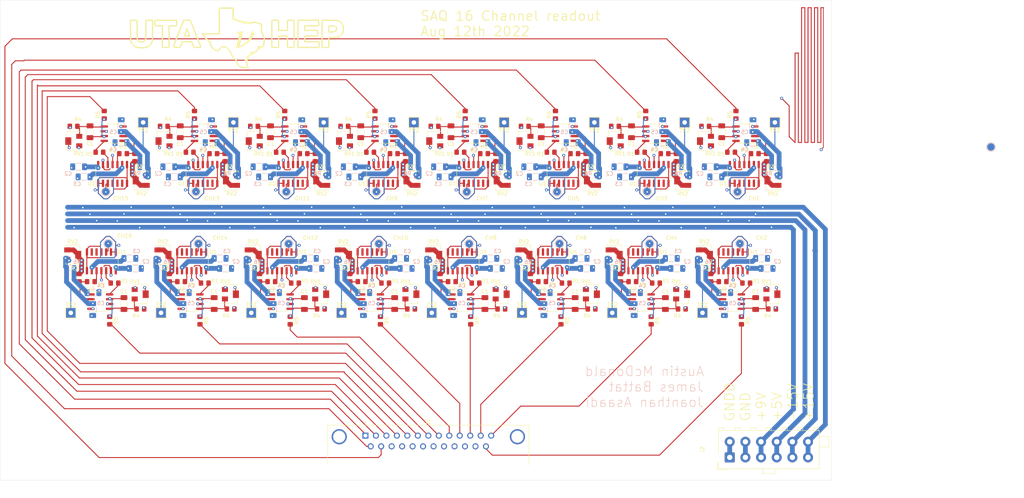
<source format=kicad_pcb>
(kicad_pcb (version 20211014) (generator pcbnew)
  (layers (0 "F.Cu" signal) (1 "In1.Cu" power "GND.Cu") (2 "In2.Cu" power "PWR.Cu") (31 "B.Cu" signal) (34 "B.Paste" user) (35 "F.Paste" user) (36 "B.SilkS" user "B.Silkscreen") (37 "F.SilkS" user "F.Silkscreen") (38 "B.Mask" user) (39 "F.Mask" user) (44 "Edge.Cuts" user))
  (net 0 "")
  (net 1 "GND")
  (net 2 "VDD")
  (net 3 "+15V")
  (net 4 "-15V")
  (net 5 "+9V")
  (net 6 "+5V")
  (net 7 "Net-(C1-Pad1)")
  (net 8 "CH1")
  (net 9 "CH2")
  (net 10 "CH3")
  (net 11 "CH4")
  (net 12 "CH5")
  (net 13 "CH6")
  (net 14 "CH8")
  (net 15 "CH9")
  (net 16 "CH10")
  (net 17 "CH7")
  (net 18 "CH12")
  (net 19 "CH11")
  (net 20 "CH15")
  (net 21 "CH16")
  (net 22 "CH13")
  (net 23 "CH14")
  (net 24 "Net-(C1-Pad2)")
  (net 25 "Net-(R1-Pad1)")
  (net 26 "Net-(R1-Pad2)")
  (net 27 "Net-(R2-Pad1)")
  (net 28 "Net-(R2-Pad2)")
  (net 29 "/Integrator2/CH-IN")
  (footprint "Capacitor_SMD:C_1206_3216Metric_Pad1.33x1.80mm_HandSolder" (layer "F.Cu") (at 132.147205 60.155667 -90)
    (fp_text reference "C1")
    (fp_text value "10n")
  )
  (footprint "Resistor_SMD:R_0805_2012Metric_Pad1.20x1.40mm_HandSolder" (layer "F.Cu") (at 185.056637 110.092067 -90)
    (fp_text reference "R5")
    (fp_text value "50")
  )
  (footprint "Potentiometer_SMD:Potentiometer_Bourns_3214W_Vertical" (layer "F.Cu") (at 56.023757 92.667667 90)
    (fp_text reference "RV2")
    (fp_text value "0->10k")
  )
  (footprint "Capacitor_SMD:C_1206_3216Metric_Pad1.33x1.80mm_HandSolder" (layer "F.Cu") (at 93.412733 105.596267 90)
    (fp_text reference "C1")
    (fp_text value "10n")
  )
  (footprint "Potentiometer_SMD:Potentiometer_Bourns_3214W_Vertical" (layer "F.Cu") (at 97.983853 73.084267 -90)
    (fp_text reference "RV2")
    (fp_text value "0->10k")
  )
  (footprint "Resistor_SMD:R_0805_2012Metric_Pad1.20x1.40mm_HandSolder" (layer "F.Cu") (at 127.803805 58.707867 180)
    (fp_text reference "R4")
    (fp_text value "2.2k")
  )
  (footprint "Potentiometer_SMD:Potentiometer_Bourns_3214W_Vertical" (layer "F.Cu") (at 121.556109 103.132467 90)
    (fp_text reference "RV1")
    (fp_text value "0->10k")
  )
  (footprint "Potentiometer_SMD:Potentiometer_Bourns_3214W_Vertical" (layer "F.Cu") (at 104.003829 62.619467 -90)
    (fp_text reference "RV1")
    (fp_text value "0->10k")
  )
  (footprint "Resistor_SMD:R_0805_2012Metric_Pad1.20x1.40mm_HandSolder" (layer "F.Cu") (at 88.204853 55.659867 90)
    (fp_text reference "R5")
    (fp_text value "50")
  )
  (footprint "Potentiometer_SMD:Potentiometer_Bourns_3214W_Vertical" (layer "F.Cu") (at 175.556157 62.619467 -90)
    (fp_text reference "RV1")
    (fp_text value "0->10k")
  )
  (footprint "Potentiometer_SMD:Potentiometer_Bourns_3214W_Vertical" (layer "F.Cu") (at 121.834629 73.084267 -90)
    (fp_text reference "RV2")
    (fp_text value "0->10k")
  )
  (footprint "Resistor_SMD:R_0805_2012Metric_Pad1.20x1.40mm_HandSolder" (layer "F.Cu") (at 200.830213 98.763667 -90)
    (fp_text reference "R3")
    (fp_text value "1k")
  )
  (footprint "Package_SO:SOIC-8_3.9x4.9mm_P1.27mm" (layer "F.Cu") (at 63.313557 105.088267)
    (fp_text reference "U2")
    (fp_text value "AD8561")
  )
  (footprint "Resistor_SMD:R_0805_2012Metric_Pad1.20x1.40mm_HandSolder" (layer "F.Cu") (at 230.039509 65.565867 180)
    (fp_text reference "R1")
    (fp_text value "50")
  )
  (footprint "Potentiometer_SMD:Potentiometer_Bourns_3214W_Vertical" (layer "F.Cu") (at 169.257661 103.132467 90)
    (fp_text reference "RV1")
    (fp_text value "0->10k")
  )
  (footprint "Package_SO:SOIC-8_3.9x4.9mm_P1.27mm" (layer "F.Cu") (at 158.716661 105.088267)
    (fp_text reference "U2")
    (fp_text value "AD8561")
  )
  (footprint "Resistor_SMD:R_0805_2012Metric_Pad1.20x1.40mm_HandSolder" (layer "F.Cu") (at 112.055629 55.659867 90)
    (fp_text reference "R5")
    (fp_text value "50")
  )
  (footprint "TestPoint:TestPoint_THTPad_2.5x2.5mm_Drill1.2mm" (layer "F.Cu") (at 150.918861 108.060067)
    (fp_text reference "TP2")
    (fp_text value "TestPoint_Alt")
  )
  (footprint "TestPoint:TestPoint_THTPad_2.5x2.5mm_Drill1.2mm" (layer "F.Cu") (at 74.641077 57.691867 180)
    (fp_text reference "TP2")
    (fp_text value "TestPoint_Alt")
  )
  (footprint "Potentiometer_SMD:Potentiometer_Bourns_3214W_Vertical" (layer "F.Cu") (at 193.386957 73.084267 -90)
    (fp_text reference "RV2")
    (fp_text value "0->10k")
  )
  (footprint "Resistor_SMD:R_0805_2012Metric_Pad1.20x1.40mm_HandSolder" (layer "F.Cu") (at 188.586357 65.946867)
    (fp_text reference "R2")
    (fp_text value "3k")
  )
  (footprint "Resistor_SMD:R_0805_2012Metric_Pad1.20x1.40mm_HandSolder" (layer "F.Cu") (at 73.905357 107.044067)
    (fp_text reference "R4")
    (fp_text value "2.2k")
  )
  (footprint "Resistor_SMD:R_0805_2012Metric_Pad1.20x1.40mm_HandSolder" (layer "F.Cu") (at 134.636405 65.565867 180)
    (fp_text reference "R1")
    (fp_text value "50")
  )
  (footprint "Package_SO:SOIC-14_3.9x8.7mm_P1.27mm" (layer "F.Cu") (at 111.294509 94.445667 -90)
    (fp_text reference "U1")
    (fp_text value "IVC102")
  )
  (footprint "Connector_TE-Connectivity:TE_MATE-N-LOK_1-770621-x_2x06_P4.14mm_Vertical" (layer "F.Cu") (at 229.6668 146.304 90)
    (fp_text reference "J2")
    (fp_text value "Conn_02x06_Top_Bottom")
  )
  (footprint "Potentiometer_SMD:Potentiometer_Bourns_3214W_Vertical" (layer "F.Cu") (at 80.153053 62.619467 -90)
    (fp_text reference "RV1")
    (fp_text value "0->10k")
  )
  (footprint "Capacitor_SMD:C_1206_3216Metric_Pad1.33x1.80mm_HandSolder" (layer "F.Cu") (at 84.445653 60.155667 -90)
    (fp_text reference "C1")
    (fp_text value "10n")
  )
  (footprint "TestPoint:TestPoint_THTPad_2.5x2.5mm_Drill1.2mm" (layer "F.Cu") (at 217.745733 57.691867 180)
    (fp_text reference "TP2")
    (fp_text value "TestPoint_Alt")
  )
  (footprint "TestPoint:TestPoint_THTPad_2.5x2.5mm_Drill1.2mm" (layer "F.Cu") (at 79.366533 108.060067)
    (fp_text reference "TP2")
    (fp_text value "TestPoint_Alt")
  )
  (footprint "Resistor_SMD:R_0805_2012Metric_Pad1.20x1.40mm_HandSolder" (layer "F.Cu") (at 227.779789 99.805067 180)
    (fp_text reference "R2")
    (fp_text value "3k")
  )
  (footprint "Resistor_SMD:R_0805_2012Metric_Pad1.20x1.40mm_HandSolder" (layer "F.Cu") (at 223.206909 58.707867 180)
    (fp_text reference "R4")
    (fp_text value "2.2k")
  )
  (footprint "Potentiometer_SMD:Potentiometer_Bourns_3214W_Vertical" (layer "F.Cu") (at 222.979189 92.667667 90)
    (fp_text reference "RV2")
    (fp_text value "0->10k")
  )
  (footprint "Resistor_SMD:R_0805_2012Metric_Pad1.20x1.40mm_HandSolder" (layer "F.Cu") (at 121.606909 107.044067)
    (fp_text reference "R4")
    (fp_text value "2.2k")
  )
  (footprint "Resistor_SMD:R_0805_2012Metric_Pad1.20x1.40mm_HandSolder" (layer "F.Cu") (at 84.675133 99.805067 180)
    (fp_text reference "R2")
    (fp_text value "3k")
  )
  (footprint "Resistor_SMD:R_0805_2012Metric_Pad1.20x1.40mm_HandSolder" (layer "F.Cu") (at 212.437133 65.946867)
    (fp_text reference "R2")
    (fp_text value "3k")
  )
  (footprint "Potentiometer_SMD:Potentiometer_Bourns_3214W_Vertical" (layer "F.Cu") (at 151.426861 92.667667 90)
    (fp_text reference "RV2")
    (fp_text value "0->10k")
  )
  (footprint "Resistor_SMD:R_0805_2012Metric_Pad1.20x1.40mm_HandSolder" (layer "F.Cu") (at 224.680989 98.763667 -90)
    (fp_text reference "R3")
    (fp_text value "1k")
  )
  (footprint "TestPoint:TestPoint_THTPad_2.5x2.5mm_Drill1.2mm" (layer "F.Cu") (at 55.515757 108.060067)
    (fp_text reference "TP2")
    (fp_text value "TestPoint_Alt")
  )
  (footprint "Package_SO:SOIC-14_3.9x8.7mm_P1.27mm" (layer "F.Cu") (at 185.817757 71.306267 90)
    (fp_text reference "U1")
    (fp_text value "IVC102")
  )
  (footprint "Resistor_SMD:R_0805_2012Metric_Pad1.20x1.40mm_HandSolder" (layer "F.Cu") (at 103.953029 58.707867 180)
    (fp_text reference "R4")
    (fp_text value "2.2k")
  )
  (footprint "Resistor_SMD:R_0805_2012Metric_Pad1.20x1.40mm_HandSolder" (layer "F.Cu") (at 67.072757 100.186067)
    (fp_text reference "R1")
    (fp_text value "50")
  )
  (footprint "Resistor_SMD:R_0805_2012Metric_Pad1.20x1.40mm_HandSolder" (layer "F.Cu") (at 140.884805 65.946867)
    (fp_text reference "R2")
    (fp_text value "3k")
  )
  (footprint "Resistor_SMD:R_0805_2012Metric_Pad1.20x1.40mm_HandSolder" (layer "F.Cu") (at 63.084077 65.565867 180)
    (fp_text reference "R1")
    (fp_text value "50")
  )
  (footprint "Package_SO:SOIC-8_3.9x4.9mm_P1.27mm" (layer "F.Cu") (at 111.015109 105.088267)
    (fp_text reference "U2")
    (fp_text value "AD8561")
  )
  (footprint "Package_SO:SOIC-8_3.9x4.9mm_P1.27mm" (layer "F.Cu") (at 186.097157 60.663667 180)
    (fp_text reference "U2")
    (fp_text value "AD8561")
  )
  (footprint "Potentiometer_SMD:Potentiometer_Bourns_3214W_Vertical" (layer "F.Cu") (at 199.128413 92.667667 90)
    (fp_text reference "RV2")
    (fp_text value "0->10k")
  )
  (footprint "TestPoint:TestPoint_THTPad_2.5x2.5mm_Drill1.2mm" (layer "F.Cu") (at 170.044181 57.691867 180)
    (fp_text reference "TP2")
    (fp_text value "TestPoint_Alt")
  )
  (footprint "Resistor_SMD:R_0805_2012Metric_Pad1.20x1.40mm_HandSolder" (layer "F.Cu") (at 159.757181 55.659867 90)
    (fp_text reference "R5")
    (fp_text value "50")
  )
  (footprint "Potentiometer_SMD:Potentiometer_Bourns_3214W_Vertical" (layer "F.Cu") (at 127.854605 62.619467 -90)
    (fp_text reference "RV1")
    (fp_text value "0->10k")
  )
  (footprint "Resistor_SMD:R_0805_2012Metric_Pad1.20x1.40mm_HandSolder" (layer "F.Cu") (at 208.907413 110.092067 -90)
    (fp_text reference "R5")
    (fp_text value "50")
  )
  (footprint "Potentiometer_SMD:Potentiometer_Bourns_3214W_Vertical" (layer "F.Cu") (at 79.874533 92.667667 90)
    (fp_text reference "RV2")
    (fp_text value "0->10k")
  )
  (footprint "Resistor_SMD:R_0805_2012Metric_Pad1.20x1.40mm_HandSolder" (layer "F.Cu") (at 90.923533 100.186067)
    (fp_text reference "R1")
    (fp_text value "50")
  )
  (footprint "Potentiometer_SMD:Potentiometer_Bourns_3214W_Vertical" (layer "F.Cu") (at 216.959213 103.132467 90)
    (fp_text reference "RV1")
    (fp_text value "0->10k")
  )
  (footprint "Package_SO:SOIC-14_3.9x8.7mm_P1.27mm" (layer "F.Cu") (at 158.996061 94.445667 -90)
    (fp_text reference "U1")
    (fp_text value "IVC102")
  )
  (footprint "TestPoint:TestPoint_THTPad_2.5x2.5mm_Drill1.2mm" (layer "F.Cu") (at 198.620413 108.060067)
    (fp_text reference "TP2")
    (fp_text value "TestPoint_Alt")
  )
  (footprint "Resistor_SMD:R_0805_2012Metric_Pad1.20x1.40mm_HandSolder" (layer "F.Cu") (at 164.735581 65.946867)
    (fp_text reference "R2")
    (fp_text value "3k")
  )
  (footprint "Resistor_SMD:R_0805_2012Metric_Pad1.20x1.40mm_HandSolder" (layer "F.Cu") (at 72.431277 66.988267 90)
    (fp_text reference "R3")
    (fp_text value "1k")
  )
  (footprint "Capacitor_SMD:C_1206_3216Metric_Pad1.33x1.80mm_HandSolder" (layer "F.Cu") (at 179.848757 60.155667 -90)
    (fp_text reference "C1")
    (fp_text value "10n")
  )
  (footprint "Resistor_SMD:R_0805_2012Metric_Pad1.20x1.40mm_HandSolder" (layer "F.Cu") (at 217.010013 107.044067)
    (fp_text reference "R4")
    (fp_text value "2.2k")
  )
  (footprint "Package_SO:SOIC-8_3.9x4.9mm_P1.27mm" (layer "F.Cu") (at 209.947933 60.663667 180)
    (fp_text reference "U2")
    (fp_text value "AD8561")
  )
  (footprint "TestPoint:TestPoint_THTPad_2.5x2.5mm_Drill1.2mm" (layer "F.Cu") (at 122.342629 57.691867 180)
    (fp_text reference "TP2")
    (fp_text value "TestPoint_Alt")
  )
  (footprint "Resistor_SMD:R_0805_2012Metric_Pad1.20x1.40mm_HandSolder" (layer "F.Cu") (at 138.625085 100.186067)
    (fp_text reference "R1")
    (fp_text value "50")
  )
  (footprint "Package_SO:SOIC-14_3.9x8.7mm_P1.27mm" (layer "F.Cu") (at 230.548389 94.445667 -90)
    (fp_text reference "U1")
    (fp_text value "IVC102")
  )
  (footprint "Resistor_SMD:R_0805_2012Metric_Pad1.20x1.40mm_HandSolder" (layer "F.Cu") (at 210.177413 100.186067)
    (fp_text reference "R1")
    (fp_text value "50")
  )
  (footprint "Resistor_SMD:R_0805_2012Metric_Pad1.20x1.40mm_HandSolder" (layer "F.Cu") (at 215.535933 66.988267 90)
    (fp_text reference "R3")
    (fp_text value "1k")
  )
  (footprint "TestPoint:TestPoint_THTPad_2.5x2.5mm_Drill1.2mm" (layer "F.Cu") (at 241.596509 57.691867 180)
    (fp_text reference "TP2")
    (fp_text value "TestPoint_Alt")
  )
  (footprint "Resistor_SMD:R_0805_2012Metric_Pad1.20x1.40mm_HandSolder" (layer "F.Cu") (at 65.802757 110.092067 -90)
    (fp_text reference "R5")
    (fp_text value "50")
  )
  (footprint "Package_SO:SOIC-8_3.9x4.9mm_P1.27mm" (layer "F.Cu") (at 87.164333 105.088267)
    (fp_text reference "U2")
    (fp_text value "AD8561")
  )
  (footprint "MountingHole:MountingHole_3.2mm_M3" (layer "F.Cu") (at 166.3446 117.4496)
    (fp_text reference "REF**" hide)
    (fp_text value "MountingHole_3.2mm_M3")
  )
  (footprint "MountingHole:MountingHole_3.2mm_M3" (layer "F.Cu") (at 218.0844 146.7866)
    (fp_text reference "REF**" hide)
    (fp_text value "MountingHole_3.2mm_M3")
  )
  (footprint "Package_SO:SOIC-8_3.9x4.9mm_P1.27mm" (layer "F.Cu") (at 182.567437 105.088267)
    (fp_text reference "U2")
    (fp_text value "AD8561")
  )
  (footprint "Capacitor_SMD:C_1206_3216Metric_Pad1.33x1.80mm_HandSolder" (layer "F.Cu") (at 141.114285 105.596267 90)
    (fp_text reference "C1")
    (fp_text value "10n")
  )
  (footprint "Capacitor_SMD:C_1206_3216Metric_Pad1.33x1.80mm_HandSolder" (layer "F.Cu") (at 227.550309 60.155667 -90)
    (fp_text reference "C1")
    (fp_text value "10n")
  )
  (footprint "Resistor_SMD:R_0805_2012Metric_Pad1.20x1.40mm_HandSolder" (layer "F.Cu") (at 161.205861 110.092067 -90)
    (fp_text reference "R5")
    (fp_text value "50")
  )
  (footprint "Package_SO:SOIC-14_3.9x8.7mm_P1.27mm" (layer "F.Cu") (at 66.563877 71.306267 90)
    (fp_text reference "U1")
    (fp_text value "IVC102")
  )
  (footprint "Resistor_SMD:R_0805_2012Metric_Pad1.20x1.40mm_HandSolder" (layer "F.Cu") (at 108.525909 99.805067 180)
    (fp_text reference "R2")
    (fp_text value "3k")
  )
  (footprint "Resistor_SMD:R_0805_2012Metric_Pad1.20x1.40mm_HandSolder" (layer "F.Cu") (at 199.356133 58.707867 180)
    (fp_text reference "R4")
    (fp_text value "2.2k")
  )
  (footprint "Capacitor_SMD:C_1206_3216Metric_Pad1.33x1.80mm_HandSolder" (layer "F.Cu") (at 203.699533 60.155667 -90)
    (fp_text reference "C1")
    (fp_text value "10n")
  )
  (footprint "Potentiometer_SMD:Potentiometer_Bourns_3214W_Vertical" (layer "F.Cu") (at 193.108437 103.132467 90)
    (fp_text reference "RV1")
    (fp_text value "0->10k")
  )
  (footprint "Resistor_SMD:R_0805_2012Metric_Pad1.20x1.40mm_HandSolder" (layer "F.Cu") (at 120.132829 66.988267 90)
    (fp_text reference "R3")
    (fp_text value "1k")
  )
  (footprint "MountingHole:MountingHole_3.2mm_M3" (layer "F.Cu") (at 243.1034 30.4546)
    (fp_text reference "REF**" hide)
    (fp_text value "MountingHole_3.2mm_M3")
  )
  (footprint "Resistor_SMD:R_0805_2012Metric_Pad1.20x1.40mm_HandSolder" (layer "F.Cu") (at 64.354077 55.659867 90)
    (fp_text reference "R5")
    (fp_text value "50")
  )
  (footprint "Resistor_SMD:R_0805_2012Metric_Pad1.20x1.40mm_HandSolder" (layer "F.Cu") (at 207.458733 55.659867 90)
    (fp_text reference "R5")
    (fp_text value "50")
  )
  (footprint "Resistor_SMD:R_0805_2012Metric_Pad1.20x1.40mm_HandSolder" (layer "F.Cu") (at 156.227461 99.805067 180)
    (fp_text reference "R2")
    (fp_text value "3k")
  )
  (footprint "Package_SO:SOIC-14_3.9x8.7mm_P1.27mm" (layer "F.Cu") (at 135.145285 94.445667 -90)
    (fp_text reference "U1")
    (fp_text value "IVC102")
  )
  (footprint "Potentiometer_SMD:Potentiometer_Bourns_3214W_Vertical" (layer "F.Cu") (at 169.536181 73.084267 -90)
    (fp_text reference "RV2")
    (fp_text value "0->10k")
  )
  (footprint "Resistor_SMD:R_0805_2012Metric_Pad1.20x1.40mm_HandSolder" (layer "F.Cu") (at 186.326637 100.186067)
    (fp_text reference "R1")
    (fp_text value "50")
  )
  (footprint "Capacitor_SMD:C_1206_3216Metric_Pad1.33x1.80mm_HandSolder" (layer "F.Cu") (at 108.296429 60.155667 -90)
    (fp_text reference "C1")
    (fp_text value "10n")
  )
  (footprint "LOGOs:UTA-LOGO-S0" (layer "F.Cu") (at 99.3394 33.9852)
    (fp_text reference "G***" hide)
    (fp_text value "LOGO" hide)
  )
  (footprint "TestPoint:TestPoint_THTPad_2.5x2.5mm_Drill1.2mm" (layer "F.Cu") (at 127.068085 108.060067)
    (fp_text reference "TP2")
    (fp_text value "TestPoint_Alt")
  )
  (footprint "Potentiometer_SMD:Potentiometer_Bourns_3214W_Vertical" (layer "F.Cu") (at 97.705333 103.132467 90)
    (fp_text reference "RV1")
    (fp_text value "0->10k")
  )
  (footprint "Package_SO:SOIC-14_3.9x8.7mm_P1.27mm" (layer "F.Cu") (at 206.697613 94.445667 -90)
    (fp_text reference "U1")
    (fp_text value "IVC102")
  )
  (footprint "Resistor_SMD:R_0805_2012Metric_Pad1.20x1.40mm_HandSolder" (layer "F.Cu") (at 60.824357 99.805067 180)
    (fp_text reference "R2")
    (fp_text value "3k")
  )
  (footprint "TestPoint:TestPoint_THTPad_2.5x2.5mm_Drill1.2mm" (layer "F.Cu") (at 222.471189 108.060067)
    (fp_text reference "TP2")
    (fp_text value "TestPoint_Alt")
  )
  (footprint "Resistor_SMD:R_0805_2012Metric_Pad1.20x1.40mm_HandSolder" (layer "F.Cu") (at 193.159237 107.044067)
    (fp_text reference "R4")
    (fp_text value "2.2k")
  )
  (footprint "Resistor_SMD:R_0805_2012Metric_Pad1.20x1.40mm_HandSolder" (layer "F.Cu") (at 114.774309 100.186067)
    (fp_text reference "R1")
    (fp_text value "50")
  )
  (footprint "Resistor_SMD:R_0805_2012Metric_Pad1.20x1.40mm_HandSolder" (layer "F.Cu") (at 180.078237 99.805067 180)
    (fp_text reference "R2")
    (fp_text value "3k")
  )
  (footprint "Package_SO:SOIC-14_3.9x8.7mm_P1.27mm" (layer "F.Cu") (at 114.265429 71.306267 90)
    (fp_text reference "U1")
    (fp_text value "IVC102")
  )
  (footprint "MountingHole:MountingHole_3.2mm_M3" (layer "F.Cu") (at 50.0634 30.4546)
    (fp_text reference "REF**" hide)
    (fp_text value "MountingHole_3.2mm_M3")
  )
  (footprint "Capacitor_SMD:C_1206_3216Metric_Pad1.33x1.80mm_HandSolder" (layer "F.Cu") (at 155.997981 60.155667 -90)
    (fp_text reference "C1")
    (fp_text value "10n")
  )
  (footprint "Resistor_SMD:R_0805_2012Metric_Pad1.20x1.40mm_HandSolder" (layer "F.Cu") (at 169.308461 107.044067)
    (fp_text reference "R4")
    (fp_text value "2.2k")
  )
  (footprint "Resistor_SMD:R_0805_2012Metric_Pad1.20x1.40mm_HandSolder" (layer "F.Cu") (at 129.277885 98.763667 -90)
    (fp_text reference "R3")
    (fp_text value "1k")
  )
  (footprint "TestPoint:TestPoint_THTPad_2.5x2.5mm_Drill1.2mm" (layer "F.Cu") (at 174.769637 108.060067)
    (fp_text reference "TP2")
    (fp_text value "TestPoint_Alt")
  )
  (footprint "Potentiometer_SMD:Potentiometer_Bourns_3214W_Vertical" (layer "F.Cu") (at 175.277637 92.667667 90)
    (fp_text reference "RV2")
    (fp_text value "0->10k")
  )
  (footprint "Package_SO:SOIC-14_3.9x8.7mm_P1.27mm" (layer "F.Cu") (at 182.846837 94.445667 -90)
    (fp_text reference "U1")
    (fp_text value "IVC102")
  )
  (footprint "Capacitor_SMD:C_1206_3216Metric_Pad1.33x1.80mm_HandSolder" (layer "F.Cu") (at 60.594877 60.155667 -90)
    (fp_text reference "C1")
    (fp_text value "10n")
  )
  (footprint "TestPoint:TestPoint_THTPad_2.5x2.5mm_Drill1.2mm" (layer "F.Cu") (at 103.217309 108.060067)
    (fp_text reference "TP2")
    (fp_text value "TestPoint_Alt")
  )
  (footprint "Package_SO:SOIC-14_3.9x8.7mm_P1.27mm" (layer "F.Cu") (at 209.668533 71.306267 90)
    (fp_text reference "U1")
    (fp_text value "IVC102")
  )
  (footprint "Resistor_SMD:R_0805_2012Metric_Pad1.20x1.40mm_HandSolder" (layer "F.Cu") (at 56.251477 58.707867 180)
    (fp_text reference "R4")
    (fp_text value "2.2k")
  )
  (footprint "Package_SO:SOIC-8_3.9x4.9mm_P1.27mm" (layer "F.Cu") (at 162.246381 60.663667 180)
    (fp_text reference "U2")
    (fp_text value "AD8561")
  )
  (footprint "Resistor_SMD:R_0805_2012Metric_Pad1.20x1.40mm_HandSolder" (layer "F.Cu") (at 69.332477 65.946867)
    (fp_text reference "R2")
    (fp_text value "3k")
  )
  (footprint "Resistor_SMD:R_0805_2012Metric_Pad1.20x1.40mm_HandSolder" (layer "F.Cu") (at 153.128661 98.763667 -90)
    (fp_text reference "R3")
    (fp_text value "1k")
  )
  (footprint "Package_SO:SOIC-14_3.9x8.7mm_P1.27mm" (layer "F.Cu") (at 63.592957 94.445667 -90)
    (fp_text reference "U1")
    (fp_text value "IVC102")
  )
  (footprint "Resistor_SMD:R_0805_2012Metric_Pad1.20x1.40mm_HandSolder" (layer "F.Cu") (at 183.607957 55.659867 90)
    (fp_text reference "R5")
    (fp_text value "50")
  )
  (footprint "Resistor_SMD:R_0805_2012Metric_Pad1.20x1.40mm_HandSolder" (layer "F.Cu") (at 240.860789 107.044067)
    (fp_text reference "R4")
    (fp_text value "2.2k")
  )
  (footprint "Potentiometer_SMD:Potentiometer_Bourns_3214W_Vertical" (layer "F.Cu") (at 217.237733 73.084267 -90)
    (fp_text reference "RV2")
    (fp_text value "0->10k")
  )
  (footprint "Package_SO:SOIC-8_3.9x4.9mm_P1.27mm" (layer "F.Cu") (at 233.798709 60.663667 180)
    (fp_text reference "U2")
    (fp_text value "AD8561")
  )
  (footprint "Package_SO:SOIC-8_3.9x4.9mm_P1.27mm" (layer "F.Cu") (at 138.395605 60.663667 180)
    (fp_text reference "U2")
    (fp_text value "AD8561")
  )
  (footprint "Resistor_SMD:R_0805_2012Metric_Pad1.20x1.40mm_HandSolder" (layer "F.Cu") (at 206.188733 65.565867 180)
    (fp_text reference "R1")
    (fp_text value "50")
  )
  (footprint "Potentiometer_SMD:Potentiometer_Bourns_3214W_Vertical" (layer "F.Cu") (at 151.705381 62.619467 -90)
    (fp_text reference "RV1")
    (fp_text value "0->10k")
  )
  (footprint "Resistor_SMD:R_0805_2012Metric_Pad1.20x1.40mm_HandSolder" (layer "F.Cu") (at 117.034029 65.946867)
    (fp_text reference "R2")
    (fp_text value "3k")
  )
  (footprint "Resistor_SMD:R_0805_2012Metric_Pad1.20x1.40mm_HandSolder" (layer "F.Cu") (at 239.386709 66.988267 90)
    (fp_text reference "R3")
    (fp_text value "1k")
  )
  (footprint "Resistor_SMD:R_0805_2012Metric_Pad1.20x1.40mm_HandSolder" (layer "F.Cu") (at 145.457685 107.044067)
    (fp_text reference "R4")
    (fp_text value "2.2k")
  )
  (footprint "Resistor_SMD:R_0805_2012Metric_Pad1.20x1.40mm_HandSolder" (layer "F.Cu") (at 135.906405 55.659867 90)
    (fp_text reference "R5")
    (fp_text value "50")
  )
  (footprint "Resistor_SMD:R_0805_2012Metric_Pad1.20x1.40mm_HandSolder" (layer "F.Cu") (at 236.287909 65.946867)
    (fp_text reference "R2")
    (fp_text value "3k")
  )
  (footprint "Resistor_SMD:R_0805_2012Metric_Pad1.20x1.40mm_HandSolder" (layer "F.Cu") (at 97.756133 107.044067)
    (fp_text reference "R4")
    (fp_text value "2.2k")
  )
  (footprint "Resistor_SMD:R_0805_2012Metric_Pad1.20x1.40mm_HandSolder" (layer "F.Cu") (at 234.028189 100.186067)
    (fp_text reference "R1")
    (fp_text value "50")
  )
  (footprint "Resistor_SMD:R_0805_2012Metric_Pad1.20x1.40mm_HandSolder" (layer "F.Cu") (at 113.504309 110.092067 -90)
    (fp_text reference "R5")
    (fp_text value "50")
  )
  (footprint "Resistor_SMD:R_0805_2012Metric_Pad1.20x1.40mm_HandSolder" (layer "F.Cu") (at 191.685157 66.988267 90)
    (fp_text reference "R3")
    (fp_text value "1k")
  )
  (footprint "Resistor_SMD:R_0805_2012Metric_Pad1.20x1.40mm_HandSolder" (layer "F.Cu") (at 86.934853 65.565867 180)
    (fp_text reference "R1")
    (fp_text value "50")
  )
  (footprint "TestPoint:TestPoint_THTPad_2.5x2.5mm_Drill1.2mm" (layer "F.Cu") (at 98.491853 57.691867 180)
    (fp_text reference "TP2")
    (fp_text value "TestPoint_Alt")
  )
  (footprint "Resistor_SMD:R_0805_2012Metric_Pad1.20x1.40mm_HandSolder" (layer "F.Cu") (at 158.487181 65.565867 180)
    (fp_text reference "R1")
    (fp_text value "50")
  )
  (footprint "Package_SO:SOIC-14_3.9x8.7mm_P1.27mm" (layer "F.Cu") (at 87.443733 94.445667 -90)
    (fp_text reference "U1")
    (fp_text value "IVC102")
  )
  (footprint "Resistor_SMD:R_0805_2012Metric_Pad1.20x1.40mm_HandSolder" (layer "F.Cu") (at 105.427109 98.763667 -90)
    (fp_text reference "R3")
    (fp_text value "1k")
  )
  (footprint "Resistor_SMD:R_0805_2012Metric_Pad1.20x1.40mm_HandSolder" (layer "F.Cu") (at 176.979437 98.763667 -90)
    (fp_text reference "R3")
    (fp_text value "1k")
  )
  (footprint "Resistor_SMD:R_0805_2012Metric_Pad1.20x1.40mm_HandSolder" (layer "F.Cu") (at 232.758189 110.092067 -90)
    (fp_text reference "R5")
    (fp_text value "50")
  )
  (footprint "Capacitor_SMD:C_1206_3216Metric_Pad1.33x1.80mm_HandSolder" (layer "F.Cu") (at 236.517389 105.596267 90)
    (fp_text reference "C1")
    (fp_text value "10n")
  )
  (footprint "Capacitor_SMD:C_1206_3216Metric_Pad1.33x1.80mm_HandSolder" (layer "F.Cu") (at 164.965061 105.596267 90)
    (fp_text reference "C1")
    (fp_text value "10n")
  )
  (footprint "Capacitor_SMD:C_1206_3216Metric_Pad1.33x1.80mm_HandSolder" (layer "F.Cu") (at 69.561957 105.596267 90)
    (fp_text reference "C1")
    (fp_text value "10n")
  )
  (footprint "Potentiometer_SMD:Potentiometer_Bourns_3214W_Vertical" (layer "F.Cu") (at 240.809989 103.132467 90)
    (fp_text reference "RV1")
    (fp_text value "0->10k")
  )
  (footprint "Capacitor_SMD:C_1206_3216Metric_Pad1.33x1.80mm_HandSolder" (layer "F.Cu") (at 212.666613 105.596267 90)
    (fp_text reference "C1")
    (fp_text value "10n")
  )
  (footprint "Resistor_SMD:R_0805_2012Metric_Pad1.20x1.40mm_HandSolder" (layer "F.Cu") (at 132.376685 99.805067 180)
    (fp_text reference "R2")
    (fp_text value "3k")
  )
  (footprint "Resistor_SMD:R_0805_2012Metric_Pad1.20x1.40mm_HandSolder" (layer "F.Cu") (at 175.505357 58.707867 180)
    (fp_text reference "R4")
    (fp_text value "2.2k")
  )
  (footprint "Capacitor_SMD:C_1206_3216Metric_Pad1.33x1.80mm_HandSolder" (layer "F.Cu") (at 188.815837 105.596267 90)
    (fp_text reference "C1")
    (fp_text value "10n")
  )
  (footprint "Resistor_SMD:R_0805_2012Metric_Pad1.20x1.40mm_HandSolder" (layer "F.Cu") (at 110.785629 65.565867 180)
    (fp_text reference "R1")
    (fp_text value "50")
  )
  (footprint "Package_SO:SOIC-8_3.9x4.9mm_P1.27mm" (layer "F.Cu") (at 206.418213 105.088267)
    (fp_text reference "U2")
    (fp_text value "AD8561")
  )
  (footprint "Potentiometer_SMD:Potentiometer_Bourns_3214W_Vertical" (layer "F.Cu") (at 73.854557 103.132467 90)
    (fp_text reference "RV1")
    (fp_text value "0->10k")
  )
  (footprint "Package_SO:SOIC-14_3.9x8.7mm_P1.27mm" (layer "F.Cu") (at 233.519309 71.306267 90)
    (fp_text reference "U1")
    (fp_text value "IVC102")
  )
  (footprint "Package_SO:SOIC-8_3.9x4.9mm_P1.27mm" (layer "F.Cu") (at 114.544829 60.663667 180)
    (fp_text reference "U2")
    (fp_text value "AD8561")
  )
  (footprint "Potentiometer_SMD:Potentiometer_Bourns_3214W_Vertical" (layer "F.Cu") (at 103.725309 92.667667 90)
    (fp_text reference "RV2")
    (fp_text value "0->10k")
  )
  (footprint "Package_SO:SOIC-14_3.9x8.7mm_P1.27mm" (layer "F.Cu") (at 161.966981 71.306267 90)
    (fp_text reference "U1")
    (fp_text value "IVC102")
  )
  (footprint "Resistor_SMD:R_0805_2012Metric_Pad1.20x1.40mm_HandSolder" (layer "F.Cu") (at 89.653533 110.092067 -90)
    (fp_text reference "R5")
    (fp_text value "50")
  )
  (footprint "Resistor_SMD:R_0805_2012Metric_Pad1.20x1.40mm_HandSolder" (layer "F.Cu") (at 96.282053 66.988267 90)
    (fp_text reference "R3")
    (fp_text value "1k")
  )
  (footprint "MountingHole:MountingHole_3.2mm_M3" (layer "F.Cu") (at 50.0634 147.2946)
    (fp_text reference "REF**" hide)
    (fp_text value "MountingHole_3.2mm_M3")
  )
  (footprint "Package_SO:SOIC-8_3.9x4.9mm_P1.27mm" (layer "F.Cu") (at 66.843277 60.663667 180)
    (fp_text reference "U2")
    (fp_text value "AD8561")
  )
  (footprint "Potentiometer_SMD:Potentiometer_Bourns_3214W_Vertical" (layer "F.Cu") (at 145.685405 73.084267 -90)
    (fp_text reference "RV2")
    (fp_text value "0->10k")
  )
  (footprint "TestPoint:TestPoint_THTPad_2.5x2.5mm_Drill1.2mm" (layer "F.Cu") (at 193.894957 57.691867 180)
    (fp_text reference "TP2")
    (fp_text value "TestPoint_Alt")
  )
  (footprint "Resistor_SMD:R_0805_2012Metric_Pad1.20x1.40mm_HandSolder" (layer "F.Cu") (at 203.929013 99.805067 180)
    (fp_text reference "R2")
    (fp_text value "3k")
  )
  (footprint "Resistor_SMD:R_0805_2012Metric_Pad1.20x1.40mm_HandSolder" (layer "F.Cu") (at 231.309509 55.659867 90)
    (fp_text reference "R5")
    (fp_text value "50")
  )
  (footprint "Resistor_SMD:R_0805_2012Metric_Pad1.20x1.40mm_HandSolder" (layer "F.Cu") (at 143.983605 66.988267 90)
    (fp_text reference "R3")
    (fp_text value "1k")
  )
  (footprint "Resistor_SMD:R_0805_2012Metric_Pad1.20x1.40mm_HandSolder" (layer "F.Cu") (at 80.102253 58.707867 180)
    (fp_text reference "R4")
    (fp_text value "2.2k")
  )
  (footprint "Potentiometer_SMD:Potentiometer_Bourns_3214W_Vertical" (layer "F.Cu") (at 56.302277 62.619467 -90)
    (fp_text reference "RV1")
    (fp_text value "0->10k")
  )
  (footprint "Potentiometer_SMD:Potentiometer_Bourns_3214W_Vertical" (layer "F.Cu") (at 145.406885 103.132467 90)
    (fp_text reference "RV1")
    (fp_text value "0->10k")
  )
  (footprint "Package_SO:SOIC-8_3.9x4.9mm_P1.27mm" (layer "F.Cu") (at 90.694053 60.663667 180)
    (fp_text reference "U2")
    (fp_text value "AD8561")
  )
  (footprint "Potentiometer_SMD:Potentiometer_Bourns_3214W_Vertical" (layer "F.Cu") (at 127.576085 92.667667 90)
    (fp_text reference "RV2")
    (fp_text value "0->10k")
  )
  (footprint "Capacitor_SMD:C_1206_3216Metric_Pad1.33x1.80mm_HandSolder" (layer "F.Cu") (at 117.263509 105.596267 90)
    (fp_text reference "C1")
    (fp_text value "10n")
  )
  (footprint "Potentiometer_SMD:Potentiometer_Bourns_3214W_Vertical" (layer "F.Cu") (at 223.257709 62.619467 -90)
    (fp_text reference "RV1")
    (fp_text value "0->10k")
  )
  (footprint "TestPoint:TestPoint_THTPad_2.5x2.5mm_Drill1.2mm" (layer "F.Cu") (at 146.193405 57.691867 180)
    (fp_text reference "TP2")
    (fp_text value "TestPoint_Alt")
  )
  (footprint "Resistor_SMD:R_0805_2012Metric_Pad1.20x1.40mm_HandSolder" (layer "F.Cu") (at 93.183253 65.946867)
    (fp_text reference "R2")
    (fp_text value "3k")
  )
  (footprint "Potentiometer_SMD:Potentiometer_Bourns_3214W_Vertical" (layer "F.Cu") (at 199.406933 62.619467 -90)
    (fp_text reference "RV1")
    (fp_text value "0->10k")
  )
  (footprint "Package_SO:SOIC-14_3.9x8.7mm_P1.27mm" (layer "F.Cu") (at 90.414653 71.306267 90)
    (fp_text reference "U1")
    (fp_text value "IVC102")
  )
  (footprint "Potentiometer_SMD:Potentiometer_Bourns_3214W_Vertical" (layer "F.Cu") (at 74.133077 73.084267 -90)
    (fp_text reference "RV2")
    (fp_text value "0->10k")
  )
  (footprint "Package_SO:SOIC-8_3.9x4.9mm_P1.27mm" (layer "F.Cu") (at 134.865885 105.088267)
    (fp_text reference "U2")
    (fp_text value "AD8561")
  )
  (footprint "Resistor_SMD:R_0805_2012Metric_Pad1.20x1.40mm_HandSolder" (layer "F.Cu") (at 162.475861 100.186067)
    (fp_text reference "R1")
    (fp_text value "50")
  )
  (footprint "Resistor_SMD:R_0805_2012Metric_Pad1.20x1.40mm_HandSolder" (layer "F.Cu") (at 57.725557 98.763667 -90)
    (fp_text reference "R3")
    (fp_text value "1k")
  )
  (footprint "Package_SO:SOIC-14_3.9x8.7mm_P1.27mm" (layer "F.Cu") (at 138.116205 71.306267 90)
    (fp_text reference "U1")
    (fp_text value "IVC102")
  )
  (footprint "Resistor_SMD:R_0805_2012Metric_Pad1.20x1.40mm_HandSolder" (layer "F.Cu") (at 167.834381 66.988267 90)
    (fp_text reference "R3")
    (fp_text value "1k")
  )
  (footprint "Potentiometer_SMD:Potentiometer_Bourns_3214W_Vertical" (layer "F.Cu") (at 241.088509 73.084267 -90)
    (fp_text reference "RV2")
    (fp_text value "0->10k")
  )
  (footprint "Resistor_SMD:R_0805_2012Metric_Pad1.20x1.40mm_HandSolder" (layer "F.Cu") (at 151.654581 58.707867 180)
    (fp_text reference "R4")
    (fp_text value "2.2k")
  )
  (footprint "Package_SO:SOIC-8_3.9x4.9mm_P1.27mm" (layer "F.Cu") (at 230.268989 105.088267)
    (fp_text reference "U2")
    (fp_text value "AD8561")
  )
  (footprint "Resistor_SMD:R_0805_2012Metric_Pad1.20x1.40mm_HandSolder" (layer "F.Cu") (at 182.337957 65.565867 180)
    (fp_text reference "R1")
    (fp_text value "50")
  )
  (footprint "Resistor_SMD:R_0805_2012Metric_Pad1.20x1.40mm_HandSolder" (layer "F.Cu") (at 137.355085 110.092067 -90)
    (fp_text reference "R5")
    (fp_text value "50")
  )
  (footprint "Resistor_SMD:R_0805_2012Metric_Pad1.20x1.40mm_HandSolder" (layer "F.Cu") (at 81.576333 98.763667 -90)
    (fp_text reference "R3")
    (fp_text value "1k")
  )
  (footprint "Connector_Dsub:DSUB-25_Male_Horizontal_P2.77x2.84mm_EdgePinOffset4.94mm_Housed_MountingHolesOffset7.48mm" (layer "F.Cu") (at 133.3874 140.544669)
    (fp_text reference "J1")
    (fp_text value "DB25_Female_MountingHoles")
  )
  (footprint "Capacitor_SMD:C_1206_3216Metric_Pad1.33x1.80mm_HandSolder" (layer "B.Cu") (at 106.734729 72.093667 180)
    (fp_text reference "C3")
    (fp_text value "0.1u")
  )
  (footprint "Capacitor_SMD:C_1206_3216Metric_Pad1.33x1.80mm_HandSolder" (layer "B.Cu") (at 225.988609 72.093667 180)
    (fp_text reference "C3")
    (fp_text value "0.1u")
  )
  (footprint "TestPoint:TestPoint_Pad_D2.0mm" (layer "B.Cu") (at 232.3592 89.7382 180)
    (fp_text reference "REF**" hide)
    (fp_text value "TestPoint_Pad_D2.0mm")
  )
  (footprint "Capacitor_SMD:C_1206_3216Metric_Pad1.33x1.80mm_HandSolder" (layer "B.Cu") (at 92.700653 58.555467 90)
    (fp_text reference "C5")
    (fp_text value "0.1u")
  )
  (footprint "Capacitor_SMD:C_1206_3216Metric_Pad1.33x1.80mm_HandSolder" (layer "B.Cu") (at 129.137705 69.426667 180)
    (fp_text reference "C2")
    (fp_text value "0.1u")
  )
  (footprint "Capacitor_SMD:C_1206_3216Metric_Pad1.33x1.80mm_HandSolder" (layer "B.Cu") (at 109.084709 102.726067)
    (fp_text reference "C4")
    (fp_text value "0.1u")
  )
  (footprint "Capacitor_SMD:C_1206_3216Metric_Pad1.33x1.80mm_HandSolder" (layer "B.Cu") (at 200.690033 69.426667 180)
    (fp_text reference "C2")
    (fp_text value "0.1u")
  )
  (footprint "Capacitor_SMD:C_1206_3216Metric_Pad1.33x1.80mm_HandSolder" (layer "B.Cu") (at 71.123657 93.658267)
    (fp_text reference "C3")
    (fp_text value "0.1u")
  )
  (footprint "Capacitor_SMD:C_1206_3216Metric_Pad1.33x1.80mm_HandSolder" (layer "B.Cu") (at 167.974561 96.325267)
    (fp_text reference "C2")
    (fp_text value "0.1u")
  )
  (footprint "Capacitor_SMD:C_1206_3216Metric_Pad1.33x1.80mm_HandSolder" (layer "B.Cu") (at 190.377537 93.658267)
    (fp_text reference "C3")
    (fp_text value "0.1u")
  )
  (footprint "Capacitor_SMD:C_1206_3216Metric_Pad1.33x1.80mm_HandSolder" (layer "B.Cu") (at 57.585377 69.426667 180)
    (fp_text reference "C2")
    (fp_text value "0.1u")
  )
  (footprint "Capacitor_SMD:C_1206_3216Metric_Pad1.33x1.80mm_HandSolder" (layer "B.Cu") (at 239.526889 96.325267)
    (fp_text reference "C2")
    (fp_text value "0.1u")
  )
  (footprint "Resistor_SMD:R_0805_2012Metric_Pad1.20x1.40mm_HandSolder" (layer "B.Cu") (at 150.791861 96.147467)
    (fp_text reference "R6")
    (fp_text value "1k")
  )
  (footprint "Capacitor_SMD:C_1206_3216Metric_Pad1.33x1.80mm_HandSolder" (layer "B.Cu") (at 188.103757 58.555467 90)
    (fp_text reference "C5")
    (fp_text value "0.1u")
  )
  (footprint "Capacitor_SMD:C_1206_3216Metric_Pad1.33x1.80mm_HandSolder" (layer "B.Cu") (at 214.228313 93.658267)
    (fp_text reference "C3")
    (fp_text value "0.1u")
  )
  (footprint "Capacitor_SMD:C_1206_3216Metric_Pad1.33x1.80mm_HandSolder" (layer "B.Cu") (at 140.326005 63.025867 180)
    (fp_text reference "C4")
    (fp_text value "0.1u")
  )
  (footprint "Resistor_SMD:R_0805_2012Metric_Pad1.20x1.40mm_HandSolder" (layer "B.Cu") (at 98.618853 69.604467 180)
    (fp_text reference "R6")
    (fp_text value "1k")
  )
  (footprint "Capacitor_SMD:C_1206_3216Metric_Pad1.33x1.80mm_HandSolder" (layer "B.Cu") (at 178.287057 72.093667 180)
    (fp_text reference "C3")
    (fp_text value "0.1u")
  )
  (footprint "Resistor_SMD:R_0805_2012Metric_Pad1.20x1.40mm_HandSolder" (layer "B.Cu") (at 122.469629 69.604467 180)
    (fp_text reference "R6")
    (fp_text value "1k")
  )
  (footprint "Resistor_SMD:R_0805_2012Metric_Pad1.20x1.40mm_HandSolder" (layer "B.Cu") (at 146.320405 69.604467 180)
    (fp_text reference "R6")
    (fp_text value "1k")
  )
  (footprint "TestPoint:TestPoint_Pad_D2.0mm" (layer "B.Cu") (at 231.7242 76.0476 180)
    (fp_text reference "REF**" hide)
    (fp_text value "TestPoint_Pad_D2.0mm")
  )
  (footprint "Capacitor_SMD:C_1206_3216Metric_Pad1.33x1.80mm_HandSolder" (layer "B.Cu") (at 72.571457 96.325267)
    (fp_text reference "C2")
    (fp_text value "0.1u")
  )
  (footprint "Capacitor_SMD:C_1206_3216Metric_Pad1.33x1.80mm_HandSolder" (layer "B.Cu") (at 142.675985 93.658267)
    (fp_text reference "C3")
    (fp_text value "0.1u")
  )
  (footprint "Capacitor_SMD:C_1206_3216Metric_Pad1.33x1.80mm_HandSolder" (layer "B.Cu") (at 215.676113 96.325267)
    (fp_text reference "C2")
    (fp_text value "0.1u")
  )
  (footprint "TestPoint:TestPoint_Pad_D2.0mm" (layer "B.Cu") (at 112.4712 76.0222 180)
    (fp_text reference "REF**" hide)
    (fp_text value "TestPoint_Pad_D2.0mm")
  )
  (footprint "TestPoint:TestPoint_Pad_D2.0mm" (layer "B.Cu") (at 64.77 75.9968 180)
    (fp_text reference "REF**" hide)
    (fp_text value "TestPoint_Pad_D2.0mm")
  )
  (footprint "Capacitor_SMD:C_1206_3216Metric_Pad1.33x1.80mm_HandSolder" (layer "B.Cu") (at 68.773677 63.025867 180)
    (fp_text reference "C4")
    (fp_text value "0.1u")
  )
  (footprint "TestPoint:TestPoint_Pad_D2.0mm" (layer "B.Cu") (at 136.9314 89.7636 180)
    (fp_text reference "REF**" hide)
    (fp_text value "TestPoint_Pad_D2.0mm")
  )
  (footprint "Resistor_SMD:R_0805_2012Metric_Pad1.20x1.40mm_HandSolder" (layer "B.Cu") (at 55.388757 96.147467)
    (fp_text reference "R6")
    (fp_text value "1k")
  )
  (footprint "Capacitor_SMD:C_1206_3216Metric_Pad1.33x1.80mm_HandSolder" (layer "B.Cu") (at 59.033177 72.093667 180)
    (fp_text reference "C3")
    (fp_text value "0.1u")
  )
  (footprint "TestPoint:TestPoint_Pad_D2.0mm" (layer "B.Cu") (at 89.2556 89.7636 180)
    (fp_text reference "REF**" hide)
    (fp_text value "TestPoint_Pad_D2.0mm")
  )
  (footprint "TestPoint:TestPoint_Pad_D2.0mm" (layer "B.Cu") (at 113.0808 89.789 180)
    (fp_text reference "REF**" hide)
    (fp_text value "TestPoint_Pad_D2.0mm")
  )
  (footprint "Capacitor_SMD:C_1206_3216Metric_Pad1.33x1.80mm_HandSolder" (layer "B.Cu") (at 61.383157 102.726067)
    (fp_text reference "C4")
    (fp_text value "0.1u")
  )
  (footprint "Capacitor_SMD:C_1206_3216Metric_Pad1.33x1.80mm_HandSolder" (layer "B.Cu") (at 176.839257 69.426667 180)
    (fp_text reference "C2")
    (fp_text value "0.1u")
  )
  (footprint "Capacitor_SMD:C_1206_3216Metric_Pad1.33x1.80mm_HandSolder" (layer "B.Cu") (at 188.027557 63.025867 180)
    (fp_text reference "C4")
    (fp_text value "0.1u")
  )
  (footprint "Capacitor_SMD:C_1206_3216Metric_Pad1.33x1.80mm_HandSolder" (layer "B.Cu") (at 228.262389 107.196467 -90)
    (fp_text reference "C5")
    (fp_text value "0.1u")
  )
  (footprint "Resistor_SMD:R_0805_2012Metric_Pad1.20x1.40mm_HandSolder" (layer "B.Cu") (at 194.021957 69.604467 180)
    (fp_text reference "R6")
    (fp_text value "1k")
  )
  (footprint "TestPoint:TestPoint_Pad_D2.0mm" (layer "B.Cu") (at 160.1724 76.0476 180)
    (fp_text reference "REF**" hide)
    (fp_text value "TestPoint_Pad_D2.0mm")
  )
  (footprint "Capacitor_SMD:C_1206_3216Metric_Pad1.33x1.80mm_HandSolder" (layer "B.Cu") (at 140.402205 58.555467 90)
    (fp_text reference "C5")
    (fp_text value "0.1u")
  )
  (footprint "TestPoint:TestPoint_Pad_D2.0mm" (layer "B.Cu") (at 65.405 89.789 180)
    (fp_text reference "REF**" hide)
    (fp_text value "TestPoint_Pad_D2.0mm")
  )
  (footprint "Capacitor_SMD:C_1206_3216Metric_Pad1.33x1.80mm_HandSolder" (layer "B.Cu") (at 144.123785 96.325267)
    (fp_text reference "C2")
    (fp_text value "0.1u")
  )
  (footprint "Capacitor_SMD:C_1206_3216Metric_Pad1.33x1.80mm_HandSolder" (layer "B.Cu") (at 164.176781 63.025867 180)
    (fp_text reference "C4")
    (fp_text value "0.1u")
  )
  (footprint "Capacitor_SMD:C_1206_3216Metric_Pad1.33x1.80mm_HandSolder" (layer "B.Cu") (at 238.079089 93.658267)
    (fp_text reference "C3")
    (fp_text value "0.1u")
  )
  (footprint "Resistor_SMD:R_0805_2012Metric_Pad1.20x1.40mm_HandSolder" (layer "B.Cu") (at 198.493413 96.147467)
    (fp_text reference "R6")
    (fp_text value "1k")
  )
  (footprint "Capacitor_SMD:C_1206_3216Metric_Pad1.33x1.80mm_HandSolder" (layer "B.Cu") (at 120.273009 96.325267)
    (fp_text reference "C2")
    (fp_text value "0.1u")
  )
  (footprint "Capacitor_SMD:C_1206_3216Metric_Pad1.33x1.80mm_HandSolder" (layer "B.Cu") (at 130.585505 72.093667 180)
    (fp_text reference "C3")
    (fp_text value "0.1u")
  )
  (footprint "TestPoint:TestPoint_Pad_D2.0mm" (layer "B.Cu") (at 88.5952 75.9714 180)
    (fp_text reference "REF**" hide)
    (fp_text value "TestPoint_Pad_D2.0mm")
  )
  (footprint "Capacitor_SMD:C_1206_3216Metric_Pad1.33x1.80mm_HandSolder" (layer "B.Cu") (at 68.849877 58.555467 90)
    (fp_text reference "C5")
    (fp_text value "0.1u")
  )
  (footprint "Capacitor_SMD:C_1206_3216Metric_Pad1.33x1.80mm_HandSolder" (layer "B.Cu") (at 116.475229 63.025867 180)
    (fp_text reference "C4")
    (fp_text value "0.1u")
  )
  (footprint "Capacitor_SMD:C_1206_3216Metric_Pad1.33x1.80mm_HandSolder" (layer "B.Cu") (at 156.710061 107.196467 -90)
    (fp_text reference "C5")
    (fp_text value "0.1u")
  )
  (footprint "Capacitor_SMD:C_1206_3216Metric_Pad1.33x1.80mm_HandSolder" (layer "B.Cu") (at 156.786261 102.726067)
    (fp_text reference "C4")
    (fp_text value "0.1u")
  )
  (footprint "Resistor_SMD:R_0805_2012Metric_Pad1.20x1.40mm_HandSolder" (layer "B.Cu") (at 174.642637 96.147467)
    (fp_text reference "R6")
    (fp_text value "1k")
  )
  (footprint "Capacitor_SMD:C_1206_3216Metric_Pad1.33x1.80mm_HandSolder" (layer "B.Cu") (at 132.935485 102.726067)
    (fp_text reference "C4")
    (fp_text value "0.1u")
  )
  (footprint "TestPoint:TestPoint_Pad_D2.0mm" (layer "B.Cu") (at 208.4832 89.7636 180)
    (fp_text reference "REF**" hide)
    (fp_text value "TestPoint_Pad_D2.0mm")
  )
  (footprint "Capacitor_SMD:C_1206_3216Metric_Pad1.33x1.80mm_HandSolder" (layer "B.Cu") (at 96.422233 96.325267)
    (fp_text reference "C2")
    (fp_text value "0.1u")
  )
  (footprint "Capacitor_SMD:C_1206_3216Metric_Pad1.33x1.80mm_HandSolder" (layer "B.Cu") (at 82.883953 72.093667 180)
    (fp_text reference "C3")
    (fp_text value "0.1u")
  )
  (footprint "TestPoint:TestPoint_Pad_D2.0mm" (layer "B.Cu") (at 207.8482 75.946 180)
    (fp_text reference "REF**" hide)
    (fp_text value "TestPoint_Pad_D2.0mm")
  )
  (footprint "Capacitor_SMD:C_1206_3216Metric_Pad1.33x1.80mm_HandSolder" (layer "B.Cu") (at 152.988481 69.426667 180)
    (fp_text reference "C2")
    (fp_text value "0.1u")
  )
  (footprint "Capacitor_SMD:C_1206_3216Metric_Pad1.33x1.80mm_HandSolder" (layer "B.Cu") (at 211.954533 58.555467 90)
    (fp_text reference "C5")
    (fp_text value "0.1u")
  )
  (footprint "Capacitor_SMD:C_1206_3216Metric_Pad1.33x1.80mm_HandSolder" (layer "B.Cu") (at 224.540809 69.426667 180)
    (fp_text reference "C2")
    (fp_text value "0.1u")
  )
  (footprint "Resistor_SMD:R_0805_2012Metric_Pad1.20x1.40mm_HandSolder" (layer "B.Cu") (at 222.344189 96.147467)
    (fp_text reference "R6")
    (fp_text value "1k")
  )
  (footprint "Capacitor_SMD:C_1206_3216Metric_Pad1.33x1.80mm_HandSolder" (layer "B.Cu") (at 61.306957 107.196467 -90)
    (fp_text reference "C5")
    (fp_text value "0.1u")
  )
  (footprint "Resistor_SMD:R_0805_2012Metric_Pad1.20x1.40mm_HandSolder" (layer "B.Cu") (at 74.768077 69.604467 180)
    (fp_text reference "R6")
    (fp_text value "1k")
  )
  (footprint "TestPoint:TestPoint_Pad_D2.0mm" (layer "B.Cu") (at 136.2964 75.9714 180)
    (fp_text reference "REF**" hide)
    (fp_text value "TestPoint_Pad_D2.0mm")
  )
  (footprint "Capacitor_SMD:C_1206_3216Metric_Pad1.33x1.80mm_HandSolder" (layer "B.Cu") (at 191.825337 96.325267)
    (fp_text reference "C2")
    (fp_text value "0.1u")
  )
  (footprint "Resistor_SMD:R_0805_2012Metric_Pad1.20x1.40mm_HandSolder" (layer "B.Cu") (at 170.171181 69.604467 180)
    (fp_text reference "R6")
    (fp_text value "1k")
  )
  (footprint "Resistor_SMD:R_0805_2012Metric_Pad1.20x1.40mm_HandSolder" (layer "B.Cu") (at 126.941085 96.147467)
    (fp_text reference "R6")
    (fp_text value "1k")
  )
  (footprint "TestPoint:TestPoint_Pad_D2.0mm" (layer "B.Cu") (at 160.8074 89.789 180)
    (fp_text reference "REF**" hide)
    (fp_text value "TestPoint_Pad_D2.0mm")
  )
  (footprint "Capacitor_SMD:C_1206_3216Metric_Pad1.33x1.80mm_HandSolder" (layer "B.Cu") (at 204.411613 107.196467 -90)
    (fp_text reference "C5")
    (fp_text value "0.1u")
  )
  (footprint "Capacitor_SMD:C_1206_3216Metric_Pad1.33x1.80mm_HandSolder" (layer "B.Cu") (at 166.526761 93.658267)
    (fp_text reference "C3")
    (fp_text value "0.1u")
  )
  (footprint "Resistor_SMD:R_0805_2012Metric_Pad1.20x1.40mm_HandSolder" (layer "B.Cu") (at 79.239533 96.147467)
    (fp_text reference "R6")
    (fp_text value "1k")
  )
  (footprint "Capacitor_SMD:C_1206_3216Metric_Pad1.33x1.80mm_HandSolder" (layer "B.Cu") (at 116.551429 58.555467 90)
    (fp_text reference "C5")
    (fp_text value "0.1u")
  )
  (footprint "Capacitor_SMD:C_1206_3216Metric_Pad1.33x1.80mm_HandSolder" (layer "B.Cu") (at 85.157733 107.196467 -90)
    (fp_text reference "C5")
    (fp_text value "0.1u")
  )
  (footprint "Capacitor_SMD:C_1206_3216Metric_Pad1.33x1.80mm_HandSolder" (layer "B.Cu") (at 211.878333 63.025867 180)
    (fp_text reference "C4")
    (fp_text value "0.1u")
  )
  (footprint "Capacitor_SMD:C_1206_3216Metric_Pad1.33x1.80mm_HandSolder" (layer "B.Cu") (at 92.624453 63.025867 180)
    (fp_text reference "C4")
    (fp_text value "0.1u")
  )
  (footprint "Capacitor_SMD:C_1206_3216Metric_Pad1.33x1.80mm_HandSolder" (layer "B.Cu") (at 105.286929 69.426667 180)
    (fp_text reference "C2")
    (fp_text value "0.1u")
  )
  (footprint "Resistor_SMD:R_0805_2012Metric_Pad1.20x1.40mm_HandSolder" (layer "B.Cu") (at 103.090309 96.147467)
    (fp_text reference "R6")
    (fp_text value "1k")
  )
  (footprint "Capacitor_SMD:C_1206_3216Metric_Pad1.33x1.80mm_HandSolder" (layer "B.Cu") (at 228.338589 102.726067)
    (fp_text reference "C4")
    (fp_text value "0.1u")
  )
  (footprint "Capacitor_SMD:C_1206_3216Metric_Pad1.33x1.80mm_HandSolder" (layer "B.Cu") (at 109.008509 107.196467 -90)
    (fp_text reference "C5")
    (fp_text value "0.1u")
  )
  (footprint "Capacitor_SMD:C_1206_3216Metric_Pad1.33x1.80mm_HandSolder" (layer "B.Cu") (at 235.805309 58.555467 90)
    (fp_text reference "C5")
    (fp_text value "0.1u")
  )
  (footprint "Capacitor_SMD:C_1206_3216Metric_Pad1.33x1.80mm_HandSolder" (layer "B.Cu") (at 204.487813 102.726067)
    (fp_text reference "C4")
    (fp_text value "0.1u")
  )
  (footprint "Capacitor_SMD:C_1206_3216Metric_Pad1.33x1.80mm_HandSolder" (layer "B.Cu") (at 118.825209 93.658267)
    (fp_text reference "C3")
    (fp_text value "0.1u")
  )
  (footprint "Capacitor_SMD:C_1206_3216Metric_Pad1.33x1.80mm_HandSolder" (layer "B.Cu") (at 132.859285 107.196467 -90)
    (fp_text reference "C5")
    (fp_text value "0.1u")
  )
  (footprint "Capacitor_SMD:C_1206_3216Metric_Pad1.33x1.80mm_HandSolder" (layer "B.Cu") (at 180.637037 102.726067)
    (fp_text reference "C4")
    (fp_text value "0.1u")
  )
  (footprint "TestPoint:TestPoint_Pad_D2.0mm" (layer "B.Cu") (at 184.023 76.0222 180)
    (fp_text reference "REF**" hide)
    (fp_text value "TestPoint_Pad_D2.0mm")
  )
  (footprint "Capacitor_SMD:C_1206_3216Metric_Pad1.33x1.80mm_HandSolder" (layer "B.Cu") (at 235.729109 63.025867 180)
    (fp_text reference "C4")
    (fp_text value "0.1u")
  )
  (footprint "TestPoint:TestPoint_Pad_D2.0mm" (layer "B.Cu") (at 298.704 64.1858 180)
    (fp_text reference "REF**" hide)
    (fp_text value "TestPoint_Pad_D2.0mm")
  )
  (footprint "Capacitor_SMD:C_1206_3216Metric_Pad1.33x1.80mm_HandSolder" (layer "B.Cu") (at 154.436281 72.093667 180)
    (fp_text reference "C3")
    (fp_text value "0.1u")
  )
  (footprint "Capacitor_SMD:C_1206_3216Metric_Pad1.33x1.80mm_HandSolder" (layer "B.Cu") (at 81.436153 69.426667 180)
    (fp_text reference "C2")
    (fp_text value "0.1u")
  )
  (footprint "Capacitor_SMD:C_1206_3216Metric_Pad1.33x1.80mm_HandSolder" (layer "B.Cu") (at 85.233933 102.726067)
    (fp_text reference "C4")
    (fp_text value "0.1u")
  )
  (footprint "Resistor_SMD:R_0805_2012Metric_Pad1.20x1.40mm_HandSolder" (layer "B.Cu") (at 241.723509 69.604467 180)
    (fp_text reference "R6")
    (fp_text value "1k")
  )
  (footprint "Capacitor_SMD:C_1206_3216Metric_Pad1.33x1.80mm_HandSolder" (layer "B.Cu") (at 94.974433 93.658267)
    (fp_text reference "C3")
    (fp_text value "0.1u")
  )
  (footprint "TestPoint:TestPoint_Pad_D2.0mm" (layer "B.Cu") (at 184.6834 89.7636 180)
    (fp_text reference "REF**" hide)
    (fp_text value "TestPoint_Pad_D2.0mm")
  )
  (footprint "Resistor_SMD:R_0805_2012Metric_Pad1.20x1.40mm_HandSolder" (layer "B.Cu") (at 217.872733 69.604467 180)
    (fp_text reference "R6")
    (fp_text value "1k")
  )
  (footprint "Capacitor_SMD:C_1206_3216Metric_Pad1.33x1.80mm_HandSolder" (layer "B.Cu") (at 202.137833 72.093667 180)
    (fp_text reference "C3")
    (fp_text value "0.1u")
  )
  (footprint "Capacitor_SMD:C_1206_3216Metric_Pad1.33x1.80mm_HandSolder" (layer "B.Cu") (at 180.560837 107.196467 -90)
    (fp_text reference "C5")
    (fp_text value "0.1u")
  )
  (footprint "Capacitor_SMD:C_1206_3216Metric_Pad1.33x1.80mm_HandSolder" (layer "B.Cu") (at 164.252981 58.555467 90)
    (fp_text reference "C5")
    (fp_text value "0.1u")
  )
  (gr_rect (start 36.83 25.4) (end 256.54 152.4) (layer "Edge.Cuts") (width 0.05) (fill none))
  (gr_text "Austin McDonald\nJames Battat\nJoanthan Asaadi" (at 223.012 127.6096) (layer "B.SilkS") (effects (font (size 2.54 2.54) (thickness 0.127)) (justify left mirror)))
  (gr_text "CH12" (at 118.838309 88.222667) (layer "F.SilkS") (effects (font (size 1 1))))
  (gr_text "+15V" (at 250.4948 131.699 90) (layer "F.SilkS") (effects (font (size 2.54 2.54) (thickness 0.2032))))
  (gr_text "CH9" (at 140.3604 77.7748) (layer "F.SilkS") (effects (font (size 1 1))))
  (gr_text "SAQ 16 Channel readout\nAug 12th 2022\n" (at 147.7772 31.5468) (layer "F.SilkS") (effects (font (size 2.54 2.54) (thickness 0.254)) (justify left)))
  (gr_text "CH3" (at 211.7344 77.7748) (layer "F.SilkS") (effects (font (size 1 1))))
  (gr_text "CH5\n" (at 188.3664 77.7748) (layer "F.SilkS") (effects (font (size 1 1))))
  (gr_text "CH15" (at 68.7324 77.7748) (layer "F.SilkS") (effects (font (size 1 1))))
  (gr_text "CH2" (at 238.092189 88.222667) (layer "F.SilkS") (effects (font (size 1 1))))
  (gr_text "-15V" (at 246.31904 131.699 90) (layer "F.SilkS") (effects (font (size 2.54 2.54) (thickness 0.2032))))
  (gr_text "+9V" (at 237.96752 132.908524 90) (layer "F.SilkS") (effects (font (size 2.54 2.54) (thickness 0.2032))))
  (gr_text "+5V" (at 242.14328 132.908524 90) (layer "F.SilkS") (effects (font (size 2.54 2.54) (thickness 0.2032))))
  (gr_text "CH1\n" (at 236.1184 77.7748) (layer "F.SilkS") (effects (font (size 1 1))))
  (gr_text "CH16" (at 69.7484 87.6808) (layer "F.SilkS") (effects (font (size 1 1))))
  (gr_text "CH11" (at 116.7384 77.7748) (layer "F.SilkS") (effects (font (size 1 1))))
  (gr_text "CH4" (at 214.241413 88.222667) (layer "F.SilkS") (effects (font (size 1 1))))
  (gr_text "CH8" (at 166.539861 88.222667) (layer "F.SilkS") (effects (font (size 1 1))))
  (gr_text "CH13" (at 92.8624 77.7748) (layer "F.SilkS") (effects (font (size 1 1))))
  (gr_text "CH6" (at 190.390637 88.222667) (layer "F.SilkS") (effects (font (size 1 1))))
  (gr_text "GND\n" (at 233.79176 132.908524 90) (layer "F.SilkS") (effects (font (size 2.54 2.54) (thickness 0.2032))))
  (gr_text "CH14" (at 94.987533 88.222667) (layer "F.SilkS") (effects (font (size 1 1))))
  (gr_text "CH7" (at 164.2364 77.7748) (layer "F.SilkS") (effects (font (size 1 1))))
  (gr_text "GNDD" (at 229.616 131.638524 90) (layer "F.SilkS") (effects (font (size 2.54 2.54) (thickness 0.2032))))
  (gr_text "CH10" (at 142.689085 88.222667) (layer "F.SilkS") (effects (font (size 1 1))))
  (segment (start 187.444237 90.203867) (end 186.682237 90.203867) (width 0.25) (layer "F.Cu") (net 1))
  (segment (start 86.579253 75.548067) (end 86.619003 75.508317) (width 0.25) (layer "F.Cu") (net 1))
  (segment (start 72.683077 73.084267) (end 72.683077 72.449267) (width 1.27) (layer "F.Cu") (net 1))
  (segment (start 54.928477 62.868067) (end 54.928477 64.192067) (width 0.25) (layer "F.Cu") (net 1))
  (segment (start 115.129909 90.203867) (end 115.090159 90.243617) (width 0.25) (layer "F.Cu") (net 1))
  (segment (start 64.038227 68.851318) (end 64.038227 69.228069) (width 0.25) (layer "F.Cu") (net 1))
  (segment (start 246.9388 63.0174) (end 246.9388 39.3446) (width 0.25) (layer "F.Cu") (net 1))
  (segment (start 58.360557 94.189467) (end 58.360557 96.985667) (width 1.27) (layer "F.Cu") (net 1))
  (segment (start 245.3894 53.3146) (end 245.3894 61.468) (width 0.25) (layer "F.Cu") (net 1))
  (segment (start 89.103254 77.906568) (end 90.643253 76.366569) (width 0.25) (layer "F.Cu") (net 1))
  (segment (start 253.7714 27.3304) (end 254.381 27.3304) (width 0.25) (layer "F.Cu") (net 1))
  (segment (start 208.755013 95.537867) (end 207.612013 95.537867) (width 0.25) (layer "F.Cu") (net 1))
  (segment (start 230.319789 90.448866) (end 227.45029 90.448866) (width 0.25) (layer "F.Cu") (net 1))
  (segment (start 159.655581 69.442319) (end 159.655581 69.960067) (width 0.25) (layer "F.Cu") (net 1))
  (segment (start 85.817253 75.548067) (end 86.579253 75.548067) (width 0.25) (layer "F.Cu") (net 1))
  (segment (start 232.84379 87.845366) (end 231.859788 87.845366) (width 0.25) (layer "F.Cu") (net 1))
  (segment (start 233.113789 98.077867) (end 233.113789 96.940366) (width 0.25) (layer "F.Cu") (net 1))
  (segment (start 65.252478 77.906568) (end 66.792477 76.366569) (width 0.25) (layer "F.Cu") (net 1))
  (segment (start 209.223263 96.523865) (end 209.009013 96.309615) (width 0.25) (layer "F.Cu") (net 1))
  (segment (start 231.207909 69.442319) (end 231.207909 69.960067) (width 0.25) (layer "F.Cu") (net 1))
  (segment (start 111.065909 90.448866) (end 108.19641 90.448866) (width 0.25) (layer "F.Cu") (net 1))
  (segment (start 167.199381 68.766267) (end 167.199381 68.623267) (width 1.27) (layer "F.Cu") (net 1))
  (segment (start 161.521711 96.523865) (end 161.307461 96.309615) (width 0.25) (layer "F.Cu") (net 1))
  (segment (start 137.670935 96.900616) (end 137.670935 96.523865) (width 0.25) (layer "F.Cu") (net 1))
  (segment (start 179.748738 90.448866) (end 178.998737 91.198867) (width 0.25) (layer "F.Cu") (net 1))
  (segment (start 246.9388 39.3446) (end 247.777 39.3446) (width 0.25) (layer "F.Cu") (net 1))
  (segment (start 161.307461 95.791867) (end 161.053461 95.537867) (width 0.25) (layer "F.Cu") (net 1))
  (segment (start 230.191909 72.246067) (end 229.556909 72.881067) (width 0.25) (layer "F.Cu") (net 1))
  (segment (start 75.583077 74.334267) (end 73.933077 74.334267) (width 1.27) (layer "F.Cu") (net 1))
  (segment (start 129.912885 97.128667) (end 129.277885 97.763667) (width 1.27) (layer "F.Cu") (net 1))
  (segment (start 141.639295 72.278057) (end 134.629815 72.278057) (width 0.25) (layer "F.Cu") (net 1))
  (segment (start 127.776085 91.417667) (end 129.026085 92.667667) (width 1.27) (layer "F.Cu") (net 1))
  (segment (start 111.954029 69.442319) (end 111.954029 69.960067) (width 0.25) (layer "F.Cu") (net 1))
  (segment (start 245.3894 61.468) (end 246.9388 63.0174) (width 0.25) (layer "F.Cu") (net 1))
  (segment (start 149.976861 91.417667) (end 151.626861 91.417667) (width 1.27) (layer "F.Cu") (net 1))
  (segment (start 137.456685 96.309615) (end 137.456685 95.791867) (width 0.25) (layer "F.Cu") (net 1))
  (segment (start 155.897962 90.448866) (end 155.147961 91.198867) (width 0.25) (layer "F.Cu") (net 1))
  (segment (start 114.621909 93.505867) (end 115.256909 92.870867) (width 0.25) (layer "F.Cu") (net 1))
  (segment (start 150.331581 62.868067) (end 150.331581 64.192067) (width 0.25) (layer "F.Cu") (net 1))
  (segment (start 186.618737 89.321865) (end 185.142238 87.845366) (width 0.25) (layer "F.Cu") (net 1))
  (segment (start 83.595633 92.173867) (end 83.595633 97.569867) (width 0.25) (layer "F.Cu") (net 1))
  (segment (start 202.849513 92.173867) (end 202.849513 97.569867) (width 0.25) (layer "F.Cu") (net 1))
  (segment (start 168.086181 72.449267) (end 167.199381 71.562467) (width 1.27) (layer "F.Cu") (net 1))
  (segment (start 109.668029 75.548067) (end 110.430029 75.548067) (width 0.25) (layer "F.Cu") (net 1))
  (segment (start 227.45029 90.448866) (end 226.700289 91.198867) (width 0.25) (layer "F.Cu") (net 1))
  (segment (start 134.916685 89.385365) (end 134.916685 90.448866) (width 0.25) (layer "F.Cu") (net 1))
  (segment (start 205.833133 75.548067) (end 205.872883 75.508317) (width 0.25) (layer "F.Cu") (net 1))
  (segment (start 247.8024 39.3192) (end 247.8024 62.992) (width 0.25) (layer "F.Cu") (net 1))
  (segment (start 242.183789 101.559867) (end 242.003789 101.379867) (width 0.25) (layer "F.Cu") (net 1))
  (segment (start 129.912885 94.189467) (end 129.912885 96.985667) (width 1.27) (layer "F.Cu") (net 1))
  (segment (start 158.195081 76.430069) (end 159.67158 77.906568) (width 0.25) (layer "F.Cu") (net 1))
  (segment (start 209.263013 96.940366) (end 209.223263 96.900616) (width 0.25) (layer "F.Cu") (net 1))
  (segment (start 214.900933 71.562467) (end 214.900933 68.766267) (width 1.27) (layer "F.Cu") (net 1))
  (segment (start 57.473757 93.302667) (end 58.360557 94.189467) (width 1.27) (layer "F.Cu") (net 1))
  (segment (start 194.482237 101.559867) (end 194.302237 101.379867) (width 0.25) (layer "F.Cu") (net 1))
  (segment (start 82.211333 97.128667) (end 81.576333 97.763667) (width 1.27) (layer "F.Cu") (net 1))
  (segment (start 132.047186 90.448866) (end 131.297185 91.198867) (width 0.25) (layer "F.Cu") (net 1))
  (segment (start 133.518805 75.548067) (end 134.280805 75.548067) (width 0.25) (layer "F.Cu") (net 1))
  (segment (start 191.050157 68.766267) (end 191.050157 68.623267) (width 1.27) (layer "F.Cu") (net 1))
  (segment (start 207.142883 69.228069) (end 207.357133 69.442319) (width 0.25) (layer "F.Cu") (net 1))
  (segment (start 62.768227 73.801318) (end 64.038227 73.801318) (width 0.25) (layer "F.Cu") (net 1))
  (segment (start 114.494029 75.303068) (end 117.363528 75.303068) (width 0.25) (layer "F.Cu") (net 1))
  (segment (start 119.497829 71.562467) (end 119.497829 68.766267) (width 1.27) (layer "F.Cu") (net 1))
  (segment (start 153.763661 97.128667) (end 153.128661 97.763667) (width 1.27) (layer "F.Cu") (net 1))
  (segment (start 88.357253 70.214067) (end 89.500253 70.214067) (width 0.25) (layer "F.Cu") (net 1))
  (segment (start 251.213256 62.992) (end 252.06597 62.992) (width 0.25) (layer "F.Cu") (net 1))
  (segment (start 54.928477 64.192067) (end 55.108477 64.372067) (width 0.25) (layer "F.Cu") (net 1))
  (segment (start 63.236477 72.246067) (end 62.601477 72.881067) (width 0.25) (layer "F.Cu") (net 1))
  (segment (start 181.982357 75.548067) (end 182.022107 75.508317) (width 0.25) (layer "F.Cu") (net 1))
  (segment (start 205.872883 73.801318) (end 207.142883 73.801318) (width 0.25) (layer "F.Cu") (net 1))
  (segment (start 61.966477 75.548067) (end 62.728477 75.548067) (width 0.25) (layer "F.Cu") (net 1))
  (segment (start 248.655114 27.3304) (end 249.507828 27.3304) (width 0.25) (layer "F.Cu") (net 1))
  (segment (start 115.066409 92.173867) (end 115.066409 89.321865) (width 0.25) (layer "F.Cu") (net 1))
  (segment (start 170.631461 101.559867) (end 170.451461 101.379867) (width 0.25) (layer "F.Cu") (net 1))
  (segment (start 160.655582 77.906568) (end 162.195581 76.366569) (width 0.25) (layer "F.Cu") (net 1))
  (segment (start 229.723659 75.508317) (end 229.723659 73.801318) (width 0.25) (layer "F.Cu") (net 1))
  (segment (start 159.401581 68.811568) (end 159.441331 68.851318) (width 0.25) (layer "F.Cu") (net 1))
  (segment (start 207.357133 69.442319) (end 207.357133 69.960067) (width 0.25) (layer "F.Cu") (net 1))
  (segment (start 87.849253 67.674067) (end 87.849253 68.811568) (width 0.25) (layer "F.Cu") (net 1))
  (segment (start 110.938029 72.246067) (end 110.303029 72.881067) (width 0.25) (layer "F.Cu") (net 1))
  (segment (start 236.617408 75.303068) (end 237.367409 74.553067) (width 0.25) (layer "F.Cu") (net 1))
  (segment (start 86.619003 73.801318) (end 87.889003 73.801318) (width 0.25) (layer "F.Cu") (net 1))
  (segment (start 143.348605 71.562467) (end 143.348605 68.766267) (width 1.27) (layer "F.Cu") (net 1))
  (segment (start 70.086967 72.278057) (end 63.077487 72.278057) (width 0.25) (layer "F.Cu") (net 1))
  (segment (start 234.344039 90.243617) (end 234.344039 91.950616) (width 0.25) (layer "F.Cu") (net 1))
  (segment (start 183.252357 68.811568) (end 183.292107 68.851318) (width 0.25) (layer "F.Cu") (net 1))
  (segment (start 162.767961 89.321865) (end 161.291462 87.845366) (width 0.25) (layer "F.Cu") (net 1))
  (segment (start 110.493529 73.578067) (end 110.493529 76.430069) (width 0.25) (layer "F.Cu") (net 1))
  (segment (start 183.252357 67.674067) (end 183.252357 68.811568) (width 0.25) (layer "F.Cu") (net 1))
  (segment (start 202.849513 93.148867) (end 203.174523 93.473877) (width 0.25) (layer "F.Cu") (net 1))
  (segment (start 82.211333 96.985667) (end 82.211333 97.128667) (width 1.27) (layer "F.Cu") (net 1))
  (segment (start 189.665857 72.603067) (end 189.340847 72.278057) (width 0.25) (layer "F.Cu") (net 1))
  (segment (start 179.323747 93.473877) (end 186.333227 93.473877) (width 0.25) (layer "F.Cu") (net 1))
  (segment (start 243.3828 51.308) (end 245.3894 53.3146) (width 0.25) (layer "F.Cu") (net 1))
  (segment (start 165.490071 72.278057) (end 158.480591 72.278057) (width 0.25) (layer "F.Cu") (net 1))
  (segment (start 121.634629 74.334267) (end 120.384629 73.084267) (width 1.27) (layer "F.Cu") (net 1))
  (segment (start 113.820159 96.900616) (end 113.820159 96.523865) (width 0.25) (layer "F.Cu") (net 1))
  (segment (start 141.940555 69.421622) (end 141.940555 68.851318) (width 0.25) (layer "F.Cu") (net 1))
  (segment (start 160.30746 87.845366) (end 158.767461 89.385365) (width 0.25) (layer "F.Cu") (net 1))
  (segment (start 115.891909 90.203867) (end 115.129909 90.203867) (width 0.25) (layer "F.Cu") (net 1))
  (segment (start 87.215133 90.448866) (end 84.345634 90.448866) (width 0.25) (layer "F.Cu") (net 1))
  (segment (start 56.223757 91.417667) (end 57.473757 92.667667) (width 1.27) (layer "F.Cu") (net 1))
  (segment (start 60.494858 90.448866) (end 59.744857 91.198867) (width 0.25) (layer "F.Cu") (net 1))
  (segment (start 200.578413 93.302667) (end 201.465213 94.189467) (width 1.27) (layer "F.Cu") (net 1))
  (segment (start 54.573757 91.417667) (end 56.223757 91.417667) (width 1.27) (layer "F.Cu") (net 1))
  (segment (start 87.889003 69.228069) (end 88.103253 69.442319) (width 0.25) (layer "F.Cu") (net 1))
  (segment (start 111.700029 68.811568) (end 111.739779 68.851318) (width 0.25) (layer "F.Cu") (net 1))
  (segment (start 90.771133 93.505867) (end 91.406133 92.870867) (width 0.25) (layer "F.Cu") (net 1))
  (segment (start 162.791711 91.950616) (end 161.521711 91.950616) (width 0.25) (layer "F.Cu") (net 1))
  (segment (start 95.647053 71.562467) (end 95.647053 68.766267) (width 1.27) (layer "F.Cu") (net 1))
  (segment (start 178.998737 92.173867) (end 178.998737 97.569867) (width 0.25) (layer "F.Cu") (net 1))
  (segment (start 88.358133 95.537867) (end 88.104133 95.791867) (width 0.25) (layer "F.Cu") (net 1))
  (segment (start 203.599514 90.448866) (end 202.849513 91.198867) (width 0.25) (layer "F.Cu") (net 1))
  (segment (start 64.038227 69.228069) (end 64.252477 69.442319) (width 0.25) (layer "F.Cu") (net 1))
  (segment (start 117.363528 75.303068) (end 118.113529 74.553067) (width 0.25) (layer "F.Cu") (net 1))
  (segment (start 126.480805 64.192067) (end 126.660805 64.372067) (width 0.25) (layer "F.Cu") (net 1))
  (segment (start 59.744857 93.148867) (end 60.069867 93.473877) (width 0.25) (layer "F.Cu") (net 1))
  (segment (start 138.344805 76.366569) (end 138.344805 75.303068) (width 0.25) (layer "F.Cu") (net 1))
  (segment (start 229.747409 76.430069) (end 231.223908 77.906568) (width 0.25) (layer "F.Cu") (net 1))
  (segment (start 80.074533 91.417667) (end 81.324533 92.667667) (width 1.27) (layer "F.Cu") (net 1))
  (segment (start 96.533853 72.449267) (end 95.647053 71.562467) (width 1.27) (layer "F.Cu") (net 1))
  (segment (start 138.940935 90.243617) (end 138.940935 91.950616) (width 0.25) (layer "F.Cu") (net 1))
  (segment (start 165.815081 72.603067) (end 165.490071 72.278057) (width 0.25) (layer "F.Cu") (net 1))
  (segment (start 161.521711 96.900616) (end 161.521711 96.523865) (width 0.25) (layer "F.Cu") (net 1))
  (segment (start 237.367409 72.603067) (end 237.042399 72.278057) (width 0.25) (layer "F.Cu") (net 1))
  (segment (start 134.344305 73.578067) (end 134.344305 76.430069) (width 0.25) (layer "F.Cu") (net 1))
  (segment (start 191.050157 71.562467) (end 191.050157 68.766267) (width 1.27) (layer "F.Cu") (net 1))
  (segment (start 83.619383 96.330312) (end 83.619383 96.900616) (width 0.25) (layer "F.Cu") (net 1))
  (segment (start 213.191623 72.278057) (end 206.182143 72.278057) (width 0.25) (layer "F.Cu") (net 1))
  (segment (start 252.918684 62.992) (end 253.7714 62.992) (width 0.25) (layer "F.Cu") (net 1))
  (segment (start 209.009013 96.309615) (end 209.009013 95.791867) (width 0.25) (layer "F.Cu") (net 1))
  (segment (start 59.744857 92.173867) (end 59.744857 97.569867) (width 0.25) (layer "F.Cu") (net 1))
  (segment (start 250.360542 62.992) (end 250.360542 27.3304) (width 0.25) (layer "F.Cu") (net 1))
  (segment (start 161.307461 96.309615) (end 161.307461 95.791867) (width 0.25) (layer "F.Cu") (net 1))
  (segment (start 205.872883 75.508317) (end 205.872883 73.801318) (width 0.25) (layer "F.Cu") (net 1))
  (segment (start 89.500253 70.214067) (end 89.754253 69.960067) (width 0.25) (layer "F.Cu") (net 1))
  (segment (start 66.920357 93.505867) (end 67.555357 92.870867) (width 0.25) (layer "F.Cu") (net 1))
  (segment (start 135.590555 68.851318) (end 135.590555 69.228069) (width 0.25) (layer "F.Cu") (net 1))
  (segment (start 111.739779 69.228069) (end 111.954029 69.442319) (width 0.25) (layer "F.Cu") (net 1))
  (segment (start 78.779253 62.868067) (end 78.779253 64.192067) (width 0.25) (layer "F.Cu") (net 1))
  (segment (start 158.171331 73.801318) (end 159.441331 73.801318) (width 0.25) (layer "F.Cu") (net 1))
  (segment (start 159.401581 67.674067) (end 159.401581 68.811568) (width 0.25) (layer "F.Cu") (net 1))
  (segment (start 158.767461 90.448866) (end 155.897962 90.448866) (width 0.25) (layer "F.Cu") (net 1))
  (segment (start 210.469513 89.321865) (end 208.993014 87.845366) (width 0.25) (layer "F.Cu") (net 1))
  (segment (start 184.506358 77.906568) (end 186.046357 76.366569) (width 0.25) (layer "F.Cu") (net 1))
  (segment (start 169.336181 74.334267) (end 168.086181 73.084267) (width 1.27) (layer "F.Cu") (net 1))
  (segment (start 221.883909 62.868067) (end 221.883909 64.192067) (width 0.25) (layer "F.Cu") (net 1))
  (segment (start 173.827637 91.417667) (end 175.477637 91.417667) (width 1.27) (layer "F.Cu") (net 1))
  (segment (start 210.493263 90.243617) (end 210.493263 91.950616) (width 0.25) (layer "F.Cu") (net 1))
  (segment (start 117.788519 72.278057) (end 110.779039 72.278057) (width 0.25) (layer "F.Cu") (net 1))
  (segment (start 208.009012 87.845366) (end 206.469013 89.385365) (width 0.25) (layer "F.Cu") (net 1))
  (segment (start 161.561461 96.940366) (end 161.521711 96.900616) (width 0.25) (layer "F.Cu") (net 1))
  (segment (start 237.343659 69.421622) (end 237.343659 68.851318) (width 0.25) (layer "F.Cu") (net 1))
  (segment (start 185.412237 98.077867) (end 185.412237 96.940366) (width 0.25) (layer "F.Cu") (net 1))
  (segment (start 143.348605 68.623267) (end 143.983605 67.988267) (width 1.27) (layer "F.Cu") (net 1))
  (segment (start 113.351029 70.214067) (end 113.605029 69.960067) (width 0.25) (layer "F.Cu") (net 1))
  (segment (start 90.643253 75.303068) (end 93.512752 75.303068) (width 0.25) (layer "F.Cu") (net 1))
  (segment (start 238.751709 68.623267) (end 239.386709 67.988267) (width 1.27) (layer "F.Cu") (net 1))
  (segment (start 178.998737 93.148867) (end 179.323747 93.473877) (width 0.25) (layer "F.Cu") (net 1))
  (segment (start 108.19641 90.448866) (end 107.446409 91.198867) (width 0.25) (layer "F.Cu") (net 1))
  (segment (start 122.929909 102.883867) (end 122.929909 101.559867) (width 0.25) (layer "F.Cu") (net 1))
  (segment (start 209.263013 98.077867) (end 209.263013 96.940366) (width 0.25) (layer "F.Cu") (net 1))
  (segment (start 65.904357 95.791867) (end 65.650357 95.537867) (width 0.25) (layer "F.Cu") (net 1))
  (segment (start 88.103253 69.960067) (end 88.357253 70.214067) (width 0.25) (layer "F.Cu") (net 1))
  (segment (start 175.477637 91.417667) (end 176.727637 92.667667) (width 1.27) (layer "F.Cu") (net 1))
  (segment (start 89.739134 87.845366) (end 88.755132 87.845366) (width 0.25) (layer "F.Cu") (net 1))
  (segment (start 232.605789 95.537867) (end 231.462789 95.537867) (width 0.25) (layer "F.Cu") (net 1))
  (segment (start 248.655114 62.992) (end 248.655114 27.3304) (width 0.25) (layer "F.Cu") (net 1))
  (segment (start 182.618237 90.448866) (end 179.748738 90.448866) (width 0.25) (layer "F.Cu") (net 1))
  (segment (start 184.904237 95.537867) (end 183.761237 95.537867) (width 0.25) (layer "F.Cu") (net 1))
  (segment (start 97.783853 74.334267) (end 96.533853 73.084267) (width 1.27) (layer "F.Cu") (net 1))
  (segment (start 238.751709 71.562467) (end 238.751709 68.766267) (width 1.27) (layer "F.Cu") (net 1))
  (segment (start 249.507828 62.992) (end 250.360542 62.992) (width 0.25) (layer "F.Cu") (net 1))
  (segment (start 95.647053 68.623267) (end 96.282053 67.988267) (width 1.27) (layer "F.Cu") (net 1))
  (segment (start 107.446409 92.173867) (end 107.446409 97.569867) (width 0.25) (layer "F.Cu") (net 1))
  (segment (start 229.747409 73.578067) (end 229.747409 76.430069) (width 0.25) (layer "F.Cu") (net 1))
  (segment (start 103.925309 91.417667) (end 105.175309 92.667667) (width 1.27) (layer "F.Cu") (net 1))
  (segment (start 72.683077 72.449267) (end 71.796277 71.562467) (width 1.27) (layer "F.Cu") (net 1))
  (segment (start 66.792477 76.366569) (end 66.792477 75.303068) (width 0.25) (layer "F.Cu") (net 1))
  (segment (start 183.522356 77.906568) (end 184.506358 77.906568) (width 0.25) (layer "F.Cu") (net 1))
  (segment (start 235.145789 90.203867) (end 234.383789 90.203867) (width 0.25) (layer "F.Cu") (net 1))
  (segment (start 208.754133 70.214067) (end 209.008133 69.960067) (width 0.25) (layer "F.Cu") (net 1))
  (segment (start 212.766632 75.303068) (end 213.516633 74.553067) (width 0.25) (layer "F.Cu") (net 1))
  (segment (start 153.763661 94.189467) (end 153.763661 96.985667) (width 1.27) (layer "F.Cu") (net 1))
  (segment (start 89.755133 95.791867) (end 89.501133 95.537867) (width 0.25) (layer "F.Cu") (net 1))
  (segment (start 189.665857 73.578067) (end 189.665857 68.182067) (width 0.25) (layer "F.Cu") (net 1))
  (segment (start 232.859789 96.309615) (end 232.859789 95.791867) (width 0.25) (layer "F.Cu") (net 1))
  (segment (start 81.324533 92.667667) (end 81.324533 93.302667) (width 1.27) (layer "F.Cu") (net 1))
  (segment (start 202.873263 96.330312) (end 202.873263 96.900616) (width 0.25) (layer "F.Cu") (net 1))
  (segment (start 137.710685 98.077867) (end 137.710685 96.940366) (width 0.25) (layer "F.Cu") (net 1))
  (segment (start 226.724039 96.330312) (end 226.724039 96.900616) (width 0.25) (layer "F.Cu") (net 1))
  (segment (start 214.900933 68.766267) (end 214.900933 68.623267) (width 1.27) (layer "F.Cu") (net 1))
  (segment (start 65.650357 95.537867) (end 64.507357 95.537867) (width 0.25) (layer "F.Cu") (net 1))
  (segment (start 129.912885 96.985667) (end 129.912885 97.128667) (width 1.27) (layer "F.Cu") (net 1))
  (segment (start 201.465213 94.189467) (end 201.465213 96.985667) (width 1.27) (layer "F.Cu") (net 1))
  (segment (start 70.411977 73.578067) (end 70.411977 68.182067) (width 0.25) (layer "F.Cu") (net 1))
  (segment (start 96.533853 73.084267) (end 96.533853 72.449267) (width 1.27) (layer "F.Cu") (net 1))
  (segment (start 95.647053 68.766267) (end 95.647053 68.623267) (width 1.27) (layer "F.Cu") (net 1))
  (segment (start 120.384629 73.084267) (end 120.384629 72.449267) (width 1.27) (layer "F.Cu") (net 1))
  (segment (start 106.062109 96.985667) (end 106.062109 97.128667) (width 1.27) (layer "F.Cu") (net 1))
  (segment (start 163.593461 90.203867) (end 162.831461 90.203867) (width 0.25) (layer "F.Cu") (net 1))
  (segment (start 225.315989 94.189467) (end 225.315989 96.985667) (width 1.27) (layer "F.Cu") (net 1))
  (segment (start 198.033133 64.192067) (end 198.213133 64.372067) (width 0.25) (layer "F.Cu") (net 1))
  (segment (start 102.275309 91.417667) (end 103.925309 91.417667) (width 1.27) (layer "F.Cu") (net 1))
  (segment (start 205.896633 73.578067) (end 205.896633 76.430069) (width 0.25) (layer "F.Cu") (net 1))
  (segment (start 119.497829 68.623267) (end 120.132829 67.988267) (width 1.27) (layer "F.Cu") (net 1))
  (segment (start 83.595633 93.148867) (end 83.920643 93.473877) (width 0.25) (layer "F.Cu") (net 1))
  (segment (start 201.465213 96.985667) (end 201.465213 97.128667) (width 1.27) (layer "F.Cu") (net 1))
  (segment (start 112.208909 95.537867) (end 111.954909 95.791867) (width 0.25) (layer "F.Cu") (net 1))
  (segment (start 89.755133 96.309615) (end 89.755133 95.791867) (width 0.25) (layer "F.Cu") (net 1))
  (segment (start 89.969383 96.523865) (end 89.755133 96.309615) (width 0.25) (layer "F.Cu") (net 1))
  (segment (start 126.480805 62.868067) (end 126.480805 64.192067) (width 0.25) (layer "F.Cu") (net 1))
  (segment (start 209.897133 76.366569) (end 209.897133 75.303068) (width 0.25) (layer "F.Cu") (net 1))
  (segment (start 199.328413 91.417667) (end 200.578413 92.667667) (width 1.27) (layer "F.Cu") (net 1))
  (segment (start 185.158237 96.309615) (end 185.158237 95.791867) (width 0.25) (layer "F.Cu") (net 1))
  (segment (start 193.186957 74.334267) (end 191.936957 73.084267) (width 1.27) (layer "F.Cu") (net 1))
  (segment (start 64.506477 70.214067) (end 65.649477 70.214067) (width 0.25) (layer "F.Cu") (net 1))
  (segment (start 161.291462 87.845366) (end 160.30746 87.845366) (width 0.25) (layer "F.Cu") (net 1))
  (segment (start 254.381 27.3304) (end 254.4064 27.305) (width 0.25) (layer "F.Cu") (net 1))
  (segment (start 210.493263 91.950616) (end 209.223263 91.950616) (width 0.25) (layer "F.Cu") (net 1))
  (segment (start 137.201805 70.214067) (end 137.455805 69.960067) (width 0.25) (layer "F.Cu") (net 1))
  (segment (start 194.836957 74.334267) (end 193.186957 74.334267) (width 1.27) (layer "F.Cu") (net 1))
  (segment (start 94.262753 73.578067) (end 94.262753 68.182067) (width 0.25) (layer "F.Cu") (net 1))
  (segment (start 225.315989 96.985667) (end 225.315989 97.128667) (width 1.27) (layer "F.Cu") (net 1))
  (segment (start 83.920643 93.473877) (end 90.930123 93.473877) (width 0.25) (layer "F.Cu") (net 1))
  (segment (start 179.022487 96.330312) (end 179.022487 96.900616) (width 0.25) (layer "F.Cu") (net 1))
  (segment (start 161.561461 98.077867) (end 161.561461 96.940366) (width 0.25) (layer "F.Cu") (net 1))
  (segment (start 131.320935 96.330312) (end 131.320935 96.900616) (width 0.25) (layer "F.Cu") (net 1))
  (segment (start 134.280805 75.548067) (end 134.320555 75.508317) (width 0.25) (layer "F.Cu") (net 1))
  (segment (start 165.791331 69.421622) (end 165.791331 68.851318) (width 0.25) (layer "F.Cu") (net 1))
  (segment (start 102.630029 64.192067) (end 102.810029 64.372067) (width 0.25) (layer "F.Cu") (net 1))
  (segment (start 159.655581 69.960067) (end 159.909581 70.214067) (width 0.25) (layer "F.Cu") (net 1))
  (segment (start 206.341133 72.246067) (end 205.706133 72.881067) (width 0.25) (layer "F.Cu") (net 1))
  (segment (start 68.190357 90.203867) (end 67.428357 90.203867) (width 0.25) (layer "F.Cu") (net 1))
  (segment (start 141.964305 72.603067) (end 141.639295 72.278057) (width 0.25) (layer "F.Cu") (net 1))
  (segment (start 71.796277 71.562467) (end 71.796277 68.766267) (width 1.27) (layer "F.Cu") (net 1))
  (segment (start 87.087253 72.246067) (end 86.452253 72.881067) (width 0.25) (layer "F.Cu") (net 1))
  (segment (start 91.239383 90.243617) (end 91.239383 91.950616) (width 0.25) (layer "F.Cu") (net 1))
  (segment (start 66.158357 98.077867) (end 66.158357 96.940366) (width 0.25) (layer "F.Cu") (net 1))
  (segment (start 253.8476 64.8716) (end 254.4064 64.3128) (width 0.2) (layer "F.Cu") (net 1))
  (segment (start 239.638509 73.084267) (end 239.638509 72.449267) (width 1.27) (layer "F.Cu") (net 1))
  (segment (start 137.456685 95.791867) (end 137.202685 95.537867) (width 0.25) (layer "F.Cu") (net 1))
  (segment (start 189.642107 69.421622) (end 189.642107 68.851318) (width 0.25) (layer "F.Cu") (net 1))
  (segment (start 57.473757 92.667667) (end 57.473757 93.302667) (width 1.27) (layer "F.Cu") (net 1))
  (segment (start 91.239383 91.950616) (end 89.969383 91.950616) (width 0.25) (layer "F.Cu") (net 1))
  (segment (start 66.118607 96.523865) (end 65.904357 96.309615) (width 0.25) (layer "F.Cu") (net 1))
  (segment (start 94.262753 72.603067) (end 93.937743 72.278057) (width 0.25) (layer "F.Cu") (net 1))
  (segment (start 66.158357 96.940366) (end 66.118607 96.900616) (width 0.25) (layer "F.Cu") (net 1))
  (segment (start 183.506357 69.960067) (end 183.760357 70.214067) (width 0.25) (layer "F.Cu") (net 1))
  (segment (start 229.723659 73.801318) (end 230.993659 73.801318) (width 0.25) (layer "F.Cu") (net 1))
  (segment (start 186.046357 75.303068) (end 188.915856 75.303068) (width 0.25) (layer "F.Cu") (net 1))
  (segment (start 210.469513 92.173867) (end 210.469513 89.321865) (width 0.25) (layer "F.Cu") (net 1))
  (segment (start 126.126085 91.417667) (end 127.776085 91.417667) (width 1.27) (layer "F.Cu") (net 1))
  (segment (start 209.009013 95.791867) (end 208.755013 95.537867) (width 0.25) (layer "F.Cu") (net 1))
  (segment (start 67.364857 89.321865) (end 65.888358 87.845366) (width 0.25) (layer "F.Cu") (net 1))
  (segment (start 158.171331 75.508317) (end 158.171331 73.801318) (width 0.25) (layer "F.Cu") (net 1))
  (segment (start 93.512752 75.303068) (end 94.262753 74.553067) (width 0.25) (layer "F.Cu") (net 1))
  (segment (start 69.661976 75.303068) (end 70.411977 74.553067) (width 0.25) (layer "F.Cu") (net 1))
  (segment (start 209.897133 75.303068) (end 212.766632 75.303068) (width 0.25) (layer "F.Cu") (net 1))
  (segment (start 233.747909 76.366569) (end 233.747909 75.303068) (width 0.25) (layer "F.Cu") (net 1))
  (segment (start 182.045857 73.578067) (end 182.045857 76.430069) (width 0.25) (layer "F.Cu") (net 1))
  (segment (start 158.131581 75.548067) (end 158.171331 75.508317) (width 0.25) (layer "F.Cu") (net 1))
  (segment (start 162.195581 75.303068) (end 165.06508 75.303068) (width 0.25) (layer "F.Cu") (net 1))
  (segment (start 230.319789 89.385365) (end 230.319789 90.448866) (width 0.25) (layer "F.Cu") (net 1))
  (segment (start 224.429189 92.667667) (end 224.429189 93.302667) (width 1.27) (layer "F.Cu") (net 1))
  (segment (start 233.747909 75.303068) (end 236.617408 75.303068) (width 0.25) (layer "F.Cu") (net 1))
  (segment (start 138.940935 91.950616) (end 137.670935 91.950616) (width 0.25) (layer "F.Cu") (net 1))
  (segment (start 234.320289 92.173867) (end 234.320289 89.321865) (width 0.25) (layer "F.Cu") (net 1))
  (segment (start 242.183789 102.883867) (end 242.183789 101.559867) (width 0.25) (layer "F.Cu") (net 1))
  (segment (start 152.876861 93.302667) (end 153.763661 94.189467) (width 1.27) (layer "F.Cu") (net 1))
  (segment (start 167.199381 71.562467) (end 167.199381 68.766267) (width 1.27) (layer "F.Cu") (net 1))
  (segment (start 141.214304 75.303068) (end 141.964305 74.553067) (width 0.25) (layer "F.Cu") (net 1))
  (segment (start 182.045857 76.430069) (end 183.522356 77.906568) (width 0.25) (layer "F.Cu") (net 1))
  (segment (start 134.320555 75.508317) (end 134.320555 73.801318) (width 0.25) (layer "F.Cu") (net 1))
  (segment (start 211.295013 90.203867) (end 210.533013 90.203867) (width 0.25) (layer "F.Cu") (net 1))
  (segment (start 162.831461 90.203867) (end 162.791711 90.243617) (width 0.25) (layer "F.Cu") (net 1))
  (segment (start 191.936957 72.449267) (end 191.050157 71.562467) (width 1.27) (layer "F.Cu") (net 1))
  (segment (start 162.791711 90.243617) (end 162.791711 91.950616) (width 0.25) (layer "F.Cu") (net 1))
  (segment (start 182.490357 72.246067) (end 181.855357 72.881067) (width 0.25) (layer "F.Cu") (net 1))
  (segment (start 129.026085 93.302667) (end 129.912885 94.189467) (width 1.27) (layer "F.Cu") (net 1))
  (segment (start 218.333013 101.559867) (end 218.153013 101.379867) (width 0.25) (layer "F.Cu") (net 1))
  (segment (start 63.364357 89.385365) (end 63.364357 90.448866) (width 0.25) (layer "F.Cu") (net 1))
  (segment (start 205.896633 76.430069) (end 207.373132 77.906568) (width 0.25) (layer "F.Cu") (net 1))
  (segment (start 62.791977 76.430069) (end 64.268476 77.906568) (width 0.25) (layer "F.Cu") (net 1))
  (segment (start 176.727637 93.302667) (end 177.614437 94.189467) (width 1.27) (layer "F.Cu") (net 1))
  (segment (start 159.441331 69.228069) (end 159.655581 69.442319) (width 0.25) (layer "F.Cu") (net 1))
  (segment (start 162.323461 93.505867) (end 162.958461 92.870867) (width 0.25) (layer "F.Cu") (net 1))
  (segment (start 183.292107 68.851318) (end 183.292107 69.228069) (width 0.25) (layer "F.Cu") (net 1))
  (segment (start 162.767961 92.173867) (end 162.767961 89.321865) (width 0.25) (layer "F.Cu") (net 1))
  (segment (start 159.67158 77.906568) (end 160.655582 77.906568) (width 0.25) (layer "F.Cu") (net 1))
  (segment (start 66.118607 96.900616) (end 66.118607 96.523865) (width 0.25) (layer "F.Cu") (net 1))
  (segment (start 252.06597 27.3304) (end 252.918684 27.3304) (width 0.25) (layer "F.Cu") (net 1))
  (segment (start 137.440686 87.845366) (end 136.456684 87.845366) (width 0.25) (layer "F.Cu") (net 1))
  (segment (start 138.980685 90.203867) (end 138.940935 90.243617) (width 0.25) (layer "F.Cu") (net 1))
  (segment (start 215.787733 72.449267) (end 214.900933 71.562467) (width 1.27) (layer "F.Cu") (net 1))
  (segment (start 138.917185 92.173867) (end 138.917185 89.321865) (width 0.25) (layer "F.Cu") (net 1))
  (segment (start 209.223263 96.900616) (end 209.223263 96.523865) (width 0.25) (layer "F.Cu") (net 1))
  (segment (start 183.292107 69.228069) (end 183.506357 69.442319) (width 0.25) (layer "F.Cu") (net 1))
  (segment (start 65.904357 96.309615) (end 65.904357 95.791867) (width 0.25) (layer "F.Cu") (net 1))
  (segment (start 221.529189 91.417667) (end 223.179189 91.417667) (width 1.27) (layer "F.Cu") (net 1))
  (segment (start 136.059685 95.537867) (end 135.805685 95.791867) (width 0.25) (layer "F.Cu") (net 1))
  (segment (start 110.469779 73.801318) (end 111.739779 73.801318) (width 0.25) (layer "F.Cu") (net 1))
  (segment (start 185.142238 87.845366) (end 184.158236 87.845366) (width 0.25) (layer "F.Cu") (net 1))
  (segment (start 191.936957 73.084267) (end 191.936957 72.449267) (width 1.27) (layer "F.Cu") (net 1))
  (segment (start 231.461909 70.214067) (end 232.604909 70.214067) (width 0.25) (layer "F.Cu") (net 1))
  (segment (start 217.037733 74.334267) (end 215.787733 73.084267) (width 1.27) (layer "F.Cu") (net 1))
  (segment (start 87.889003 68.851318) (end 87.889003 69.228069) (width 0.25) (layer "F.Cu") (net 1))
  (segment (start 153.763661 96.985667) (end 153.763661 97.128667) (width 1.27) (layer "F.Cu") (net 1))
  (segment (start 67.364857 92.173867) (end 67.364857 89.321865) (width 0.25) (layer "F.Cu") (net 1))
  (segment (start 253.7714 62.992) (end 253.7714 27.3304) (width 0.25) (layer "F.Cu") (net 1))
  (segment (start 237.042399 72.278057) (end 230.032919 72.278057) (width 0.25) (layer "F.Cu") (net 1))
  (segment (start 213.492883 69.421622) (end 213.492883 68.851318) (width 0.25) (layer "F.Cu") (net 1))
  (segment (start 221.883909 64.192067) (end 222.063909 64.372067) (width 0.25) (layer "F.Cu") (net 1))
  (segment (start 99.079133 102.883867) (end 99.079133 101.559867) (width 0.25) (layer "F.Cu") (net 1))
  (segment (start 107.771419 93.473877) (end 114.780899 93.473877) (width 0.25) (layer "F.Cu") (net 1))
  (segment (start 115.090159 90.243617) (end 115.090159 91.950616) (width 0.25) (layer "F.Cu") (net 1))
  (segment (start 161.052581 70.214067) (end 161.306581 69.960067) (width 0.25) (layer "F.Cu") (net 1))
  (segment (start 70.388227 69.421622) (end 70.388227 68.851318) (width 0.25) (layer "F.Cu") (net 1))
  (segment (start 252.918684 27.3304) (end 252.918684 62.992) (width 0.25) (layer "F.Cu") (net 1))
  (segment (start 176.727637 92.667667) (end 176.727637 93.302667) (width 1.27) (layer "F.Cu") (net 1))
  (segment (start 90.009133 98.077867) (end 90.009133 96.940366) (width 0.25) (layer "F.Cu") (net 1))
  (segment (start 99.433853 74.334267) (end 97.783853 74.334267) (width 1.27) (layer "F.Cu") (net 1))
  (segment (start 113.351909 95.537867) (end 112.208909 95.537867) (width 0.25) (layer "F.Cu") (net 1))
  (segment (start 198.033133 62.868067) (end 198.033133 64.192067) (width 0.25) (layer "F.Cu") (net 1))
  (segment (start 206.469013 90.448866) (end 203.599514 90.448866) (width 0.25) (layer "F.Cu") (net 1))
  (segment (start 247.8024 62.992) (end 248.655114 62.992) (width 0.25) (layer "F.Cu") (net 1))
  (segment (start 136.804806 77.906568) (end 138.344805 76.366569) (width 0.25) (layer "F.Cu") (net 1))
  (segment (start 111.700029 67.674067) (end 111.700029 68.811568) (width 0.25) (layer "F.Cu") (net 1))
  (segment (start 158.639581 72.246067) (end 158.004581 72.881067) (width 0.25) (layer "F.Cu") (net 1))
  (segment (start 114.494029 76.366569) (end 114.494029 75.303068) (width 0.25) (layer "F.Cu") (net 1))
  (segment (start 186.682237 90.203867) (end 186.642487 90.243617) (width 0.25) (layer "F.Cu") (net 1))
  (segment (start 174.182357 62.868067) (end 174.182357 64.192067) (width 0.25) (layer "F.Cu") (net 1))
  (segment (start 251.213256 27.3304) (end 251.213256 62.992) (width 0.25) (layer "F.Cu") (net 1))
  (segment (start 234.320289 89.321865) (end 232.84379 87.845366) (width 0.25) (layer "F.Cu") (net 1))
  (segment (start 65.649477 70.214067) (end 65.903477 69.960067) (width 0.25) (layer "F.Cu") (net 1))
  (segment (start 162.195581 76.366569) (end 162.195581 75.303068) (width 0.25) (layer "F.Cu") (net 1))
  (segment (start 254.4064 64.3128) (end 254.4064 51.181) (width 0.2) (layer "F.Cu") (net 1))
  (segment (start 86.619003 75.508317) (end 86.619003 73.801318) (width 0.25) (layer "F.Cu") (net 1))
  (segment (start 112.605908 87.845366) (end 111.065909 89.385365) (width 0.25) (layer "F.Cu") (net 1))
  (segment (start 168.086181 73.084267) (end 168.086181 72.449267) (width 1.27) (layer "F.Cu") (net 1))
  (segment (start 177.614437 96.985667) (end 177.614437 97.128667) (width 1.27) (layer "F.Cu") (net 1))
  (segment (start 186.046357 76.366569) (end 186.046357 75.303068) (width 0.25) (layer "F.Cu") (net 1))
  (segment (start 234.383789 90.203867) (end 234.344039 90.243617) (width 0.25) (layer "F.Cu") (net 1))
  (segment (start 150.331581 64.192067) (end 150.511581 64.372067) (width 0.25) (layer "F.Cu") (net 1))
  (segment (start 159.910461 95.537867) (end 159.656461 95.791867) (width 0.25) (layer "F.Cu") (net 1))
  (segment (start 129.026085 92.667667) (end 129.026085 93.302667) (width 1.27) (layer "F.Cu") (net 1))
  (segment (start 65.888358 87.845366) (end 64.904356 87.845366) (width 0.25) (layer "F.Cu") (net 1))
  (segment (start 224.429189 93.302667) (end 225.315989 94.189467) (width 1.27) (layer "F.Cu") (net 1))
  (segment (start 157.369581 75.548067) (end 158.131581 75.548067) (width 0.25) (layer "F.Cu") (net 1))
  (segment (start 105.175309 92.667667) (end 105.175309 93.302667) (width 1.27) (layer "F.Cu") (net 1))
  (segment (start 230.953909 68.811568) (end 230.993659 68.851318) (width 0.25) (layer "F.Cu") (net 1))
  (segment (start 237.367409 73.578067) (end 237.367409 68.182067) (width 0.25) (layer "F.Cu") (net 1))
  (segment (start 131.297185 92.173867) (end 131.297185 97.569867) (width 0.25) (layer "F.Cu") (net 1))
  (segment (start 138.344805 75.303068) (end 141.214304 75.303068) (width 0.25) (layer "F.Cu") (net 1))
  (segment (start 64.252477 69.442319) (end 64.252477 69.960067) (width 0.25) (layer "F.Cu") (net 1))
  (segment (start 155.147961 92.173867) (end 155.147961 97.569867) (width 0.25) (layer "F.Cu") (net 1))
  (segment (start 88.103253 69.442319) (end 88.103253 69.960067) (width 0.25) (layer "F.Cu") (net 1))
  (segment (start 78.424533 91.417667) (end 80.074533 91.417667) (width 1.27) (layer "F.Cu") (net 1))
  (segment (start 183.761237 95.537867) (end 183.507237 95.791867) (width 0.25) (layer "F.Cu") (net 1))
  (segment (start 123.284629 74.334267) (end 121.634629 74.334267) (width 1.27) (layer "F.Cu") (net 1))
  (segment (start 113.605909 96.309615) (end 113.605909 95.791867) (width 0.25) (layer "F.Cu") (net 1))
  (segment (start 94.239003 69.421622) (end 94.239003 68.851318) (width 0.25) (layer "F.Cu") (net 1))
  (segment (start 232.20791 77.906568) (end 233.747909 76.366569) (width 0.25) (layer "F.Cu") (net 1))
  (segment (start 207.373132 77.906568) (end 208.357134 77.906568) (width 0.25) (layer "F.Cu") (net 1))
  (segment (start 146.780685 102.883867) (end 146.780685 101.559867) (width 0.25) (layer "F.Cu") (net 1))
  (segment (start 229.683909 75.548067) (end 229.723659 75.508317) (width 0.25) (layer "F.Cu") (net 1))
  (segment (start 67.388607 91.950616) (end 66.118607 91.950616) (width 0.25) (layer "F.Cu") (net 1))
  (segment (start 207.142883 68.851318) (end 207.142883 69.228069) (width 0.25) (layer "F.Cu") (net 1))
  (segment (start 75.228357 101.559867) (end 75.048357 101.379867) (width 0.25) (layer "F.Cu") (net 1))
  (segment (start 207.611133 70.214067) (end 208.754133 70.214067) (width 0.25) (layer "F.Cu") (net 1))
  (segment (start 137.202685 95.537867) (end 136.059685 95.537867) (width 0.25) (layer "F.Cu") (net 1))
  (segment (start 184.158236 87.845366) (end 182.618237 89.385365) (width 0.25) (layer "F.Cu") (net 1))
  (segment (start 233.074039 96.900616) (end 233.074039 96.523865) (width 0.25) (layer "F.Cu") (net 1))
  (segment (start 90.643253 76.366569) (end 90.643253 75.303068) (width 0.25) (layer "F.Cu") (net 1))
  (segment (start 233.113789 96.940366) (end 233.074039 96.900616) (width 0.25) (layer "F.Cu") (net 1))
  (segment (start 136.058805 70.214067) (end 137.201805 70.214067) (width 0.25) (layer "F.Cu") (net 1))
  (segment (start 233.074039 96.523865) (end 232.859789 96.309615) (width 0.25) (layer "F.Cu") (net 1))
  (segment (start 102.630029 62.868067) (end 102.630029 64.192067) (width 0.25) (layer "F.Cu") (net 1))
  (segment (start 141.964305 73.578067) (end 141.964305 68.182067) (width 0.25) (layer "F.Cu") (net 1))
  (segment (start 159.441331 68.851318) (end 159.441331 69.228069) (width 0.25) (layer "F.Cu") (net 1))
  (segment (start 218.687733 74.334267) (end 217.037733 74.334267) (width 1.27) (layer "F.Cu") (net 1))
  (segment (start 207.612013 95.537867) (end 207.358013 95.791867) (width 0.25) (layer "F.Cu") (net 1))
  (segment (start 64.268476 77.906568) (end 65.252478 77.906568) (width 0.25) (layer "F.Cu") (net 1))
  (segment (start 110.430029 75.548067) (end 110.469779 75.508317) (width 0.25) (layer "F.Cu") (net 1))
  (segment (start 64.507357 95.537867) (end 64.253357 95.791867) (width 0.25) (layer "F.Cu") (net 1))
  (segment (start 213.516633 73.578067) (end 213.516633 68.182067) (width 0.25) (layer "F.Cu") (net 1))
  (segment (start 231.859788 87.845366) (end 230.319789 89.385365) (width 0.25) (layer "F.Cu") (net 1))
  (segment (start 210.533013 90.203867) (end 210.493263 90.243617) (width 0.25) (layer "F.Cu") (net 1))
  (segment (start 110.469779 75.508317) (end 110.469779 73.801318) (width 0.25) (layer "F.Cu") (net 1))
  (segment (start 93.937743 72.278057) (end 86.928263 72.278057) (width 0.25) (layer "F.Cu") (net 1))
  (segment (start 208.357134 77.906568) (end 209.897133 76.366569) (width 0.25) (layer "F.Cu") (net 1))
  (segment (start 177.614437 94.189467) (end 177.614437 96.985667) (width 1.27) (layer "F.Cu") (net 1))
  (segment (start 214.900933 68.623267) (end 215.535933 67.988267) (width 1.27) (layer "F.Cu") (net 1))
  (segment (start 186.174237 93.505867) (end 186.809237 92.870867) (width 0.25) (layer "F.Cu") (net 1))
  (segment (start 134.320555 73.801318) (end 135.590555 73.801318) (width 0.25) (layer "F.Cu") (net 1))
  (segment (start 218.333013 102.883867) (end 218.333013 101.559867) (width 0.25) (layer "F.Cu") (net 1))
  (segment (start 145.485405 74.334267) (end 144.235405 73.084267) (width 1.27) (layer "F.Cu") (net 1))
  (segment (start 82.211333 94.189467) (end 82.211333 96.985667) (width 1.27) (layer "F.Cu") (net 1))
  (segment (start 67.388607 90.243617) (end 67.388607 91.950616) (width 0.25) (layer "F.Cu") (net 1))
  (segment (start 115.090159 91.950616) (end 113.820159 91.950616) (width 0.25) (layer "F.Cu") (net 1))
  (segment (start 208.993014 87.845366) (end 208.009012 87.845366) (width 0.25) (layer "F.Cu") (net 1))
  (segment (start 115.066409 89.321865) (end 113.58991 87.845366) (width 0.25) (layer "F.Cu") (net 1))
  (segment (start 184.903357 70.214067) (end 185.157357 69.960067) (width 0.25) (layer "F.Cu") (net 1))
  (segment (start 113.58991 87.845366) (end 112.605908 87.845366) (width 0.25) (layer "F.Cu") (net 1))
  (segment (start 147.135405 74.334267) (end 145.485405 74.334267) (width 1.27) (layer "F.Cu") (net 1))
  (segment (start 158.195081 73.578067) (end 158.195081 76.430069) (width 0.25) (layer "F.Cu") (net 1))
  (segment (start 231.462789 95.537867) (end 231.208789 95.791867) (width 0.25) (layer "F.Cu") (net 1))
  (segment (start 223.179189 91.417667) (end 224.429189 92.667667) (width 1.27) (layer "F.Cu") (net 1))
  (segment (start 250.360542 27.3304) (end 251.213256 27.3304) (width 0.25) (layer "F.Cu") (net 1))
  (segment (start 64.904356 87.845366) (end 63.364357 89.385365) (width 0.25) (layer "F.Cu") (net 1))
  (segment (start 151.626861 91.417667) (end 152.876861 92.667667) (width 1.27) (layer "F.Cu") (net 1))
  (segment (start 242.538509 74.334267) (end 240.888509 74.334267) (width 1.27) (layer "F.Cu") (net 1))
  (segment (start 182.618237 89.385365) (end 182.618237 90.448866) (width 0.25) (layer "F.Cu") (net 1))
  (segment (start 232.604909 70.214067) (end 232.858909 69.960067) (width 0.25) (layer "F.Cu") (net 1))
  (segment (start 86.642753 73.578067) (end 86.642753 76.430069) (width 0.25) (layer "F.Cu") (net 1))
  (segment (start 58.360557 97.128667) (end 57.725557 97.763667) (width 1.27) (layer "F.Cu") (net 1))
  (segment (start 113.859909 98.077867) (end 113.859909 96.940366) (width 0.25) (layer "F.Cu") (net 1))
  (segment (start 112.208029 70.214067) (end 113.351029 70.214067) (width 0.25) (layer "F.Cu") (net 1))
  (segment (start 230.993659 69.228069) (end 231.207909 69.442319) (width 0.25) (layer "F.Cu") (net 1))
  (segment (start 113.820159 96.523865) (end 113.605909 96.309615) (width 0.25) (layer "F.Cu") (net 1))
  (segment (start 238.751709 68.766267) (end 238.751709 68.623267) (width 1.27) (layer "F.Cu") (net 1))
  (segment (start 239.638509 72.449267) (end 238.751709 71.562467) (width 1.27) (layer "F.Cu") (net 1))
  (segment (start 167.199381 68.623267) (end 167.834381 67.988267) (width 1.27) (layer "F.Cu") (net 1))
  (segment (start 247.777 39.3446) (end 247.8024 39.3192) (width 0.25) (layer "F.Cu") (net 1))
  (segment (start 230.953909 67.674067) (end 230.953909 68.811568) (width 0.25) (layer "F.Cu") (net 1))
  (segment (start 91.215633 89.321865) (end 89.739134 87.845366) (width 0.25) (layer "F.Cu") (net 1))
  (segment (start 207.103133 68.811568) (end 207.142883 68.851318) (width 0.25) (layer "F.Cu") (net 1))
  (segment (start 91.215633 92.173867) (end 91.215633 89.321865) (width 0.25) (layer "F.Cu") (net 1))
  (segment (start 185.412237 96.940366) (end 185.372487 96.900616) (width 0.25) (layer "F.Cu") (net 1))
  (segment (start 174.182357 64.192067) (end 174.362357 64.372067) (width 0.25) (layer "F.Cu") (net 1))
  (segment (start 177.614437 97.128667) (end 176.979437 97.763667) (width 1.27) (layer "F.Cu") (net 1))
  (segment (start 118.113529 72.603067) (end 117.788519 72.278057) (width 0.25) (layer "F.Cu") (net 1))
  (segment (start 158.767461 89.385365) (end 158.767461 90.448866) (width 0.25) (layer "F.Cu") (net 1))
  (segment (start 225.315989 97.128667) (end 224.680989 97.763667) (width 1.27) (layer "F.Cu") (net 1))
  (segment (start 59.768607 96.330312) (end 59.768607 96.900616) (width 0.25) (layer "F.Cu") (net 1))
  (segment (start 106.062109 94.189467) (end 106.062109 96.985667) (width 1.27) (layer "F.Cu") (net 1))
  (segment (start 226.700289 93.148867) (end 227.025299 93.473877) (width 0.25) (layer "F.Cu") (net 1))
  (segment (start 111.970028 77.906568) (end 112.95403 77.906568) (width 0.25) (layer "F.Cu") (net 1))
  (segment (start 118.089779 69.421622) (end 118.089779 68.851318) (width 0.25) (layer "F.Cu") (net 1))
  (segment (start 122.929909 101.559867) (end 122.749909 101.379867) (width 0.25) (layer "F.Cu") (net 1))
  (segment (start 99.079133 101.559867) (end 98.899133 101.379867) (width 0.25) (layer "F.Cu") (net 1))
  (segment (start 134.916685 90.448866) (end 132.047186 90.448866) (width 0.25) (layer "F.Cu") (net 1))
  (segment (start 118.113529 73.578067) (end 118.113529 68.182067) (width 0.25) (layer "F.Cu") (net 1))
  (segment (start 234.344039 91.950616) (end 233.074039 91.950616) (width 0.25) (layer "F.Cu") (net 1))
  (segment (start 207.357133 69.960067) (end 207.611133 70.214067) (width 0.25) (layer "F.Cu") (net 1))
  (segment (start 60.069867 93.473877) (end 67.079347 93.473877) (width 0.25) (layer "F.Cu") (net 1))
  (segment (start 92.041133 90.203867) (end 91.279133 90.203867) (width 0.25) (layer "F.Cu") (net 1))
  (segment (start 143.348605 68.766267) (end 143.348605 68.623267) (width 1.27) (layer "F.Cu") (net 1))
  (segment (start 88.119252 77.906568) (end 89.103254 77.906568) (width 0.25) (layer "F.Cu") (net 1))
  (segment (start 194.482237 102.883867) (end 194.482237 101.559867) (width 0.25) (layer "F.Cu") (net 1))
  (segment (start 230.993659 68.851318) (end 230.993659 69.228069) (width 0.25) (layer "F.Cu") (net 1))
  (segment (start 240.888509 74.334267) (end 239.638509 73.084267) (width 1.27) (layer "F.Cu") (net 1))
  (segment (start 185.372487 96.900616) (end 185.372487 96.523865) (width 0.25) (layer "F.Cu") (net 1))
  (segment (start 185.158237 95.791867) (end 184.904237 95.537867) (width 0.25) (layer "F.Cu") (net 1))
  (segment (start 159.909581 70.214067) (end 161.052581 70.214067) (width 0.25) (layer "F.Cu") (net 1))
  (segment (start 186.642487 90.243617) (end 186.642487 91.950616) (width 0.25) (layer "F.Cu") (net 1))
  (segment (start 134.344305 76.430069) (end 135.820804 77.906568) (width 0.25) (layer "F.Cu") (net 1))
  (segment (start 155.171711 96.330312) (end 155.171711 96.900616) (width 0.25) (layer "F.Cu") (net 1))
  (segment (start 62.768227 75.508317) (end 62.768227 73.801318) (width 0.25) (layer "F.Cu") (net 1))
  (segment (start 137.710685 96.940366) (end 137.670935 96.900616) (width 0.25) (layer "F.Cu") (net 1))
  (segment (start 84.345634 90.448866) (end 83.595633 91.198867) (width 0.25) (layer "F.Cu") (net 1))
  (segment (start 134.788805 72.246067) (end 134.153805 72.881067) (width 0.25) (layer "F.Cu") (net 1))
  (segment (start 165.06508 75.303068) (end 165.815081 74.553067) (width 0.25) (layer "F.Cu") (net 1))
  (segment (start 206.469013 89.385365) (end 206.469013 90.448866) (width 0.25) (layer "F.Cu") (net 1))
  (segment (start 78.779253 64.192067) (end 78.959253 64.372067) (width 0.25) (layer "F.Cu") (net 1))
  (segment (start 215.787733 73.084267) (end 215.787733 72.449267) (width 1.27) (layer "F.Cu") (net 1))
  (segment (start 227.025299 93.473877) (end 234.034779 93.473877) (width 0.25) (layer "F.Cu") (net 1))
  (segment (start 58.360557 96.985667) (end 58.360557 97.128667) (width 1.27) (layer "F.Cu") (net 1))
  (segment (start 252.06597 62.992) (end 252.06597 27.3304) (width 0.25) (layer "F.Cu") (net 1))
  (segment (start 183.506357 69.442319) (end 183.506357 69.960067) (width 0.25) (layer "F.Cu") (net 1))
  (segment (start 200.578413 92.667667) (end 200.578413 93.302667) (width 1.27) (layer "F.Cu") (net 1))
  (segment (start 207.103133 67.674067) (end 207.103133 68.811568) (width 0.25) (layer "F.Cu") (net 1))
  (segment (start 254.4064 51.181) (end 254.4064 27.305) (width 0.2) (layer "F.Cu") (net 1))
  (segment (start 182.022107 73.801318) (end 183.292107 73.801318) (width 0.25) (layer "F.Cu") (net 1))
  (segment (start 62.728477 75.548067) (end 62.768227 75.508317) (width 0.25) (layer "F.Cu") (net 1))
  (segment (start 89.501133 95.537867) (end 88.358133 95.537867) (width 0.25) (layer "F.Cu") (net 1))
  (segment (start 191.050157 68.623267) (end 191.685157 67.988267) (width 1.27) (layer "F.Cu") (net 1))
  (segment (start 87.215133 89.385365) (end 87.215133 90.448866) (width 0.25) (layer "F.Cu") (net 1))
  (segment (start 91.279133 90.203867) (end 91.239383 90.243617) (width 0.25) (layer "F.Cu") (net 1))
  (segment (start 203.174523 93.473877) (end 210.184003 93.473877) (width 0.25) (layer "F.Cu") (net 1))
  (segment (start 231.207909 69.960067) (end 231.461909 70.214067) (width 0.25) (layer "F.Cu") (net 1))
  (segment (start 183.760357 70.214067) (end 184.903357 70.214067) (width 0.25) (layer "F.Cu") (net 1))
  (segment (start 155.147961 93.148867) (end 155.472971 93.473877) (width 0.25) (layer "F.Cu") (net 1))
  (segment (start 113.859909 96.940366) (end 113.820159 96.900616) (width 0.25) (layer "F.Cu") (net 1))
  (segment (start 232.859789 95.791867) (end 232.605789 95.537867) (width 0.25) (layer "F.Cu") (net 1))
  (segment (start 107.470159 96.330312) (end 107.470159 96.900616) (width 0.25) (layer "F.Cu") (net 1))
  (segment (start 186.618737 92.173867) (end 186.618737 89.321865) (width 0.25) (layer "F.Cu") (net 1))
  (segment (start 165.815081 73.578067) (end 165.815081 68.182067) (width 0.25) (layer "F.Cu") (net 1))
  (segment (start 139.742685 90.203867) (end 138.980685 90.203867) (width 0.25) (layer "F.Cu") (net 1))
  (segment (start 186.642487 91.950616) (end 185.372487 91.950616) (width 0.25) (layer "F.Cu") (net 1))
  (segment (start 210.025013 93.505867) (end 210.660013 92.870867) (width 0.25) (layer "F.Cu") (net 1))
  (segment (start 113.605909 95.791867) (end 113.351909 95.537867) (width 0.25) (layer "F.Cu") (net 1))
  (segment (start 90.009133 96.940366) (end 89.969383 96.900616) (width 0.25) (layer "F.Cu") (net 1))
  (segment (start 135.550805 68.811568) (end 135.590555 68.851318) (width 0.25) (layer "F.Cu") (net 1))
  (segment (start 131.297185 93.148867) (end 131.622195 93.473877) (width 0.25) (layer "F.Cu") (net 1))
  (segment (start 87.849253 68.811568) (end 87.889003 68.851318) (width 0.25) (layer "F.Cu") (net 1))
  (segment (start 144.235405 72.449267) (end 143.348605 71.562467) (width 1.27) (layer "F.Cu") (net 1))
  (segment (start 119.497829 68.766267) (end 119.497829 68.623267) (width 1.27) (layer "F.Cu") (net 1))
  (segment (start 138.917185 89.321865) (end 137.440686 87.845366) (width 0.25) (layer "F.Cu") (net 1))
  (segment (start 249.507828 27.3304) (end 249.507828 62.992) (width 0.25) (layer "F.Cu") (net 1))
  (segment (start 62.791977 73.578067) (end 62.791977 76.430069) (width 0.25) (layer "F.Cu") (net 1))
  (segment (start 137.670935 96.523865) (end 137.456685 96.309615) (width 0.25) (layer "F.Cu") (net 1))
  (segment (start 146.780685 101.559867) (end 146.600685 101.379867) (width 0.25) (layer "F.Cu") (net 1))
  (segment (start 226.700289 92.173867) (end 226.700289 97.569867) (width 0.25) (layer "F.Cu") (net 1))
  (segment (start 105.175309 93.302667) (end 106.062109 94.189467) (width 1.27) (layer "F.Cu") (net 1))
  (segment (start 155.472971 93.473877) (end 162.482451 93.473877) (width 0.25) (layer "F.Cu") (net 1))
  (segment (start 66.792477 75.303068) (end 69.661976 75.303068) (width 0.25) (layer "F.Cu") (net 1))
  (segment (start 152.876861 92.667667) (end 152.876861 93.302667) (width 1.27) (layer "F.Cu") (net 1))
  (segment (start 64.252477 69.960067) (end 64.506477 70.214067) (width 0.25) (layer "F.Cu") (net 1))
  (segment (start 231.223908 77.906568) (end 232.20791 77.906568) (width 0.25) (layer "F.Cu") (net 1))
  (segment (start 120.384629 72.449267) (end 119.497829 71.562467) (width 1.27) (layer "F.Cu") (net 1))
  (segment (start 88.755132 87.845366) (end 87.215133 89.385365) (width 0.25) (layer "F.Cu") (net 1))
  (segment (start 205.071133 75.548067) (end 205.833133 75.548067) (width 0.25) (layer "F.Cu") (net 1))
  (segment (start 161.053461 95.537867) (end 159.910461 95.537867) (width 0.25) (layer "F.Cu") (net 1))
  (segment (start 111.954029 69.960067) (end 112.208029 70.214067) (width 0.25) (layer "F.Cu") (net 1))
  (segment (start 131.622195 93.473877) (end 138.631675 93.473877) (width 0.25) (layer "F.Cu") (net 1))
  (segment (start 170.631461 102.883867) (end 170.631461 101.559867) (width 0.25) (layer "F.Cu") (net 1))
  (segment (start 182.022107 75.508317) (end 182.022107 73.801318) (width 0.25) (layer "F.Cu") (net 1))
  (segment (start 89.969383 96.900616) (end 89.969383 96.523865) (width 0.25) (layer "F.Cu") (net 1))
  (segment (start 233.875789 93.505867) (end 234.510789 92.870867) (width 0.25) (layer "F.Cu") (net 1))
  (segment (start 112.95403 77.906568) (end 114.494029 76.366569) (width 0.25) (layer "F.Cu") (net 1))
  (segment (start 107.446409 93.148867) (end 107.771419 93.473877) (width 0.25) (layer "F.Cu") (net 1))
  (segment (start 138.472685 93.505867) (end 139.107685 92.870867) (width 0.25) (layer "F.Cu") (net 1))
  (segment (start 63.998477 68.811568) (end 64.038227 68.851318) (width 0.25) (layer "F.Cu") (net 1))
  (segment (start 170.986181 74.334267) (end 169.336181 74.334267) (width 1.27) (layer "F.Cu") (net 1))
  (segment (start 135.550805 67.674067) (end 135.550805 68.811568) (width 0.25) (layer "F.Cu") (net 1))
  (segment (start 63.364357 90.448866) (end 60.494858 90.448866) (width 0.25) (layer "F.Cu") (net 1))
  (segment (start 135.804805 69.960067) (end 136.058805 70.214067) (width 0.25) (layer "F.Cu") (net 1))
  (segment (start 111.065909 89.385365) (end 111.065909 90.448866) (width 0.25) (layer "F.Cu") (net 1))
  (segment (start 135.804805 69.442319) (end 135.804805 69.960067) (width 0.25) (layer "F.Cu") (net 1))
  (segment (start 63.998477 67.674067) (end 63.998477 68.811568) (width 0.25) (layer "F.Cu") (net 1))
  (segment (start 81.324533 93.302667) (end 82.211333 94.189467) (width 1.27) (layer "F.Cu") (net 1))
  (segment (start 135.590555 69.228069) (end 135.804805 69.442319) (width 0.25) (layer "F.Cu") (net 1))
  (segment (start 71.796277 68.766267) (end 71.796277 68.623267) (width 1.27) (layer "F.Cu") (net 1))
  (segment (start 189.340847 72.278057) (end 182.331367 72.278057) (width 0.25) (layer "F.Cu") (net 1))
  (segment (start 71.796277 68.623267) (end 72.431277 67.988267) (width 1.27) (layer "F.Cu") (net 1))
  (segment (start 75.228357 102.883867) (end 75.228357 101.559867) (width 0.25) (layer "F.Cu") (net 1))
  (segment (start 111.739779 68.851318) (end 111.739779 69.228069) (width 0.25) (layer "F.Cu") (net 1))
  (segment (start 188.915856 75.303068) (end 189.665857 74.553067) (width 0.25) (layer "F.Cu") (net 1))
  (segment (start 73.933077 74.334267) (end 72.683077 73.084267) (width 1.27) (layer "F.Cu") (net 1))
  (segment (start 86.642753 76.430069) (end 88.119252 77.906568) (width 0.25) (layer "F.Cu") (net 1))
  (segment (start 67.428357 90.203867) (end 67.388607 90.243617) (width 0.25) (layer "F.Cu") (net 1))
  (segment (start 197.678413 91.417667) (end 199.328413 91.417667) (width 1.27) (layer "F.Cu") (net 1))
  (segment (start 136.456684 87.845366) (end 134.916685 89.385365) (width 0.25) (layer "F.Cu") (net 1))
  (segment (start 135.820804 77.906568) (end 136.804806 77.906568) (width 0.25) (layer "F.Cu") (net 1))
  (segment (start 106.062109 97.128667) (end 105.427109 97.763667) (width 1.27) (layer "F.Cu") (net 1))
  (segment (start 110.493529 76.430069) (end 111.970028 77.906568) (width 0.25) (layer "F.Cu") (net 1))
  (segment (start 144.235405 73.084267) (end 144.235405 72.449267) (width 1.27) (layer "F.Cu") (net 1))
  (segment (start 201.465213 97.128667) (end 200.830213 97.763667) (width 1.27) (layer "F.Cu") (net 1))
  (segment (start 228.921909 75.548067) (end 229.683909 75.548067) (width 0.25) (layer "F.Cu") (net 1))
  (segment (start 181.220357 75.548067) (end 181.982357 75.548067) (width 0.25) (layer "F.Cu") (net 1))
  (segment (start 185.372487 96.523865) (end 185.158237 96.309615) (width 0.25) (layer "F.Cu") (net 1))
  (segment (start 213.516633 72.603067) (end 213.191623 72.278057) (width 0.25) (layer "F.Cu") (net 1))
  (segment (start 70.411977 72.603067) (end 70.086967 72.278057) (width 0.25) (layer "F.Cu") (net 1))
  (via (at 153.763661 95.103867) (size 0.8) (drill 0.4) (layers "F.Cu" "B.Cu") (net 1))
  (via (at 153.763661 94.189467) (size 0.8) (drill 0.4) (layers "F.Cu" "B.Cu") (net 1))
  (via (at 88.789053 60.054067) (size 0.8) (drill 0.4) (layers "F.Cu" "B.Cu") (net 1))
  (via (at 177.614437 95.103867) (size 0.8) (drill 0.4) (layers "F.Cu" "B.Cu") (net 1))
  (via (at 162.525781 63.610067) (size 0.8) (drill 0.4) (layers "F.Cu" "B.Cu") (net 1))
  (via (at 174.971957 69.706067) (size 0.8) (drill 0.4) (layers "F.Cu" "B.Cu") (net 1))
  (via (at 238.751709 68.766267) (size 0.8) (drill 0.4) (layers "F.Cu" "B.Cu") (net 1))
  (via (at 102.810029 64.372067) (size 0.8) (drill 0.4) (layers "F.Cu" "B.Cu") (net 1))
  (via (at 208.323213 105.697867) (size 0.8) (drill 0.4) (layers "F.Cu" "B.Cu") (net 1))
  (via (at 136.770885 105.697867) (size 0.8) (drill 0.4) (layers "F.Cu" "B.Cu") (net 1))
  (via (at 187.444237 90.203867) (size 0.8) (drill 0.4) (layers "F.Cu" "B.Cu") (net 1))
  (via (at 58.360557 96.985667) (size 0.8) (drill 0.4) (layers "F.Cu" "B.Cu") (net 1))
  (via (at 85.183133 106.967867) (size 0.8) (drill 0.4) (layers "F.Cu" "B.Cu") (net 1))
  (via (at 146.346685 106.713867) (size 0.8) (drill 0.4) (layers "F.Cu" "B.Cu") (net 1))
  (via (at 143.348605 69.680667) (size 0.8) (drill 0.4) (layers "F.Cu" "B.Cu") (net 1))
  (via (at 114.824229 63.610067) (size 0.8) (drill 0.4) (layers "F.Cu" "B.Cu") (net 1))
  (via (at 128.845205 72.474667) (size 0.8) (drill 0.4) (layers "F.Cu" "B.Cu") (net 1))
  (via (at 225.315989 95.103867) (size 0.8) (drill 0.4) (layers "F.Cu" "B.Cu") (net 1))
  (via (at 235.779909 58.784067) (size 0.8) (drill 0.4) (layers "F.Cu" "B.Cu") (net 1))
  (via (at 176.902357 64.372067) (size 0.8) (drill 0.4) (layers "F.Cu" "B.Cu") (net 1))
  (via (at 218.153013 101.379867) (size 0.8) (drill 0.4) (layers "F.Cu" "B.Cu") (net 1))
  (via (at 95.647053 68.766267) (size 0.8) (drill 0.4) (layers "F.Cu" "B.Cu") (net 1))
  (via (at 71.796277 71.562467) (size 0.8) (drill 0.4) (layers "F.Cu" "B.Cu") (net 1))
  (via (at 225.315989 96.071267) (size 0.8) (drill 0.4) (layers "F.Cu" "B.Cu") (net 1))
  (via (at 209.263013 98.077867) (size 0.8) (drill 0.4) (layers "F.Cu" "B.Cu") (net 1))
  (via (at 69.078477 56.904467) (size 0.8) (drill 0.4) (layers "F.Cu" "B.Cu") (net 1))
  (via (at 138.675005 63.610067) (size 0.8) (drill 0.4) (layers "F.Cu" "B.Cu") (net 1))
  (via (at 95.647053 71.562467) (size 0.8) (drill 0.4) (layers "F.Cu" "B.Cu") (net 1))
  (via (at 164.481581 56.904467) (size 0.8) (drill 0.4) (layers "F.Cu" "B.Cu") (net 1))
  (via (at 104.994429 72.474667) (size 0.8) (drill 0.4) (layers "F.Cu" "B.Cu") (net 1))
  (via (at 144.060685 101.379867) (size 0.8) (drill 0.4) (layers "F.Cu" "B.Cu") (net 1))
  (via (at 98.899133 101.379867) (size 0.8) (drill 0.4) (layers "F.Cu" "B.Cu") (net 1))
  (via (at 132.884685 106.967867) (size 0.8) (drill 0.4) (layers "F.Cu" "B.Cu") (net 1))
  (via (at 64.938277 60.054067) (size 0.8) (drill 0.4) (layers "F.Cu" "B.Cu") (net 1))
  (via (at 176.546757 72.474667) (size 0.8) (drill 0.4) (layers "F.Cu" "B.Cu") (net 1))
  (via (at 82.211333 96.985667) (size 0.8) (drill 0.4) (layers "F.Cu" "B.Cu") (net 1))
  (via (at 158.437261 102.141867) (size 0.8) (drill 0.4) (layers "F.Cu" "B.Cu") (net 1))
  (via (at 63.998477 67.674067) (size 0.8) (drill 0.4) (layers "F.Cu" "B.Cu") (net 1))
  (via (at 109.668029 75.548067) (size 0.8) (drill 0.4) (layers "F.Cu" "B.Cu") (net 1))
  (via (at 58.360557 95.103867) (size 0.8) (drill 0.4) (layers "F.Cu" "B.Cu") (net 1))
  (via (at 58.360557 96.071267) (size 0.8) (drill 0.4) (layers "F.Cu" "B.Cu") (net 1))
  (via (at 194.302237 101.379867) (size 0.8) (drill 0.4) (layers "F.Cu" "B.Cu") (net 1))
  (via (at 157.369581 75.548067) (size 0.8) (drill 0.4) (layers "F.Cu" "B.Cu") (net 1))
  (via (at 177.614437 96.985667) (size 0.8) (drill 0.4) (layers "F.Cu" "B.Cu") (net 1))
  (via (at 110.735709 102.141867) (size 0.8) (drill 0.4) (layers "F.Cu" "B.Cu") (net 1))
  (via (at 167.199381 69.680667) (size 0.8) (drill 0.4) (layers "F.Cu" "B.Cu") (net 1))
  (via (at 92.675253 58.784067) (size 0.8) (drill 0.4) (layers "F.Cu" "B.Cu") (net 1))
  (via (at 161.561461 98.077867) (size 0.8) (drill 0.4) (layers "F.Cu" "B.Cu") (net 1))
  (via (at 239.463789 101.379867) (size 0.8) (drill 0.4) (layers "F.Cu" "B.Cu") (net 1))
  (via (at 74.438757 96.045867) (size 0.8) (drill 0.4) (layers "F.Cu" "B.Cu") (net 1))
  (via (at 103.064029 59.038067) (size 0.8) (drill 0.4) (layers "F.Cu" "B.Cu") (net 1))
  (via (at 241.394189 96.045867) (size 0.8) (drill 0.4) (layers "F.Cu" "B.Cu") (net 1))
  (via (at 55.362477 59.038067) (size 0.8) (drill 0.4) (layers "F.Cu" "B.Cu") (net 1))
  (via (at 109.033909 106.967867) (size 0.8) (drill 0.4) (layers "F.Cu" "B.Cu") (net 1))
  (via (at 184.472437 105.697867) (size 0.8) (drill 0.4) (layers "F.Cu" "B.Cu") (net 1))
  (via (at 238.751709 70.648067) (size 0.8) (drill 0.4) (layers "F.Cu" "B.Cu") (net 1))
  (via (at 115.891909 90.203867) (size 0.8) (drill 0.4) (layers "F.Cu" "B.Cu") (net 1))
  (via (at 134.586485 102.141867) (size 0.8) (drill 0.4) (layers "F.Cu" "B.Cu") (net 1))
  (via (at 90.973453 63.610067) (size 0.8) (drill 0.4) (layers "F.Cu" "B.Cu") (net 1))
  (via (at 71.796277 68.766267) (size 0.8) (drill 0.4) (layers "F.Cu" "B.Cu") (net 1))
  (via (at 119.497829 70.648067) (size 0.8) (drill 0.4) (layers "F.Cu" "B.Cu") (net 1))
  (via (at 204.437013 106.967867) (size 0.8) (drill 0.4) (layers "F.Cu" "B.Cu") (net 1))
  (via (at 119.497829 69.680667) (size 0.8) (drill 0.4) (layers "F.Cu" "B.Cu") (net 1))
  (via (at 116.526029 58.784067) (size 0.8) (drill 0.4) (layers "F.Cu" "B.Cu") (net 1))
  (via (at 198.822733 69.706067) (size 0.8) (drill 0.4) (layers "F.Cu" "B.Cu") (net 1))
  (via (at 188.078357 58.784067) (size 0.8) (drill 0.4) (layers "F.Cu" "B.Cu") (net 1))
  (via (at 210.227333 63.610067) (size 0.8) (drill 0.4) (layers "F.Cu" "B.Cu") (net 1))
  (via (at 82.211333 95.103867) (size 0.8) (drill 0.4) (layers "F.Cu" "B.Cu") (net 1))
  (via (at 79.213253 59.038067) (size 0.8) (drill 0.4) (layers "F.Cu" "B.Cu") (net 1))
  (via (at 146.600685 101.379867) (size 0.8) (drill 0.4) (layers "F.Cu" "B.Cu") (net 1))
  (via (at 238.751709 71.562467) (size 0.8) (drill 0.4) (layers "F.Cu" "B.Cu") (net 1))
  (via (at 98.645133 106.713867) (size 0.8) (drill 0.4) (layers "F.Cu" "B.Cu") (net 1))
  (via (at 168.267061 93.277267) (size 0.8) (drill 0.4) (layers "F.Cu" "B.Cu") (net 1))
  (via (at 137.710685 98.077867) (size 0.8) (drill 0.4) (layers "F.Cu" "B.Cu") (net 1))
  (via (at 119.497829 71.562467) (size 0.8) (drill 0.4) (layers "F.Cu" "B.Cu") (net 1))
  (via (at 71.796277 70.648067) (size 0.8) (drill 0.4) (layers "F.Cu" "B.Cu") (net 1))
  (via (at 150.765581 59.038067) (size 0.8) (drill 0.4) (layers "F.Cu" "B.Cu") (net 1))
  (via (at 191.050157 68.766267) (size 0.8) (drill 0.4) (layers "F.Cu" "B.Cu") (net 1))
  (via (at 112.639829 60.054067) (size 0.8) (drill 0.4) (layers "F.Cu" "B.Cu") (net 1))
  (via (at 159.401581 67.674067) (size 0.8) (drill 0.4) (layers "F.Cu" "B.Cu") (net 1))
  (via (at 214.900933 68.766267) (size 0.8) (drill 0.4) (layers "F.Cu" "B.Cu") (net 1))
  (via (at 151.121181 69.706067) (size 0.8) (drill 0.4) (layers "F.Cu" "B.Cu") (net 1))
  (via (at 170.197461 106.713867) (size 0.8) (drill 0.4) (layers "F.Cu" "B.Cu") (net 1))
  (via (at 211.929133 58.784067) (size 0.8) (drill 0.4) (layers "F.Cu" "B.Cu") (net 1))
  (via (at 167.911461 101.379867) (size 0.8) (drill 0.4) (layers "F.Cu" "B.Cu") (net 1))
  (via (at 224.248309 72.474667) (size 0.8) (drill 0.4) (layers "F.Cu" "B.Cu") (net 1))
  (via (at 164.227581 58.784067) (size 0.8) (drill 0.4) (layers "F.Cu" "B.Cu") (net 1))
  (via (at 184.192157 60.054067) (size 0.8) (drill 0.4) (layers "F.Cu" "B.Cu") (net 1))
  (via (at 228.921909 75.548067) (size 0.8) (drill 0.4) (layers "F.Cu" "B.Cu") (net 1))
  (via (at 82.211333 96.071267) (size 0.8) (drill 0.4) (layers "F.Cu" "B.Cu") (net 1))
  (via (at 169.841861 96.045867) (size 0.8) (drill 0.4) (layers "F.Cu" "B.Cu") (net 1))
  (via (at 129.912885 96.985667) (size 0.8) (drill 0.4) (layers "F.Cu" "B.Cu") (net 1))
  (via (at 63.034157 102.141867) (size 0.8) (drill 0.4) (layers "F.Cu" "B.Cu") (net 1))
  (via (at 55.718077 69.706067) (size 0.8) (drill 0.4) (layers "F.Cu" "B.Cu") (net 1))
  (via (at 201.465213 94.189467) (size 0.8) (drill 0.4) (layers "F.Cu" "B.Cu") (net 1))
  (via (at 167.199381 68.766267) (size 0.8) (drill 0.4) (layers "F.Cu" "B.Cu") (net 1))
  (via (at 72.863957 93.277267) (size 0.8) (drill 0.4) (layers "F.Cu" "B.Cu") (net 1))
  (via (at 143.348605 70.648067) (size 0.8) (drill 0.4) (layers "F.Cu" "B.Cu") (net 1))
  (via (at 58.360557 94.189467) (size 0.8) (drill 0.4) (layers "F.Cu" "B.Cu") (net 1))
  (via (at 135.550805 67.674067) (size 0.8) (drill 0.4) (layers "F.Cu" "B.Cu") (net 1))
  (via (at 119.497829 68.766267) (size 0.8) (drill 0.4) (layers "F.Cu" "B.Cu") (net 1))
  (via (at 156.481461 108.847467) (size 0.8) (drill 0.4) (layers "F.Cu" "B.Cu") (net 1))
  (via (at 198.213133 64.372067) (size 0.8) (drill 0.4) (layers "F.Cu" "B.Cu") (net 1))
  (via (at 174.362357 64.372067) (size 0.8) (drill 0.4) (layers "F.Cu" "B.Cu") (net 1))
  (via (at 122.140309 96.045867) (size 0.8) (drill 0.4) (layers "F.Cu" "B.Cu") (net 1))
  (via (at 185.412237 98.077867) (size 0.8) (drill 0.4) (layers "F.Cu" "B.Cu") (net 1))
  (via (at 239.819389 93.277267) (size 0.8) (drill 0.4) (layers "F.Cu" "B.Cu") (net 1))
  (via (at 87.849253 67.674067) (size 0.8) (drill 0.4) (layers "F.Cu" "B.Cu") (net 1))
  (via (at 89.069333 105.697867) (size 0.8) (drill 0.4) (layers "F.Cu" "B.Cu") (net 1))
  (via (at 143.348605 71.562467) (size 0.8) (drill 0.4) (layers "F.Cu" "B.Cu") (net 1))
  (via (at 129.200805 64.372067) (size 0.8) (drill 0.4) (layers "F.Cu" "B.Cu") (net 1))
  (via (at 229.989589 102.141867) (size 0.8) (drill 0.4) (layers "F.Cu" "B.Cu") (net 1))
  (via (at 225.315989 94.189467) (size 0.8) (drill 0.4) (layers "F.Cu" "B.Cu") (net 1))
  (via (at 207.103133 67.674067) (size 0.8) (drill 0.4) (layers "F.Cu" "B.Cu") (net 1))
  (via (at 68.190357 90.203867) (size 0.8) (drill 0.4) (layers "F.Cu" "B.Cu") (net 1))
  (via (at 211.295013 90.203867) (size 0.8) (drill 0.4) (layers "F.Cu" "B.Cu") (net 1))
  (via (at 198.467133 59.038067) (size 0.8) (drill 0.4) (layers "F.Cu" "B.Cu") (net 1))
  (via (at 96.714733 93.277267) (size 0.8) (drill 0.4) (layers "F.Cu" "B.Cu") (net 1))
  (via (at 57.292877 72.474667) (size 0.8) (drill 0.4) (layers "F.Cu" "B.Cu") (net 1))
  (via (at 126.660805 64.372067) (size 0.8) (drill 0.4) (layers "F.Cu" "B.Cu") (net 1))
  (via (at 193.692637 96.045867) (size 0.8) (drill 0.4) (layers "F.Cu" "B.Cu") (net 1))
  (via (at 214.900933 69.680667) (size 0.8) (drill 0.4) (layers "F.Cu" "B.Cu") (net 1))
  (via (at 96.359133 101.379867) (size 0.8) (drill 0.4) (layers "F.Cu" "B.Cu") (net 1))
  (via (at 222.673509 69.706067) (size 0.8) (drill 0.4) (layers "F.Cu" "B.Cu") (net 1))
  (via (at 180.586237 106.967867) (size 0.8) (drill 0.4) (layers "F.Cu" "B.Cu") (net 1))
  (via (at 191.050157 70.648067) (size 0.8) (drill 0.4) (layers "F.Cu" "B.Cu") (net 1))
  (via (at 217.899013 106.713867) (size 0.8) (drill 0.4) (layers "F.Cu" "B.Cu") (net 1))
  (via (at 79.568853 69.706067) (size 0.8) (drill 0.4) (layers "F.Cu" "B.Cu") (net 1))
  (via (at 95.647053 70.648067) (size 0.8) (drill 0.4) (layers "F.Cu" "B.Cu") (net 1))
  (via (at 140.630805 56.904467) (size 0.8) (drill 0.4) (layers "F.Cu" "B.Cu") (net 1))
  (via (at 84.929133 108.847467) (size 0.8) (drill 0.4) (layers "F.Cu" "B.Cu") (net 1))
  (via (at 206.138813 102.141867) (size 0.8) (drill 0.4) (layers "F.Cu" "B.Cu") (net 1))
  (via (at 243.3828 51.308) (size 0.8) (drill 0.4) (layers "F.Cu" "B.Cu") (net 1))
  (via (at 186.376557 63.610067) (size 0.8) (drill 0.4) (layers "F.Cu" "B.Cu") (net 1))
  (via (at 253.8476 64.8716) (size 0.8) (drill 0.4) (layers "F.Cu" "B.Cu") (net 1))
  (via (at 225.315989 96.985667) (size 0.8) (drill 0.4) (layers "F.Cu" "B.Cu") (net 1))
  (via (at 145.991085 96.045867) (size 0.8) (drill 0.4) (layers "F.Cu" "B.Cu") (net 1))
  (via (at 201.465213 95.103867) (size 0.8) (drill 0.4) (layers "F.Cu" "B.Cu") (net 1))
  (via (at 136.490605 60.054067) (size 0.8) (drill 0.4) (layers "F.Cu" "B.Cu") (net 1))
  (via (at 222.063909 64.372067) (size 0.8) (drill 0.4) (layers "F.Cu" "B.Cu") (net 1))
  (via (at 106.062109 95.103867) (size 0.8) (drill 0.4) (layers "F.Cu" "B.Cu") (net 1))
  (via (at 235.145789 90.203867) (size 0.8) (drill 0.4) (layers "F.Cu" "B.Cu") (net 1))
  (via (at 181.220357 75.548067) (size 0.8) (drill 0.4) (layers "F.Cu" "B.Cu") (net 1))
  (via (at 241.749789 106.713867) (size 0.8) (drill 0.4) (layers "F.Cu" "B.Cu") (net 1))
  (via (at 214.900933 71.562467) (size 0.8) (drill 0.4) (layers "F.Cu" "B.Cu") (net 1))
  (via (at 67.122677 63.610067) (size 0.8) (drill 0.4) (layers "F.Cu" "B.Cu") (net 1))
  (via (at 153.051581 64.372067) (size 0.8) (drill 0.4) (layers "F.Cu" "B.Cu") (net 1))
  (via (at 61.078357 108.847467) (size 0.8) (drill 0.4) (layers "F.Cu" "B.Cu") (net 1))
  (via (at 177.614437 96.071267) (size 0.8) (drill 0.4) (layers "F.Cu" "B.Cu") (net 1))
  (via (at 230.953909 67.674067) (size 0.8) (drill 0.4) (layers "F.Cu" "B.Cu") (net 1))
  (via (at 215.613013 101.379867) (size 0.8) (drill 0.4) (layers "F.Cu" "B.Cu") (net 1))
  (via (at 144.416285 93.277267) (size 0.8) (drill 0.4) (layers "F.Cu" "B.Cu") (net 1))
  (via (at 180.332237 108.847467) (size 0.8) (drill 0.4) (layers "F.Cu" "B.Cu") (net 1))
  (via (at 174.616357 59.038067) (size 0.8) (drill 0.4) (layers "F.Cu" "B.Cu") (net 1))
  (via (at 120.209909 101.379867) (size 0.8) (drill 0.4) (layers "F.Cu" "B.Cu") (net 1))
  (via (at 170.451461 101.379867) (size 0.8) (drill 0.4) (layers "F.Cu" "B.Cu") (net 1))
  (via (at 57.648477 64.372067) (size 0.8) (drill 0.4) (layers "F.Cu" "B.Cu") (net 1))
  (via (at 106.062109 96.071267) (size 0.8) (drill 0.4) (layers "F.Cu" "B.Cu") (net 1))
  (via (at 126.914805 59.038067) (size 0.8) (drill 0.4) (layers "F.Cu" "B.Cu") (net 1))
  (via (at 129.912885 94.189467) (size 0.8) (drill 0.4) (layers "F.Cu" "B.Cu") (net 1))
  (via (at 192.117837 93.277267) (size 0.8) (drill 0.4) (layers "F.Cu" "B.Cu") (net 1))
  (via (at 222.317909 59.038067) (size 0.8) (drill 0.4) (layers "F.Cu" "B.Cu") (net 1))
  (via (at 85.817253 75.548067) (size 0.8) (drill 0.4) (layers "F.Cu" "B.Cu") (net 1))
  (via (at 236.033909 56.904467) (size 0.8) (drill 0.4) (layers "F.Cu" "B.Cu") (net 1))
  (via (at 68.824477 58.784067) (size 0.8) (drill 0.4) (layers "F.Cu" "B.Cu") (net 1))
  (via (at 129.912885 95.103867) (size 0.8) (drill 0.4) (layers "F.Cu" "B.Cu") (net 1))
  (via (at 242.003789 101.379867) (size 0.8) (drill 0.4) (layers "F.Cu" "B.Cu") (net 1))
  (via (at 92.041133 90.203867) (size 0.8) (drill 0.4) (layers "F.Cu" "B.Cu") (net 1))
  (via (at 228.287789 106.967867) (size 0.8) (drill 0.4) (layers "F.Cu" "B.Cu") (net 1))
  (via (at 177.614437 94.189467) (size 0.8) (drill 0.4) (layers "F.Cu" "B.Cu") (net 1))
  (via (at 106.062109 94.189467) (size 0.8) (drill 0.4) (layers "F.Cu" "B.Cu") (net 1))
  (via (at 81.499253 64.372067) (size 0.8) (drill 0.4) (layers "F.Cu" "B.Cu") (net 1))
  (via (at 72.508357 101.379867) (size 0.8) (drill 0.4) (layers "F.Cu" "B.Cu") (net 1))
  (via (at 205.071133 75.548067) (size 0.8) (drill 0.4) (layers "F.Cu" "B.Cu") (net 1))
  (via (at 200.753133 64.372067) (size 0.8) (drill 0.4) (layers "F.Cu" "B.Cu") (net 1))
  (via (at 191.050157 69.680667) (size 0.8) (drill 0.4) (layers "F.Cu" "B.Cu") (net 1))
  (via (at 153.763661 96.985667) (size 0.8) (drill 0.4) (layers "F.Cu" "B.Cu") (net 1))
  (via (at 106.062109 96.985667) (size 0.8) (drill 0.4) (layers "F.Cu" "B.Cu") (net 1))
  (via (at 111.700029 67.674067) (size 0.8) (drill 0.4) (layers "F.Cu" "B.Cu") (net 1))
  (via (at 65.218557 105.697867) (size 0.8) (drill 0.4) (layers "F.Cu" "B.Cu") (net 1))
  (via (at 163.593461 90.203867) (size 0.8) (drill 0.4) (layers "F.Cu" "B.Cu") (net 1))
  (via (at 108.779909 108.847467) (size 0.8) (drill 0.4) (layers "F.Cu" "B.Cu") (net 1))
  (via (at 120.565509 93.277267) (size 0.8) (drill 0.4) (layers "F.Cu" "B.Cu") (net 1))
  (via (at 183.252357 67.674067) (size 0.8) (drill 0.4) (layers "F.Cu" "B.Cu") (net 1))
  (via (at 113.859909 98.077867) (size 0.8) (drill 0.4) (layers "F.Cu" "B.Cu") (net 1))
  (via (at 167.199381 71.562467) (size 0.8) (drill 0.4) (layers "F.Cu" "B.Cu") (net 1))
  (via (at 74.794357 106.713867) (size 0.8) (drill 0.4) (layers "F.Cu" "B.Cu") (net 1))
  (via (at 160.341381 60.054067) (size 0.8) (drill 0.4) (layers "F.Cu" "B.Cu") (net 1))
  (via (at 238.751709 69.680667) (size 0.8) (drill 0.4) (layers "F.Cu" "B.Cu") (net 1))
  (via (at 228.033789 108.847467) (size 0.8) (drill 0.4) (layers "F.Cu" "B.Cu") (net 1))
  (via (at 152.695981 72.474667) (size 0.8) (drill 0.4) (layers "F.Cu" "B.Cu") (net 1))
  (via (at 140.376805 58.784067) (size 0.8) (drill 0.4) (layers "F.Cu" "B.Cu") (net 1))
  (via (at 129.912885 96.071267) (size 0.8) (drill 0.4) (layers "F.Cu" "B.Cu") (net 1))
  (via (at 153.763661 96.071267) (size 0.8) (drill 0.4) (layers "F.Cu" "B.Cu") (net 1))
  (via (at 217.543413 96.045867) (size 0.8) (drill 0.4) (layers "F.Cu" "B.Cu") (net 1))
  (via (at 188.332357 56.904467) (size 0.8) (drill 0.4) (layers "F.Cu" "B.Cu") (net 1))
  (via (at 105.350029 64.372067) (size 0.8) (drill 0.4) (layers "F.Cu" "B.Cu") (net 1))
  (via (at 116.780029 56.904467) (size 0.8) (drill 0.4) (layers "F.Cu" "B.Cu") (net 1))
  (via (at 66.158357 98.077867) (size 0.8) (drill 0.4) (layers "F.Cu" "B.Cu") (net 1))
  (via (at 194.048237 106.713867) (size 0.8) (drill 0.4) (layers "F.Cu" "B.Cu") (net 1))
  (via (at 201.465213 96.985667) (size 0.8) (drill 0.4) (layers "F.Cu" "B.Cu") (net 1))
  (via (at 204.183013 108.847467) (size 0.8) (drill 0.4) (layers "F.Cu" "B.Cu") (net 1))
  (via (at 61.966477 75.548067) (size 0.8) (drill 0.4) (layers "F.Cu" "B.Cu") (net 1))
  (via (at 182.288037 102.141867) (size 0.8) (drill 0.4) (layers "F.Cu" "B.Cu") (net 1))
  (via (at 224.603909 64.372067) (size 0.8) (drill 0.4) (layers "F.Cu" "B.Cu") (net 1))
  (via (at 215.968613 93.277267) (size 0.8) (drill 0.4) (layers "F.Cu" "B.Cu") (net 1))
  (via (at 212.183133 56.904467) (size 0.8) (drill 0.4) (layers "F.Cu" "B.Cu") (net 1))
  (via (at 95.647053 69.680667) (size 0.8) (drill 0.4) (layers "F.Cu" "B.Cu") (net 1))
  (via (at 71.796277 69.680667) (size 0.8) (drill 0.4) (layers "F.Cu" "B.Cu") (net 1))
  (via (at 81.143653 72.474667) (size 0.8) (drill 0.4) (layers "F.Cu" "B.Cu") (net 1))
  (via (at 191.762237 101.379867) (size 0.8) (drill 0.4) (layers "F.Cu" "B.Cu") (net 1))
  (via (at 55.108477 64.372067) (size 0.8) (drill 0.4) (layers "F.Cu" "B.Cu") (net 1))
  (via (at 122.749909 101.379867) (size 0.8) (drill 0.4) (layers "F.Cu" "B.Cu") (net 1))
  (via (at 122.495909 106.713867) (size 0.8) (drill 0.4) (layers "F.Cu" "B.Cu") (net 1))
  (via (at 98.289533 96.045867) (size 0.8) (drill 0.4) (layers "F.Cu" "B.Cu") (net 1))
  (via (at 127.270405 69.706067) (size 0.8) (drill 0.4) (layers "F.Cu" "B.Cu") (net 1))
  (via (at 231.893709 60.054067) (size 0.8) (drill 0.4) (layers "F.Cu" "B.Cu") (net 1))
  (via (at 86.884933 102.141867) (size 0.8) (drill 0.4) (layers "F.Cu" "B.Cu") (net 1))
  (via (at 82.211333 94.189467) (size 0.8) (drill 0.4) (layers "F.Cu" "B.Cu") (net 1))
  (via (at 143.348605 68.766267) (size 0.8) (drill 0.4) (layers "F.Cu" "B.Cu") (net 1))
  (via (at 132.630685 108.847467) (size 0.8) (drill 0.4) (layers "F.Cu" "B.Cu") (net 1))
  (via (at 112.920109 105.697867) (size 0.8) (drill 0.4) (layers "F.Cu" "B.Cu") (net 1))
  (via (at 201.465213 96.071267) (size 0.8) (drill 0.4) (layers "F.Cu" "B.Cu") (net 1))
  (via (at 160.621661 105.697867) (size 0.8) (drill 0.4) (layers "F.Cu" "B.Cu") (net 1))
  (via (at 234.078109 63.610067) (size 0.8) (drill 0.4) (layers "F.Cu" "B.Cu") (net 1))
  (via (at 214.900933 70.648067) (size 0.8) (drill 0.4) (layers "F.Cu" "B.Cu") (net 1))
  (via (at 75.048357 101.379867) (size 0.8) (drill 0.4) (layers "F.Cu" "B.Cu") (net 1))
  (via (at 103.419629 69.706067) (size 0.8) (drill 0.4) (layers "F.Cu" "B.Cu") (net 1))
  (via (at 78.959253 64.372067) (size 0.8) (drill 0.4) (layers "F.Cu" "B.Cu") (net 1))
  (via (at 92.929253 56.904467) (size 0.8) (drill 0.4) (layers "F.Cu" "B.Cu") (net 1))
  (via (at 200.397533 72.474667) (size 0.8) (drill 0.4) (layers "F.Cu" "B.Cu") (net 1))
  (via (at 133.518805 75.548067) (size 0.8) (drill 0.4) (layers "F.Cu" "B.Cu") (net 1))
  (via (at 232.173989 105.697867) (size 0.8) (drill 0.4) (layers "F.Cu" "B.Cu") (net 1))
  (via (at 150.511581 64.372067) (size 0.8) (drill 0.4) (layers "F.Cu" "B.Cu") (net 1))
  (via (at 191.050157 71.562467) (size 0.8) (drill 0.4) (layers "F.Cu" "B.Cu") (net 1))
  (via (at 61.332357 106.967867) (size 0.8) (drill 0.4) (layers "F.Cu" "B.Cu") (net 1))
  (via (at 90.009133 98.077867) (size 0.8) (drill 0.4) (layers "F.Cu" "B.Cu") (net 1))
  (via (at 139.742685 90.203867) (size 0.8) (drill 0.4) (layers "F.Cu" "B.Cu") (net 1))
  (via (at 167.199381 70.648067) (size 0.8) (drill 0.4) (layers "F.Cu" "B.Cu") (net 1))
  (via (at 233.113789 98.077867) (size 0.8) (drill 0.4) (layers "F.Cu" "B.Cu") (net 1))
  (via (at 156.735461 106.967867) (size 0.8) (drill 0.4) (layers "F.Cu" "B.Cu") (net 1))
  (via (at 208.042933 60.054067) (size 0.8) (drill 0.4) (layers "F.Cu" "B.Cu") (net 1))
  (segment (start 134.916685 89.385365) (end 134.916685 93.354967) (width 0.25) (layer "B.Cu") (net 1))
  (segment (start 62.768227 75.508317) (end 62.768227 72.714317) (width 0.25) (layer "B.Cu") (net 1))
  (segment (start 111.970028 77.906568) (end 112.95403 77.906568) (width 0.25) (layer "B.Cu") (net 1))
  (segment (start 162.195581 76.366569) (end 162.195581 72.396967) (width 0.25) (layer "B.Cu") (net 1))
  (segment (start 110.469779 72.714317) (end 110.469779 75.508317) (width 0.25) (layer "B.Cu") (net 1))
  (segment (start 92.041133 90.203867) (end 91.279133 90.203867) (width 0.25) (layer "B.Cu") (net 1))
  (segment (start 86.619003 74.325403) (end 86.619003 73.801318) (width 0.25) (layer "B.Cu") (net 1))
  (segment (start 62.768227 72.714317) (end 63.236477 72.246067) (width 0.25) (layer "B.Cu") (net 1))
  (segment (start 133.518805 75.548067) (end 134.280805 75.548067) (width 0.25) (layer "B.Cu") (net 1))
  (segment (start 135.067585 93.505867) (end 138.472685 93.505867) (width 0.25) (layer "B.Cu") (net 1))
  (segment (start 186.642487 90.243617) (end 186.642487 93.037617) (width 0.25) (layer "B.Cu") (net 1))
  (segment (start 183.522356 77.906568) (end 184.506358 77.906568) (width 0.25) (layer "B.Cu") (net 1))
  (segment (start 162.791711 93.037617) (end 162.636464 93.192864) (width 0.25) (layer "B.Cu") (net 1))
  (segment (start 234.320289 92.173867) (end 234.320289 89.321865) (width 0.25) (layer "B.Cu") (net 1))
  (segment (start 134.916685 93.354967) (end 135.067585 93.505867) (width 0.25) (layer "B.Cu") (net 1))
  (segment (start 138.900076 93.078476) (end 139.107685 92.870867) (width 0.25) (layer "B.Cu") (net 1))
  (segment (start 66.792477 72.396967) (end 66.641577 72.246067) (width 0.25) (layer "B.Cu") (net 1))
  (segment (start 134.320555 72.714317) (end 134.320555 75.508317) (width 0.25) (layer "B.Cu") (net 1))
  (segment (start 110.493529 73.578067) (end 110.493529 76.430069) (width 0.25) (layer "B.Cu") (net 1))
  (segment (start 233.8068 146.304) (end 233.8068 142.164) (width 1.27) (layer "B.Cu") (net 1))
  (segment (start 67.436912 92.989312) (end 67.555357 92.870867) (width 0.25) (layer "B.Cu") (net 1))
  (segment (start 228.921909 75.548067) (end 229.683909 75.548067) (width 0.25) (layer "B.Cu") (net 1))
  (segment (start 86.619003 75.508317) (end 86.619003 74.325403) (width 0.25) (layer "B.Cu") (net 1))
  (segment (start 186.372852 93.307252) (end 186.809237 92.870867) (width 0.25) (layer "B.Cu") (net 1))
  (segment (start 233.597009 72.246067) (end 230.191909 72.246067) (width 0.25) (layer "B.Cu") (net 1))
  (segment (start 230.191909 72.246067) (end 229.556909 72.881067) (width 0.25) (layer "B.Cu") (net 1))
  (segment (start 185.895457 72.246067) (end 182.490357 72.246067) (width 0.25) (layer "B.Cu") (net 1))
  (segment (start 205.896633 76.430069) (end 207.373132 77.906568) (width 0.25) (layer "B.Cu") (net 1))
  (segment (start 112.605908 87.845366) (end 111.065909 89.385365) (width 0.25) (layer "B.Cu") (net 1))
  (segment (start 110.692848 72.491248) (end 110.469779 72.714317) (width 0.25) (layer "B.Cu") (net 1))
  (segment (start 111.216809 93.505867) (end 114.621909 93.505867) (width 0.25) (layer "B.Cu") (net 1))
  (segment (start 182.022107 75.508317) (end 182.022107 72.714317) (width 0.25) (layer "B.Cu") (net 1))
  (segment (start 138.344805 72.396967) (end 138.193905 72.246067) (width 0.25) (layer "B.Cu") (net 1))
  (segment (start 162.323461 93.505867) (end 162.636464 93.192864) (width 0.25) (layer "B.Cu") (net 1))
  (segment (start 138.917185 92.173867) (end 138.917185 89.321865) (width 0.25) (layer "B.Cu") (net 1))
  (segment (start 91.239383 93.037617) (end 91.1733 93.1037) (width 0.25) (layer "B.Cu") (net 1))
  (segment (start 163.593461 90.203867) (end 162.831461 90.203867) (width 0.25) (layer "B.Cu") (net 1))
  (segment (start 90.771133 93.505867) (end 91.406133 92.870867) (width 0.25) (layer "B.Cu") (net 1))
  (segment (start 162.195581 72.396967) (end 162.044681 72.246067) (width 0.25) (layer "B.Cu") (net 1))
  (segment (start 162.767961 92.173867) (end 162.767961 89.321865) (width 0.25) (layer "B.Cu") (net 1))
  (segment (start 159.67158 77.906568) (end 160.655582 77.906568) (width 0.25) (layer "B.Cu") (net 1))
  (segment (start 230.319789 93.354967) (end 230.470689 93.505867) (width 0.25) (layer "B.Cu") (net 1))
  (segment (start 230.470689 93.505867) (end 233.875789 93.505867) (width 0.25) (layer "B.Cu") (net 1))
  (segment (start 229.723659 75.508317) (end 229.723659 72.485541) (width 0.25) (layer "B.Cu") (net 1))
  (segment (start 158.767461 93.354967) (end 158.918361 93.505867) (width 0.25) (layer "B.Cu") (net 1))
  (segment (start 87.215133 93.354967) (end 87.366033 93.505867) (width 0.25) (layer "B.Cu") (net 1))
  (segment (start 233.747909 72.396967) (end 233.597009 72.246067) (width 0.25) (layer "B.Cu") (net 1))
  (segment (start 158.195081 73.578067) (end 158.195081 76.430069) (width 0.25) (layer "B.Cu") (net 1))
  (segment (start 160.30746 87.845366) (end 158.767461 89.385365) (width 0.25) (layer "B.Cu") (net 1))
  (segment (start 134.683236 72.351636) (end 134.320555 72.714317) (width 0.25) (layer "B.Cu") (net 1))
  (segment (start 111.065909 93.354967) (end 111.216809 93.505867) (width 0.25) (layer "B.Cu") (net 1))
  (segment (start 184.158236 87.845366) (end 182.618237 89.385365) (width 0.25) (layer "B.Cu") (net 1))
  (segment (start 87.366033 93.505867) (end 90.771133 93.505867) (width 0.25) (layer "B.Cu") (net 1))
  (segment (start 64.268476 77.906568) (end 65.252478 77.906568) (width 0.25) (layer "B.Cu") (net 1))
  (segment (start 64.904356 87.845366) (end 63.364357 89.385365) (width 0.25) (layer "B.Cu") (net 1))
  (segment (start 158.639581 72.246067) (end 158.004581 72.881067) (width 0.25) (layer "B.Cu") (net 1))
  (segment (start 229.781012 72.428188) (end 230.009788 72.428188) (width 0.25) (layer "B.Cu") (net 1))
  (segment (start 138.940935 91.640265) (end 138.900076 91.681124) (width 0.25) (layer "B.Cu") (net 1))
  (segment (start 232.20791 77.906568) (end 233.747909 76.366569) (width 0.25) (layer "B.Cu") (net 1))
  (segment (start 87.215133 89.385365) (end 87.215133 93.354967) (width 0.25) (layer "B.Cu") (net 1))
  (segment (start 206.469013 89.385365) (end 206.469013 93.354967) (width 0.25) (layer "B.Cu") (net 1))
  (segment (start 158.767461 89.385365) (end 158.767461 93.354967) (width 0.25) (layer "B.Cu") (net 1))
  (segment (start 162.636464 93.192864) (end 162.958461 92.870867) (width 0.25) (layer "B.Cu") (net 1))
  (segment (start 182.769137 93.505867) (end 186.174237 93.505867) (width 0.25) (layer "B.Cu") (net 1))
  (segment (start 138.900076 91.681124) (end 138.900076 93.078476) (width 0.25) (layer "B.Cu") (net 1))
  (segment (start 134.788805 72.246067) (end 134.683236 72.351636) (width 0.25) (layer "B.Cu") (net 1))
  (segment (start 61.966477 75.548067) (end 62.728477 75.548067) (width 0.25) (layer "B.Cu") (net 1))
  (segment (start 161.291462 87.845366) (end 160.30746 87.845366) (width 0.25) (layer "B.Cu") (net 1))
  (segment (start 115.090159 93.139041) (end 114.9604 93.2688) (width 0.25) (layer "B.Cu") (net 1))
  (segment (start 229.747409 73.578067) (end 229.747409 76.430069) (width 0.25) (layer "B.Cu") (net 1))
  (segment (start 62.791977 76.430069) (end 64.268476 77.906568) (width 0.25) (layer "B.Cu") (net 1))
  (segment (start 63.515257 93.505867) (end 66.920357 93.505867) (width 0.25) (layer "B.Cu") (net 1))
  (segment (start 111.065909 89.385365) (end 111.065909 93.354967) (width 0.25) (layer "B.Cu") (net 1))
  (segment (start 209.897133 76.366569) (end 209.897133 72.396967) (width 0.25) (layer "B.Cu") (net 1))
  (segment (start 233.875789 93.505867) (end 234.226628 93.155028) (width 0.25) (layer "B.Cu") (net 1))
  (segment (start 85.817253 75.548067) (end 86.579253 75.548067) (width 0.25) (layer "B.Cu") (net 1))
  (segment (start 210.493263 90.243617) (end 210.493263 93.037617) (width 0.25) (layer "B.Cu") (net 1))
  (segment (start 67.388607 90.243617) (end 67.388607 92.941007) (width 0.25) (layer "B.Cu") (net 1))
  (segment (start 138.472685 93.505867) (end 138.900076 93.078476) (width 0.25) (layer "B.Cu") (net 1))
  (segment (start 115.066409 89.321865) (end 113.58991 87.845366) (width 0.25) (layer "B.Cu") (net 1))
  (segment (start 86.82946 72.50386) (end 86.452253 72.881067) (width 0.25) (layer "B.Cu") (net 1))
  (segment (start 158.195081 76.430069) (end 159.67158 77.906568) (width 0.25) (layer "B.Cu") (net 1))
  (segment (start 134.344305 73.578067) (end 134.344305 76.430069) (width 0.25) (layer "B.Cu") (net 1))
  (segment (start 162.044681 72.246067) (end 158.639581 72.246067) (width 0.25) (layer "B.Cu") (net 1))
  (segment (start 210.469513 89.321865) (end 208.993014 87.845366) (width 0.25) (layer "B.Cu") (net 1))
  (segment (start 86.619003 74.325403) (end 86.82946 74.114946) (width 0.25) (layer "B.Cu") (net 1))
  (segment (start 209.897133 72.396967) (end 209.746233 72.246067) (width 0.25) (layer "B.Cu") (net 1))
  (segment (start 63.364357 89.385365) (end 63.364357 93.354967) (width 0.25) (layer "B.Cu") (net 1))
  (segment (start 205.872883 72.714317) (end 206.1464 72.4408) (width 0.25) (layer "B.Cu") (net 1))
  (segment (start 90.492353 72.246067) (end 87.087253 72.246067) (width 0.25) (layer "B.Cu") (net 1))
  (segment (start 114.494029 72.396967) (end 114.343129 72.246067) (width 0.25) (layer "B.Cu") (net 1))
  (segment (start 208.357134 77.906568) (end 209.897133 76.366569) (width 0.25) (layer "B.Cu") (net 1))
  (segment (start 182.618237 93.354967) (end 182.769137 93.505867) (width 0.25) (layer "B.Cu") (net 1))
  (segment (start 211.295013 90.203867) (end 210.533013 90.203867) (width 0.25) (layer "B.Cu") (net 1))
  (segment (start 205.896633 73.578067) (end 205.896633 76.430069) (width 0.25) (layer "B.Cu") (net 1))
  (segment (start 208.993014 87.845366) (end 208.009012 87.845366) (width 0.25) (layer "B.Cu") (net 1))
  (segment (start 210.23624 93.29464) (end 210.660013 92.870867) (width 0.25) (layer "B.Cu") (net 1))
  (segment (start 229.6668 146.304) (end 229.6668 142.164) (width 1.27) (layer "B.Cu") (net 1))
  (segment (start 136.456684 87.845366) (end 134.916685 89.385365) (width 0.25) (layer "B.Cu") (net 1))
  (segment (start 158.918361 93.505867) (end 162.323461 93.505867) (width 0.25) (layer "B.Cu") (net 1))
  (segment (start 88.119252 77.906568) (end 89.103254 77.906568) (width 0.25) (layer "B.Cu") (net 1))
  (segment (start 186.174237 93.505867) (end 186.372852 93.307252) (width 0.25) (layer "B.Cu") (net 1))
  (segment (start 86.642753 73.578067) (end 86.642753 76.430069) (width 0.25) (layer "B.Cu") (net 1))
  (segment (start 206.341133 72.246067) (end 206.1464 72.4408) (width 0.25) (layer "B.Cu") (net 1))
  (segment (start 139.742685 90.203867) (end 138.980685 90.203867) (width 0.25) (layer "B.Cu") (net 1))
  (segment (start 91.239383 90.243617) (end 91.239383 93.037617) (width 0.25) (layer "B.Cu") (net 1))
  (segment (start 110.938029 72.246067) (end 110.303029 72.881067) (width 0.25) (layer "B.Cu") (net 1))
  (segment (start 136.804806 77.906568) (end 138.344805 76.366569) (width 0.25) (layer "B.Cu") (net 1))
  (segment (start 65.252478 77.906568) (end 66.792477 76.366569) (width 0.25) (layer "B.Cu") (net 1))
  (segment (start 184.506358 77.906568) (end 186.046357 76.366569) (width 0.25) (layer "B.Cu") (net 1))
  (segment (start 229.723659 72.485541) (end 229.781012 72.428188) (width 0.25) (layer "B.Cu") (net 1))
  (segment (start 114.343129 72.246067) (end 110.938029 72.246067) (width 0.25) (layer "B.Cu") (net 1))
  (segment (start 68.190357 90.203867) (end 67.428357 90.203867) (width 0.25) (layer "B.Cu") (net 1))
  (segment (start 137.440686 87.845366) (end 136.456684 87.845366) (width 0.25) (layer "B.Cu") (net 1))
  (segment (start 229.747409 76.430069) (end 231.223908 77.906568) (width 0.25) (layer "B.Cu") (net 1))
  (segment (start 67.364857 89.321865) (end 65.888358 87.845366) (width 0.25) (layer "B.Cu") (net 1))
  (segment (start 115.090159 91.950616) (end 115.090159 93.139041) (width 0.25) (layer "B.Cu") (net 1))
  (segment (start 162.767961 89.321865) (end 161.291462 87.845366) (width 0.25) (layer "B.Cu") (net 1))
  (segment (start 182.045857 73.578067) (end 182.045857 76.430069) (width 0.25) (layer "B.Cu") (net 1))
  (segment (start 185.142238 87.845366) (end 184.158236 87.845366) (width 0.25) (layer "B.Cu") (net 1))
  (segment (start 206.619913 93.505867) (end 210.025013 93.505867) (width 0.25) (layer "B.Cu") (net 1))
  (segment (start 135.820804 77.906568) (end 136.804806 77.906568) (width 0.25) (layer "B.Cu") (net 1))
  (segment (start 205.071133 75.548067) (end 205.833133 75.548067) (width 0.25) (layer "B.Cu") (net 1))
  (segment (start 89.739134 87.845366) (end 88.755132 87.845366) (width 0.25) (layer "B.Cu") (net 1))
  (segment (start 182.045857 76.430069) (end 183.522356 77.906568) (width 0.25) (layer "B.Cu") (net 1))
  (segment (start 186.618737 92.173867) (end 186.618737 89.321865) (width 0.25) (layer "B.Cu") (net 1))
  (segment (start 182.022107 72.714317) (end 182.490357 72.246067) (width 0.25) (layer "B.Cu") (net 1))
  (segment (start 63.236477 72.246067) (end 62.601477 72.881067) (width 0.25) (layer "B.Cu") (net 1))
  (segment (start 112.95403 77.906568) (end 114.494029 76.366569) (width 0.25) (layer "B.Cu") (net 1))
  (segment (start 115.066409 92.173867) (end 115.066409 89.321865) (width 0.25) (layer "B.Cu") (net 1))
  (segment (start 235.145789 90.203867) (end 234.383789 90.203867) (width 0.25) (layer "B.Cu") (net 1))
  (segment (start 88.755132 87.845366) (end 87.215133 89.385365) (width 0.25) (layer "B.Cu") (net 1))
  (segment (start 86.82946 74.114946) (end 86.82946 72.50386) (width 0.25) (layer "B.Cu") (net 1))
  (segment (start 138.940935 90.243617) (end 138.940935 91.950616) (width 0.25) (layer "B.Cu") (net 1))
  (segment (start 109.668029 75.548067) (end 110.430029 75.548067) (width 0.25) (layer "B.Cu") (net 1))
  (segment (start 210.469513 92.173867) (end 210.469513 89.321865) (width 0.25) (layer "B.Cu") (net 1))
  (segment (start 86.642753 76.430069) (end 88.119252 77.906568) (width 0.25) (layer "B.Cu") (net 1))
  (segment (start 62.791977 73.578067) (end 62.791977 76.430069) (width 0.25) (layer "B.Cu") (net 1))
  (segment (start 67.388607 92.941007) (end 67.436912 92.989312) (width 0.25) (layer "B.Cu") (net 1))
  (segment (start 138.344805 76.366569) (end 138.344805 72.396967) (width 0.25) (layer "B.Cu") (net 1))
  (segment (start 134.344305 76.430069) (end 135.820804 77.906568) (width 0.25) (layer "B.Cu") (net 1))
  (segment (start 91.215633 89.321865) (end 89.739134 87.845366) (width 0.25) (layer "B.Cu") (net 1))
  (segment (start 158.171331 75.508317) (end 158.171331 72.714317) (width 0.25) (layer "B.Cu") (net 1))
  (segment (start 114.621909 93.505867) (end 115.256909 92.870867) (width 0.25) (layer "B.Cu") (net 1))
  (segment (start 186.618737 89.321865) (end 185.142238 87.845366) (width 0.25) (layer "B.Cu") (net 1))
  (segment (start 114.494029 76.366569) (end 114.494029 72.396967) (width 0.25) (layer "B.Cu") (net 1))
  (segment (start 182.618237 89.385365) (end 182.618237 93.354967) (width 0.25) (layer "B.Cu") (net 1))
  (segment (start 208.009012 87.845366) (end 206.469013 89.385365) (width 0.25) (layer "B.Cu") (net 1))
  (segment (start 233.747909 76.366569) (end 233.747909 72.396967) (width 0.25) (layer "B.Cu") (net 1))
  (segment (start 115.090159 90.243617) (end 115.090159 91.950616) (width 0.25) (layer "B.Cu") (net 1))
  (segment (start 206.1464 72.4408) (end 205.706133 72.881067) (width 0.25) (layer "B.Cu") (net 1))
  (segment (start 182.490357 72.246067) (end 181.855357 72.881067) (width 0.25) (layer "B.Cu") (net 1))
  (segment (start 181.220357 75.548067) (end 181.982357 75.548067) (width 0.25) (layer "B.Cu") (net 1))
  (segment (start 90.643253 72.396967) (end 90.492353 72.246067) (width 0.25) (layer "B.Cu") (net 1))
  (segment (start 232.84379 87.845366) (end 231.859788 87.845366) (width 0.25) (layer "B.Cu") (net 1))
  (segment (start 87.087253 72.246067) (end 86.82946 72.50386) (width 0.25) (layer "B.Cu") (net 1))
  (segment (start 66.641577 72.246067) (end 63.236477 72.246067) (width 0.25) (layer "B.Cu") (net 1))
  (segment (start 110.493529 76.430069) (end 111.970028 77.906568) (width 0.25) (layer "B.Cu") (net 1))
  (segment (start 205.872883 75.508317) (end 205.872883 72.714317) (width 0.25) (layer "B.Cu") (net 1))
  (segment (start 115.891909 90.203867) (end 115.129909 90.203867) (width 0.25) (layer "B.Cu") (net 1))
  (segment (start 230.319789 89.385365) (end 230.319789 93.354967) (width 0.25) (layer "B.Cu") (net 1))
  (segment (start 187.444237 90.203867) (end 186.682237 90.203867) (width 0.25) (layer "B.Cu") (net 1))
  (segment (start 234.344039 90.243617) (end 234.344039 93.037617) (width 0.25) (layer "B.Cu") (net 1))
  (segment (start 89.103254 77.906568) (end 90.643253 76.366569) (width 0.25) (layer "B.Cu") (net 1))
  (segment (start 158.171331 72.714317) (end 158.419624 72.466024) (width 0.25) (layer "B.Cu") (net 1))
  (segment (start 231.223908 77.906568) (end 232.20791 77.906568) (width 0.25) (layer "B.Cu") (net 1))
  (segment (start 113.58991 87.845366) (end 112.605908 87.845366) (width 0.25) (layer "B.Cu") (net 1))
  (segment (start 91.215633 92.173867) (end 91.215633 89.321865) (width 0.25) (layer "B.Cu") (net 1))
  (segment (start 138.917185 89.321865) (end 137.440686 87.845366) (width 0.25) (layer "B.Cu") (net 1))
  (segment (start 234.226628 93.155028) (end 234.510789 92.870867) (width 0.25) (layer "B.Cu") (net 1))
  (segment (start 234.320289 89.321865) (end 232.84379 87.845366) (width 0.25) (layer "B.Cu") (net 1))
  (segment (start 66.792477 76.366569) (end 66.792477 72.396967) (width 0.25) (layer "B.Cu") (net 1))
  (segment (start 231.859788 87.845366) (end 230.319789 89.385365) (width 0.25) (layer "B.Cu") (net 1))
  (segment (start 138.193905 72.246067) (end 134.788805 72.246067) (width 0.25) (layer "B.Cu") (net 1))
  (segment (start 90.643253 76.366569) (end 90.643253 72.396967) (width 0.25) (layer "B.Cu") (net 1))
  (segment (start 134.683236 72.351636) (end 134.153805 72.881067) (width 0.25) (layer "B.Cu") (net 1))
  (segment (start 157.369581 75.548067) (end 158.131581 75.548067) (width 0.25) (layer "B.Cu") (net 1))
  (segment (start 67.364857 92.173867) (end 67.364857 89.321865) (width 0.25) (layer "B.Cu") (net 1))
  (segment (start 234.344039 93.037617) (end 234.226628 93.155028) (width 0.25) (layer "B.Cu") (net 1))
  (segment (start 65.888358 87.845366) (end 64.904356 87.845366) (width 0.25) (layer "B.Cu") (net 1))
  (segment (start 210.493263 93.037617) (end 210.23624 93.29464) (width 0.25) (layer "B.Cu") (net 1))
  (segment (start 160.655582 77.906568) (end 162.195581 76.366569) (width 0.25) (layer "B.Cu") (net 1))
  (segment (start 186.642487 93.037617) (end 186.372852 93.307252) (width 0.25) (layer "B.Cu") (net 1))
  (segment (start 186.046357 76.366569) (end 186.046357 72.396967) (width 0.25) (layer "B.Cu") (net 1))
  (segment (start 63.364357 93.354967) (end 63.515257 93.505867) (width 0.25) (layer "B.Cu") (net 1))
  (segment (start 207.373132 77.906568) (end 208.357134 77.906568) (width 0.25) (layer "B.Cu") (net 1))
  (segment (start 162.791711 90.243617) (end 162.791711 93.037617) (width 0.25) (layer "B.Cu") (net 1))
  (segment (start 209.746233 72.246067) (end 206.341133 72.246067) (width 0.25) (layer "B.Cu") (net 1))
  (segment (start 210.025013 93.505867) (end 210.23624 93.29464) (width 0.25) (layer "B.Cu") (net 1))
  (segment (start 186.046357 72.396967) (end 185.895457 72.246067) (width 0.25) (layer "B.Cu") (net 1))
  (segment (start 206.469013 93.354967) (end 206.619913 93.505867) (width 0.25) (layer "B.Cu") (net 1))
  (segment (start 66.920357 93.505867) (end 67.436912 92.989312) (width 0.25) (layer "B.Cu") (net 1))
  (via (at 109.059309 105.570867) (size 0.8) (drill 0.4) (layers "F.Cu" "B.Cu") (net 2))
  (via (at 132.910085 105.570867) (size 0.8) (drill 0.4) (layers "F.Cu" "B.Cu") (net 2))
  (via (at 147.565005 72.144467) (size 0.8) (drill 0.4) (layers "F.Cu" "B.Cu") (net 2))
  (via (at 197.248813 93.607467) (size 0.8) (drill 0.4) (layers "F.Cu" "B.Cu") (net 2))
  (via (at 125.696485 93.607467) (size 0.8) (drill 0.4) (layers "F.Cu" "B.Cu") (net 2))
  (via (at 149.547261 93.607467) (size 0.8) (drill 0.4) (layers "F.Cu" "B.Cu") (net 2))
  (via (at 85.208533 105.570867) (size 0.8) (drill 0.4) (layers "F.Cu" "B.Cu") (net 2))
  (via (at 242.079109 71.534867) (size 0.8) (drill 0.4) (layers "F.Cu" "B.Cu") (net 2))
  (via (at 194.377557 71.534867) (size 0.8) (drill 0.4) (layers "F.Cu" "B.Cu") (net 2))
  (via (at 98.974453 71.534867) (size 0.8) (drill 0.4) (layers "F.Cu" "B.Cu") (net 2))
  (via (at 75.123677 71.534867) (size 0.8) (drill 0.4) (layers "F.Cu" "B.Cu") (net 2))
  (via (at 123.714229 72.144467) (size 0.8) (drill 0.4) (layers "F.Cu" "B.Cu") (net 2))
  (via (at 76.012677 72.144467) (size 0.8) (drill 0.4) (layers "F.Cu" "B.Cu") (net 2))
  (via (at 99.863453 72.144467) (size 0.8) (drill 0.4) (layers "F.Cu" "B.Cu") (net 2))
  (via (at 55.033157 94.217067) (size 0.8) (drill 0.4) (layers "F.Cu" "B.Cu") (net 2))
  (via (at 140.351405 60.181067) (size 0.8) (drill 0.4) (layers "F.Cu" "B.Cu") (net 2))
  (via (at 188.052957 60.181067) (size 0.8) (drill 0.4) (layers "F.Cu" "B.Cu") (net 2))
  (via (at 156.760861 105.570867) (size 0.8) (drill 0.4) (layers "F.Cu" "B.Cu") (net 2))
  (via (at 242.968109 72.144467) (size 0.8) (drill 0.4) (layers "F.Cu" "B.Cu") (net 2))
  (via (at 126.585485 94.217067) (size 0.8) (drill 0.4) (layers "F.Cu" "B.Cu") (net 2))
  (via (at 171.415781 72.144467) (size 0.8) (drill 0.4) (layers "F.Cu" "B.Cu") (net 2))
  (via (at 146.676005 71.534867) (size 0.8) (drill 0.4) (layers "F.Cu" "B.Cu") (net 2))
  (via (at 170.526781 71.534867) (size 0.8) (drill 0.4) (layers "F.Cu" "B.Cu") (net 2))
  (via (at 61.357757 105.570867) (size 0.8) (drill 0.4) (layers "F.Cu" "B.Cu") (net 2))
  (via (at 221.099589 93.607467) (size 0.8) (drill 0.4) (layers "F.Cu" "B.Cu") (net 2))
  (via (at 164.202181 60.181067) (size 0.8) (drill 0.4) (layers "F.Cu" "B.Cu") (net 2))
  (via (at 211.903733 60.181067) (size 0.8) (drill 0.4) (layers "F.Cu" "B.Cu") (net 2))
  (via (at 116.500629 60.181067) (size 0.8) (drill 0.4) (layers "F.Cu" "B.Cu") (net 2))
  (via (at 180.611637 105.570867) (size 0.8) (drill 0.4) (layers "F.Cu" "B.Cu") (net 2))
  (via (at 173.398037 93.607467) (size 0.8) (drill 0.4) (layers "F.Cu" "B.Cu") (net 2))
  (via (at 150.436261 94.217067) (size 0.8) (drill 0.4) (layers "F.Cu" "B.Cu") (net 2))
  (via (at 174.287037 94.217067) (size 0.8) (drill 0.4) (layers "F.Cu" "B.Cu") (net 2))
  (via (at 219.117333 72.144467) (size 0.8) (drill 0.4) (layers "F.Cu" "B.Cu") (net 2))
  (via (at 204.462413 105.570867) (size 0.8) (drill 0.4) (layers "F.Cu" "B.Cu") (net 2))
  (via (at 54.144157 93.607467) (size 0.8) (drill 0.4) (layers "F.Cu" "B.Cu") (net 2))
  (via (at 195.266557 72.144467) (size 0.8) (drill 0.4) (layers "F.Cu" "B.Cu") (net 2))
  (via (at 78.883933 94.217067) (size 0.8) (drill 0.4) (layers "F.Cu" "B.Cu") (net 2))
  (via (at 221.988589 94.217067) (size 0.8) (drill 0.4) (layers "F.Cu" "B.Cu") (net 2))
  (via (at 198.137813 94.217067) (size 0.8) (drill 0.4) (layers "F.Cu" "B.Cu") (net 2))
  (via (at 92.649853 60.181067) (size 0.8) (drill 0.4) (layers "F.Cu" "B.Cu") (net 2))
  (via (at 77.994933 93.607467) (size 0.8) (drill 0.4) (layers "F.Cu" "B.Cu") (net 2))
  (via (at 235.754509 60.181067) (size 0.8) (drill 0.4) (layers "F.Cu" "B.Cu") (net 2))
  (via (at 102.734709 94.217067) (size 0.8) (drill 0.4) (layers "F.Cu" "B.Cu") (net 2))
  (via (at 228.313189 105.570867) (size 0.8) (drill 0.4) (layers "F.Cu" "B.Cu") (net 2))
  (via (at 101.845709 93.607467) (size 0.8) (drill 0.4) (layers "F.Cu" "B.Cu") (net 2))
  (via (at 218.228333 71.534867) (size 0.8) (drill 0.4) (layers "F.Cu" "B.Cu") (net 2))
  (via (at 68.799077 60.181067) (size 0.8) (drill 0.4) (layers "F.Cu" "B.Cu") (net 2))
  (via (at 122.825229 71.534867) (size 0.8) (drill 0.4) (layers "F.Cu" "B.Cu") (net 2))
  (segment (start 75.768077 69.604467) (end 75.768077 65.860845) (width 1.27) (layer "B.Cu") (net 2))
  (segment (start 74.641077 57.107667) (end 74.641077 64.733845) (width 0.25) (layer "B.Cu") (net 2))
  (segment (start 165.428303 60.117967) (end 164.252981 60.117967) (width 1.27) (layer "B.Cu") (net 2))
  (segment (start 103.217309 108.644267) (end 103.217309 101.018089) (width 0.25) (layer "B.Cu") (net 2))
  (segment (start 77.994933 95.902867) (end 78.239533 96.147467) (width 1.27) (layer "B.Cu") (net 2))
  (segment (start 149.547261 93.607467) (end 149.547261 95.902867) (width 1.27) (layer "B.Cu") (net 2))
  (segment (start 197.528213 93.607467) (end 198.137813 94.217067) (width 1.27) (layer "B.Cu") (net 2))
  (segment (start 217.745733 57.107667) (end 217.745733 64.733845) (width 0.25) (layer "B.Cu") (net 2))
  (segment (start 197.248813 93.607467) (end 197.248813 95.902867) (width 1.27) (layer "B.Cu") (net 2))
  (segment (start 241.596509 64.733845) (end 242.06332 65.200656) (width 0.25) (layer "B.Cu") (net 2))
  (segment (start 173.642637 96.147467) (end 173.642637 99.891089) (width 1.27) (layer "B.Cu") (net 2))
  (segment (start 55.515757 101.018089) (end 55.048946 100.551278) (width 0.25) (layer "B.Cu") (net 2))
  (segment (start 218.872733 65.860845) (end 218.212544 65.200656) (width 1.27) (layer "B.Cu") (net 2))
  (segment (start 150.45205 100.551278) (end 155.534739 105.633967) (width 1.27) (layer "B.Cu") (net 2))
  (segment (start 174.769637 101.018089) (end 174.302826 100.551278) (width 0.25) (layer "B.Cu") (net 2))
  (segment (start 75.107888 65.200656) (end 70.025199 60.117967) (width 1.27) (layer "B.Cu") (net 2))
  (segment (start 197.493413 96.147467) (end 197.493413 99.891089) (width 1.27) (layer "B.Cu") (net 2))
  (segment (start 218.212544 65.200656) (end 213.129855 60.117967) (width 1.27) (layer "B.Cu") (net 2))
  (segment (start 193.894957 64.733845) (end 194.361768 65.200656) (width 0.25) (layer "B.Cu") (net 2))
  (segment (start 78.239533 99.891089) (end 78.899722 100.551278) (width 1.27) (layer "B.Cu") (net 2))
  (segment (start 125.696485 93.607467) (end 125.975885 93.607467) (width 1.27) (layer "B.Cu") (net 2))
  (segment (start 55.048946 100.551278) (end 60.131635 105.633967) (width 1.27) (layer "B.Cu") (net 2))
  (segment (start 78.274333 93.607467) (end 78.883933 94.217067) (width 1.27) (layer "B.Cu") (net 2))
  (segment (start 219.117333 69.849067) (end 218.872733 69.604467) (width 1.27) (layer "B.Cu") (net 2))
  (segment (start 54.144157 93.607467) (end 54.144157 95.902867) (width 1.27) (layer "B.Cu") (net 2))
  (segment (start 125.696485 93.607467) (end 125.696485 95.902867) (width 1.27) (layer "B.Cu") (net 2))
  (segment (start 103.217309 101.018089) (end 102.750498 100.551278) (width 0.25) (layer "B.Cu") (net 2))
  (segment (start 174.302826 100.551278) (end 179.385515 105.633967) (width 1.27) (layer "B.Cu") (net 2))
  (segment (start 76.012677 72.144467) (end 75.733277 72.144467) (width 1.27) (layer "B.Cu") (net 2))
  (segment (start 171.171181 69.604467) (end 171.171181 65.860845) (width 1.27) (layer "B.Cu") (net 2))
  (segment (start 54.144157 93.607467) (end 54.423557 93.607467) (width 1.27) (layer "B.Cu") (net 2))
  (segment (start 75.733277 72.144467) (end 75.123677 71.534867) (width 1.27) (layer "B.Cu") (net 2))
  (segment (start 76.012677 72.144467) (end 76.012677 69.849067) (width 1.27) (layer "B.Cu") (net 2))
  (segment (start 242.723509 65.860845) (end 242.06332 65.200656) (width 1.27) (layer "B.Cu") (net 2))
  (segment (start 222.004378 100.551278) (end 227.087067 105.633967) (width 1.27) (layer "B.Cu") (net 2))
  (segment (start 221.099589 93.607467) (end 221.378989 93.607467) (width 1.27) (layer "B.Cu") (net 2))
  (segment (start 171.171181 65.860845) (end 170.510992 65.200656) (width 1.27) (layer "B.Cu") (net 2))
  (segment (start 155.534739 105.633967) (end 156.710061 105.633967) (width 1.27) (layer "B.Cu") (net 2))
  (segment (start 218.872733 69.604467) (end 218.872733 65.860845) (width 1.27) (layer "B.Cu") (net 2))
  (segment (start 146.660216 65.200656) (end 141.577527 60.117967) (width 1.27) (layer "B.Cu") (net 2))
  (segment (start 242.06332 65.200656) (end 236.980631 60.117967) (width 1.27) (layer "B.Cu") (net 2))
  (segment (start 93.875975 60.117967) (end 92.700653 60.117967) (width 1.27) (layer "B.Cu") (net 2))
  (segment (start 194.361768 65.200656) (end 189.279079 60.117967) (width 1.27) (layer "B.Cu") (net 2))
  (segment (start 79.366533 101.018089) (end 78.899722 100.551278) (width 0.25) (layer "B.Cu") (net 2))
  (segment (start 150.918861 101.018089) (end 150.45205 100.551278) (width 0.25) (layer "B.Cu") (net 2))
  (segment (start 195.266557 72.144467) (end 194.987157 72.144467) (width 1.27) (layer "B.Cu") (net 2))
  (segment (start 242.968109 72.144467) (end 242.688709 72.144467) (width 1.27) (layer "B.Cu") (net 2))
  (segment (start 170.044181 64.733845) (end 170.510992 65.200656) (width 0.25) (layer "B.Cu") (net 2))
  (segment (start 101.845709 95.902867) (end 102.090309 96.147467) (width 1.27) (layer "B.Cu") (net 2))
  (segment (start 149.826661 93.607467) (end 150.436261 94.217067) (width 1.27) (layer "B.Cu") (net 2))
  (segment (start 198.153602 100.551278) (end 203.236291 105.633967) (width 1.27) (layer "B.Cu") (net 2))
  (segment (start 146.193405 64.733845) (end 146.660216 65.200656) (width 0.25) (layer "B.Cu") (net 2))
  (segment (start 198.620413 101.018089) (end 198.153602 100.551278) (width 0.25) (layer "B.Cu") (net 2))
  (segment (start 221.344189 96.147467) (end 221.344189 99.891089) (width 1.27) (layer "B.Cu") (net 2))
  (segment (start 193.894957 57.107667) (end 193.894957 64.733845) (width 0.25) (layer "B.Cu") (net 2))
  (segment (start 123.714229 69.849067) (end 123.469629 69.604467) (width 1.27) (layer "B.Cu") (net 2))
  (segment (start 171.415781 69.849067) (end 171.171181 69.604467) (width 1.27) (layer "B.Cu") (net 2))
  (segment (start 222.471189 101.018089) (end 222.004378 100.551278) (width 0.25) (layer "B.Cu") (net 2))
  (segment (start 123.469629 69.604467) (end 123.469629 65.860845) (width 1.27) (layer "B.Cu") (net 2))
  (segment (start 146.193405 57.107667) (end 146.193405 64.733845) (width 0.25) (layer "B.Cu") (net 2))
  (segment (start 241.596509 57.107667) (end 241.596509 64.733845) (width 0.25) (layer "B.Cu") (net 2))
  (segment (start 218.837933 72.144467) (end 218.228333 71.534867) (width 1.27) (layer "B.Cu") (net 2))
  (segment (start 122.342629 57.107667) (end 122.342629 64.733845) (width 0.25) (layer "B.Cu") (net 2))
  (segment (start 213.129855 60.117967) (end 211.954533 60.117967) (width 1.27) (layer "B.Cu") (net 2))
  (segment (start 150.918861 108.644267) (end 150.918861 101.018089) (width 0.25) (layer "B.Cu") (net 2))
  (segment (start 126.601274 100.551278) (end 131.683963 105.633967) (width 1.27) (layer "B.Cu") (net 2))
  (segment (start 70.025199 60.117967) (end 68.849877 60.117967) (width 1.27) (layer "B.Cu") (net 2))
  (segment (start 197.493413 99.891089) (end 198.153602 100.551278) (width 1.27) (layer "B.Cu") (net 2))
  (segment (start 99.863453 69.849067) (end 99.618853 69.604467) (width 1.27) (layer "B.Cu") (net 2))
  (segment (start 195.266557 69.849067) (end 195.021957 69.604467) (width 1.27) (layer "B.Cu") (net 2))
  (segment (start 173.398037 95.902867) (end 173.642637 96.147467) (width 1.27) (layer "B.Cu") (net 2))
  (segment (start 147.565005 72.144467) (end 147.565005 69.849067) (width 1.27) (layer "B.Cu") (net 2))
  (segment (start 102.090309 99.891089) (end 102.750498 100.551278) (width 1.27) (layer "B.Cu") (net 2))
  (segment (start 219.117333 72.144467) (end 219.117333 69.849067) (width 1.27) (layer "B.Cu") (net 2))
  (segment (start 171.415781 72.144467) (end 171.415781 69.849067) (width 1.27) (layer "B.Cu") (net 2))
  (segment (start 99.618853 69.604467) (end 99.618853 65.860845) (width 1.27) (layer "B.Cu") (net 2))
  (segment (start 98.491853 57.107667) (end 98.491853 64.733845) (width 0.25) (layer "B.Cu") (net 2))
  (segment (start 194.987157 72.144467) (end 194.377557 71.534867) (width 1.27) (layer "B.Cu") (net 2))
  (segment (start 55.515757 108.644267) (end 55.515757 101.018089) (width 0.25) (layer "B.Cu") (net 2))
  (segment (start 203.236291 105.633967) (end 204.411613 105.633967) (width 1.27) (layer "B.Cu") (net 2))
  (segment (start 102.750498 100.551278) (end 107.833187 105.633967) (width 1.27) (layer "B.Cu") (net 2))
  (segment (start 197.248813 95.902867) (end 197.493413 96.147467) (width 1.27) (layer "B.Cu") (net 2))
  (segment (start 170.044181 57.107667) (end 170.044181 64.733845) (width 0.25) (layer "B.Cu") (net 2))
  (segment (start 107.833187 105.633967) (end 109.008509 105.633967) (width 1.27) (layer "B.Cu") (net 2))
  (segment (start 102.125109 93.607467) (end 102.734709 94.217067) (width 1.27) (layer "B.Cu") (net 2))
  (segment (start 122.342629 64.733845) (end 122.80944 65.200656) (width 0.25) (layer "B.Cu") (net 2))
  (segment (start 170.510992 65.200656) (end 165.428303 60.117967) (width 1.27) (layer "B.Cu") (net 2))
  (segment (start 147.320405 69.604467) (end 147.320405 65.860845) (width 1.27) (layer "B.Cu") (net 2))
  (segment (start 149.791861 99.891089) (end 150.45205 100.551278) (width 1.27) (layer "B.Cu") (net 2))
  (segment (start 60.131635 105.633967) (end 61.306957 105.633967) (width 1.27) (layer "B.Cu") (net 2))
  (segment (start 171.415781 72.144467) (end 171.136381 72.144467) (width 1.27) (layer "B.Cu") (net 2))
  (segment (start 99.618853 65.860845) (end 98.958664 65.200656) (width 1.27) (layer "B.Cu") (net 2))
  (segment (start 149.791861 96.147467) (end 149.791861 99.891089) (width 1.27) (layer "B.Cu") (net 2))
  (segment (start 54.423557 93.607467) (end 55.033157 94.217067) (width 1.27) (layer "B.Cu") (net 2))
  (segment (start 117.726751 60.117967) (end 116.551429 60.117967) (width 1.27) (layer "B.Cu") (net 2))
  (segment (start 171.136381 72.144467) (end 170.526781 71.534867) (width 1.27) (layer "B.Cu") (net 2))
  (segment (start 79.366533 108.644267) (end 79.366533 101.018089) (width 0.25) (layer "B.Cu") (net 2))
  (segment (start 54.388757 96.147467) (end 54.388757 99.891089) (width 1.27) (layer "B.Cu") (net 2))
  (segment (start 195.021957 65.860845) (end 194.361768 65.200656) (width 1.27) (layer "B.Cu") (net 2))
  (segment (start 99.863453 72.144467) (end 99.863453 69.849067) (width 1.27) (layer "B.Cu") (net 2))
  (segment (start 127.068085 108.644267) (end 127.068085 101.018089) (width 0.25) (layer "B.Cu") (net 2))
  (segment (start 198.620413 108.644267) (end 198.620413 101.018089) (width 0.25) (layer "B.Cu") (net 2))
  (segment (start 83.982411 105.633967) (end 85.157733 105.633967) (width 1.27) (layer "B.Cu") (net 2))
  (segment (start 125.941085 99.891089) (end 126.601274 100.551278) (width 1.27) (layer "B.Cu") (net 2))
  (segment (start 123.714229 72.144467) (end 123.434829 72.144467) (width 1.27) (layer "B.Cu") (net 2))
  (segment (start 141.577527 60.117967) (end 140.402205 60.117967) (width 1.27) (layer "B.Cu") (net 2))
  (segment (start 77.994933 93.607467) (end 78.274333 93.607467) (width 1.27) (layer "B.Cu") (net 2))
  (segment (start 74.641077 64.733845) (end 75.107888 65.200656) (width 0.25) (layer "B.Cu") (net 2))
  (segment (start 123.714229 72.144467) (end 123.714229 69.849067) (width 1.27) (layer "B.Cu") (net 2))
  (segment (start 147.565005 69.849067) (end 147.320405 69.604467) (width 1.27) (layer "B.Cu") (net 2))
  (segment (start 221.344189 99.891089) (end 222.004378 100.551278) (width 1.27) (layer "B.Cu") (net 2))
  (segment (start 147.285605 72.144467) (end 146.676005 71.534867) (width 1.27) (layer "B.Cu") (net 2))
  (segment (start 222.471189 108.644267) (end 222.471189 101.018089) (width 0.25) (layer "B.Cu") (net 2))
  (segment (start 242.688709 72.144467) (end 242.079109 71.534867) (width 1.27) (layer "B.Cu") (net 2))
  (segment (start 99.863453 72.144467) (end 99.584053 72.144467) (width 1.27) (layer "B.Cu") (net 2))
  (segment (start 78.239533 96.147467) (end 78.239533 99.891089) (width 1.27) (layer "B.Cu") (net 2))
  (segment (start 78.899722 100.551278) (end 83.982411 105.633967) (width 1.27) (layer "B.Cu") (net 2))
  (segment (start 75.768077 65.860845) (end 75.107888 65.200656) (width 1.27) (layer "B.Cu") (net 2))
  (segment (start 197.248813 93.607467) (end 197.528213 93.607467) (width 1.27) (layer "B.Cu") (net 2))
  (segment (start 147.320405 65.860845) (end 146.660216 65.200656) (width 1.27) (layer "B.Cu") (net 2))
  (segment (start 195.021957 69.604467) (end 195.021957 65.860845) (width 1.27) (layer "B.Cu") (net 2))
  (segment (start 236.980631 60.117967) (end 235.805309 60.117967) (width 1.27) (layer "B.Cu") (net 2))
  (segment (start 149.547261 93.607467) (end 149.826661 93.607467) (width 1.27) (layer "B.Cu") (net 2))
  (segment (start 54.144157 95.902867) (end 54.388757 96.147467) (width 1.27) (layer "B.Cu") (net 2))
  (segment (start 102.090309 96.147467) (end 102.090309 99.891089) (width 1.27) (layer "B.Cu") (net 2))
  (segment (start 217.745733 64.733845) (end 218.212544 65.200656) (width 0.25) (layer "B.Cu") (net 2))
  (segment (start 219.117333 72.144467) (end 218.837933 72.144467) (width 1.27) (layer "B.Cu") (net 2))
  (segment (start 189.279079 60.117967) (end 188.103757 60.117967) (width 1.27) (layer "B.Cu") (net 2))
  (segment (start 149.547261 95.902867) (end 149.791861 96.147467) (width 1.27) (layer "B.Cu") (net 2))
  (segment (start 76.012677 69.849067) (end 75.768077 69.604467) (width 1.27) (layer "B.Cu") (net 2))
  (segment (start 122.80944 65.200656) (end 117.726751 60.117967) (width 1.27) (layer "B.Cu") (net 2))
  (segment (start 173.398037 93.607467) (end 173.677437 93.607467) (width 1.27) (layer "B.Cu") (net 2))
  (segment (start 242.723509 69.604467) (end 242.723509 65.860845) (width 1.27) (layer "B.Cu") (net 2))
  (segment (start 77.994933 93.607467) (end 77.994933 95.902867) (width 1.27) (layer "B.Cu") (net 2))
  (segment (start 179.385515 105.633967) (end 180.560837 105.633967) (width 1.27) (layer "B.Cu") (net 2))
  (segment (start 125.941085 96.147467) (end 125.941085 99.891089) (width 1.27) (layer "B.Cu") (net 2))
  (segment (start 54.388757 99.891089) (end 55.048946 100.551278) (width 1.27) (layer "B.Cu") (net 2))
  (segment (start 221.099589 95.902867) (end 221.344189 96.147467) (width 1.27) (layer "B.Cu") (net 2))
  (segment (start 173.677437 93.607467) (end 174.287037 94.217067) (width 1.27) (layer "B.Cu") (net 2))
  (segment (start 127.068085 101.018089) (end 126.601274 100.551278) (width 0.25) (layer "B.Cu") (net 2))
  (segment (start 125.975885 93.607467) (end 126.585485 94.217067) (width 1.27) (layer "B.Cu") (net 2))
  (segment (start 99.584053 72.144467) (end 98.974453 71.534867) (width 1.27) (layer "B.Cu") (net 2))
  (segment (start 131.683963 105.633967) (end 132.859285 105.633967) (width 1.27) (layer "B.Cu") (net 2))
  (segment (start 98.491853 64.733845) (end 98.958664 65.200656) (width 0.25) (layer "B.Cu") (net 2))
  (segment (start 195.266557 72.144467) (end 195.266557 69.849067) (width 1.27) (layer "B.Cu") (net 2))
  (segment (start 242.968109 69.849067) (end 242.723509 69.604467) (width 1.27) (layer "B.Cu") (net 2))
  (segment (start 173.642637 99.891089) (end 174.302826 100.551278) (width 1.27) (layer "B.Cu") (net 2))
  (segment (start 98.958664 65.200656) (end 93.875975 60.117967) (width 1.27) (layer "B.Cu") (net 2))
  (segment (start 221.099589 93.607467) (end 221.099589 95.902867) (width 1.27) (layer "B.Cu") (net 2))
  (segment (start 147.565005 72.144467) (end 147.285605 72.144467) (width 1.27) (layer "B.Cu") (net 2))
  (segment (start 101.845709 93.607467) (end 102.125109 93.607467) (width 1.27) (layer "B.Cu") (net 2))
  (segment (start 221.378989 93.607467) (end 221.988589 94.217067) (width 1.27) (layer "B.Cu") (net 2))
  (segment (start 125.696485 95.902867) (end 125.941085 96.147467) (width 1.27) (layer "B.Cu") (net 2))
  (segment (start 227.087067 105.633967) (end 228.262389 105.633967) (width 1.27) (layer "B.Cu") (net 2))
  (segment (start 101.845709 93.607467) (end 101.845709 95.902867) (width 1.27) (layer "B.Cu") (net 2))
  (segment (start 242.968109 72.144467) (end 242.968109 69.849067) (width 1.27) (layer "B.Cu") (net 2))
  (segment (start 123.434829 72.144467) (end 122.825229 71.534867) (width 1.27) (layer "B.Cu") (net 2))
  (segment (start 173.398037 93.607467) (end 173.398037 95.902867) (width 1.27) (layer "B.Cu") (net 2))
  (segment (start 123.469629 65.860845) (end 122.80944 65.200656) (width 1.27) (layer "B.Cu") (net 2))
  (segment (start 174.769637 108.644267) (end 174.769637 101.018089) (width 0.25) (layer "B.Cu") (net 2))
  (via (at 205.833133 69.706067) (size 0.8) (drill 0.4) (layers "F.Cu" "B.Cu") (net 3))
  (via (at 162.831461 96.045867) (size 0.8) (drill 0.4) (layers "F.Cu" "B.Cu") (net 3))
  (via (at 70.730357 96.299867) (size 0.8) (drill 0.4) (layers "F.Cu" "B.Cu") (net 3))
  (via (at 177.969157 80.120067) (size 0.8) (drill 0.4) (layers "F.Cu" "B.Cu") (net 3))
  (via (at 154.829581 69.452067) (size 0.8) (drill 0.4) (layers "F.Cu" "B.Cu") (net 3))
  (via (at 142.993709 80.043867) (size 0.8) (drill 0.4) (layers "F.Cu" "B.Cu") (net 3))
  (via (at 210.533013 96.045867) (size 0.8) (drill 0.4) (layers "F.Cu" "B.Cu") (net 3))
  (via (at 178.680357 69.452067) (size 0.8) (drill 0.4) (layers "F.Cu" "B.Cu") (net 3))
  (via (at 106.442757 80.196267) (size 0.8) (drill 0.4) (layers "F.Cu" "B.Cu") (net 3))
  (via (at 225.695933 80.120067) (size 0.8) (drill 0.4) (layers "F.Cu" "B.Cu") (net 3))
  (via (at 158.131581 69.706067) (size 0.8) (drill 0.4) (layers "F.Cu" "B.Cu") (net 3))
  (via (at 82.541357 80.196267) (size 0.8) (drill 0.4) (layers "F.Cu" "B.Cu") (net 3))
  (via (at 119.168509 80.094667) (size 0.8) (drill 0.4) (layers "F.Cu" "B.Cu") (net 3))
  (via (at 213.835013 96.299867) (size 0.8) (drill 0.4) (layers "F.Cu" "B.Cu") (net 3))
  (via (at 58.690757 80.196267) (size 0.8) (drill 0.4) (layers "F.Cu" "B.Cu") (net 3))
  (via (at 154.169357 80.196267) (size 0.8) (drill 0.4) (layers "F.Cu" "B.Cu") (net 3))
  (via (at 110.430029 69.706067) (size 0.8) (drill 0.4) (layers "F.Cu" "B.Cu") (net 3))
  (via (at 107.128029 69.452067) (size 0.8) (drill 0.4) (layers "F.Cu" "B.Cu") (net 3))
  (via (at 238.396109 80.170867) (size 0.8) (drill 0.4) (layers "F.Cu" "B.Cu") (net 3))
  (via (at 237.685789 96.299867) (size 0.8) (drill 0.4) (layers "F.Cu" "B.Cu") (net 3))
  (via (at 226.381909 69.452067) (size 0.8) (drill 0.4) (layers "F.Cu" "B.Cu") (net 3))
  (via (at 86.579253 69.706067) (size 0.8) (drill 0.4) (layers "F.Cu" "B.Cu") (net 3))
  (via (at 186.682237 96.045867) (size 0.8) (drill 0.4) (layers "F.Cu" "B.Cu") (net 3))
  (via (at 214.647109 80.145467) (size 0.8) (drill 0.4) (layers "F.Cu" "B.Cu") (net 3))
  (via (at 71.467133 80.120067) (size 0.8) (drill 0.4) (layers "F.Cu" "B.Cu") (net 3))
  (via (at 189.984237 96.299867) (size 0.8) (drill 0.4) (layers "F.Cu" "B.Cu") (net 3))
  (via (at 166.133461 96.299867) (size 0.8) (drill 0.4) (layers "F.Cu" "B.Cu") (net 3))
  (via (at 229.683909 69.706067) (size 0.8) (drill 0.4) (layers "F.Cu" "B.Cu") (net 3))
  (via (at 59.426477 69.452067) (size 0.8) (drill 0.4) (layers "F.Cu" "B.Cu") (net 3))
  (via (at 118.431909 96.299867) (size 0.8) (drill 0.4) (layers "F.Cu" "B.Cu") (net 3))
  (via (at 234.383789 96.045867) (size 0.8) (drill 0.4) (layers "F.Cu" "B.Cu") (net 3))
  (via (at 95.419509 80.043867) (size 0.8) (drill 0.4) (layers "F.Cu" "B.Cu") (net 3))
  (via (at 134.280805 69.706067) (size 0.8) (drill 0.4) (layers "F.Cu" "B.Cu") (net 3))
  (via (at 181.982357 69.706067) (size 0.8) (drill 0.4) (layers "F.Cu" "B.Cu") (net 3))
  (via (at 83.277253 69.452067) (size 0.8) (drill 0.4) (layers "F.Cu" "B.Cu") (net 3))
  (via (at 115.129909 96.045867) (size 0.8) (drill 0.4) (layers "F.Cu" "B.Cu") (net 3))
  (via (at 67.428357 96.045867) (size 0.8) (drill 0.4) (layers "F.Cu" "B.Cu") (net 3))
  (via (at 62.728477 69.706067) (size 0.8) (drill 0.4) (layers "F.Cu" "B.Cu") (net 3))
  (via (at 130.318757 80.196267) (size 0.8) (drill 0.4) (layers "F.Cu" "B.Cu") (net 3))
  (via (at 166.895109 80.170867) (size 0.8) (drill 0.4) (layers "F.Cu" "B.Cu") (net 3))
  (via (at 201.845157 80.196267) (size 0.8) (drill 0.4) (layers "F.Cu" "B.Cu") (net 3))
  (via (at 190.745709 80.094667) (size 0.8) (drill 0.4) (layers "F.Cu" "B.Cu") (net 3))
  (via (at 94.581133 96.299867) (size 0.8) (drill 0.4) (layers "F.Cu" "B.Cu") (net 3))
  (via (at 130.978805 69.452067) (size 0.8) (drill 0.4) (layers "F.Cu" "B.Cu") (net 3))
  (via (at 142.282685 96.299867) (size 0.8) (drill 0.4) (layers "F.Cu" "B.Cu") (net 3))
  (via (at 91.279133 96.045867) (size 0.8) (drill 0.4) (layers "F.Cu" "B.Cu") (net 3))
  (via (at 202.531133 69.452067) (size 0.8) (drill 0.4) (layers "F.Cu" "B.Cu") (net 3))
  (via (at 138.980685 96.045867) (size 0.8) (drill 0.4) (layers "F.Cu" "B.Cu") (net 3))
  (segment (start 130.978805 69.452067) (end 134.026805 69.452067) (width 1.27) (layer "B.Cu") (net 3))
  (segment (start 225.695933 80.120067) (end 249.106267 80.120067) (width 1.27) (layer "B.Cu") (net 3))
  (segment (start 254.9398 137.591) (end 250.3668 142.164) (width 1.27) (layer "B.Cu") (net 3))
  (segment (start 166.133461 96.299867) (end 163.085461 96.299867) (width 1.27) (layer "B.Cu") (net 3))
  (segment (start 237.685789 96.299867) (end 234.637789 96.299867) (width 1.27) (layer "B.Cu") (net 3))
  (segment (start 186.936237 96.299867) (end 186.682237 96.045867) (width 1.27) (layer "B.Cu") (net 3))
  (segment (start 67.682357 96.299867) (end 67.428357 96.045867) (width 1.27) (layer "B.Cu") (net 3))
  (segment (start 234.637789 96.299867) (end 234.383789 96.045867) (width 1.27) (layer "B.Cu") (net 3))
  (segment (start 210.787013 96.299867) (end 210.533013 96.045867) (width 1.27) (layer "B.Cu") (net 3))
  (segment (start 142.282685 96.299867) (end 139.234685 96.299867) (width 1.27) (layer "B.Cu") (net 3))
  (segment (start 70.730357 96.299867) (end 67.682357 96.299867) (width 1.27) (layer "B.Cu") (net 3))
  (segment (start 213.835013 96.299867) (end 210.787013 96.299867) (width 1.27) (layer "B.Cu") (net 3))
  (segment (start 225.695933 80.120067) (end 71.467133 80.120067) (width 1.27) (layer "B.Cu") (net 3))
  (segment (start 254.9398 85.9536) (end 254.9398 137.591) (width 1.27) (layer "B.Cu") (net 3))
  (segment (start 163.085461 96.299867) (end 162.831461 96.045867) (width 1.27) (layer "B.Cu") (net 3))
  (segment (start 62.474477 69.452067) (end 62.728477 69.706067) (width 1.27) (layer "B.Cu") (net 3))
  (segment (start 86.325253 69.452067) (end 86.579253 69.706067) (width 1.27) (layer "B.Cu") (net 3))
  (segment (start 118.431909 96.299867) (end 115.383909 96.299867) (width 1.27) (layer "B.Cu") (net 3))
  (segment (start 115.383909 96.299867) (end 115.129909 96.045867) (width 1.27) (layer "B.Cu") (net 3))
  (segment (start 205.579133 69.452067) (end 205.833133 69.706067) (width 1.27) (layer "B.Cu") (net 3))
  (segment (start 91.533133 96.299867) (end 91.279133 96.045867) (width 1.27) (layer "B.Cu") (net 3))
  (segment (start 107.128029 69.452067) (end 110.176029 69.452067) (width 1.27) (layer "B.Cu") (net 3))
  (segment (start 154.829581 69.452067) (end 157.877581 69.452067) (width 1.27) (layer "B.Cu") (net 3))
  (segment (start 157.877581 69.452067) (end 158.131581 69.706067) (width 1.27) (layer "B.Cu") (net 3))
  (segment (start 249.106267 80.120067) (end 254.9398 85.9536) (width 1.27) (layer "B.Cu") (net 3))
  (segment (start 202.531133 69.452067) (end 205.579133 69.452067) (width 1.27) (layer "B.Cu") (net 3))
  (segment (start 83.277253 69.452067) (end 86.325253 69.452067) (width 1.27) (layer "B.Cu") (net 3))
  (segment (start 181.728357 69.452067) (end 181.982357 69.706067) (width 1.27) (layer "B.Cu") (net 3))
  (segment (start 71.467133 80.120067) (end 54.652333 80.120067) (width 1.27) (layer "B.Cu") (net 3))
  (segment (start 110.176029 69.452067) (end 110.430029 69.706067) (width 1.27) (layer "B.Cu") (net 3))
  (segment (start 94.581133 96.299867) (end 91.533133 96.299867) (width 1.27) (layer "B.Cu") (net 3))
  (segment (start 59.426477 69.452067) (end 62.474477 69.452067) (width 1.27) (layer "B.Cu") (net 3))
  (segment (start 178.680357 69.452067) (end 181.728357 69.452067) (width 1.27) (layer "B.Cu") (net 3))
  (segment (start 139.234685 96.299867) (end 138.980685 96.045867) (width 1.27) (layer "B.Cu") (net 3))
  (segment (start 189.984237 96.299867) (end 186.936237 96.299867) (width 1.27) (layer "B.Cu") (net 3))
  (segment (start 250.3668 146.304) (end 250.3668 142.164) (width 1.27) (layer "B.Cu") (net 3))
  (segment (start 229.429909 69.452067) (end 229.683909 69.706067) (width 1.27) (layer "B.Cu") (net 3))
  (segment (start 226.381909 69.452067) (end 229.429909 69.452067) (width 1.27) (layer "B.Cu") (net 3))
  (segment (start 134.026805 69.452067) (end 134.280805 69.706067) (width 1.27) (layer "B.Cu") (net 3))
  (segment (start 92.929253 68.891068) (end 92.969003 68.851318) (width 0.25) (layer "F.Cu") (net 4))
  (segment (start 61.078357 96.860866) (end 61.038607 96.900616) (width 0.25) (layer "F.Cu") (net 4))
  (segment (start 140.630805 68.891068) (end 140.670555 68.851318) (width 0.25) (layer "F.Cu") (net 4))
  (segment (start 204.183013 96.860866) (end 204.143263 96.900616) (width 0.25) (layer "F.Cu") (net 4))
  (segment (start 212.183133 69.706067) (end 212.183133 68.891068) (width 0.25) (layer "F.Cu") (net 4))
  (segment (start 236.033909 69.706067) (end 236.033909 68.891068) (width 0.25) (layer "F.Cu") (net 4))
  (segment (start 84.929133 96.045867) (end 84.929133 96.860866) (width 0.25) (layer "F.Cu") (net 4))
  (segment (start 156.481461 96.860866) (end 156.441711 96.900616) (width 0.25) (layer "F.Cu") (net 4))
  (segment (start 188.332357 68.891068) (end 188.372107 68.851318) (width 0.25) (layer "F.Cu") (net 4))
  (segment (start 228.033789 96.860866) (end 227.994039 96.900616) (width 0.25) (layer "F.Cu") (net 4))
  (segment (start 108.779909 96.045867) (end 108.779909 96.860866) (width 0.25) (layer "F.Cu") (net 4))
  (segment (start 212.183133 68.891068) (end 212.222883 68.851318) (width 0.25) (layer "F.Cu") (net 4))
  (segment (start 228.033789 96.045867) (end 228.033789 96.860866) (width 0.25) (layer "F.Cu") (net 4))
  (segment (start 92.929253 69.706067) (end 92.929253 68.891068) (width 0.25) (layer "F.Cu") (net 4))
  (segment (start 164.481581 68.891068) (end 164.521331 68.851318) (width 0.25) (layer "F.Cu") (net 4))
  (segment (start 164.481581 69.706067) (end 164.481581 68.891068) (width 0.25) (layer "F.Cu") (net 4))
  (segment (start 69.078477 68.891068) (end 69.118227 68.851318) (width 0.25) (layer "F.Cu") (net 4))
  (segment (start 188.332357 69.706067) (end 188.332357 68.891068) (width 0.25) (layer "F.Cu") (net 4))
  (segment (start 140.630805 69.706067) (end 140.630805 68.891068) (width 0.25) (layer "F.Cu") (net 4))
  (segment (start 108.779909 96.860866) (end 108.740159 96.900616) (width 0.25) (layer "F.Cu") (net 4))
  (segment (start 204.183013 96.045867) (end 204.183013 96.860866) (width 0.25) (layer "F.Cu") (net 4))
  (segment (start 180.332237 96.045867) (end 180.332237 96.860866) (width 0.25) (layer "F.Cu") (net 4))
  (segment (start 180.332237 96.860866) (end 180.292487 96.900616) (width 0.25) (layer "F.Cu") (net 4))
  (segment (start 116.780029 68.891068) (end 116.819779 68.851318) (width 0.25) (layer "F.Cu") (net 4))
  (segment (start 132.630685 96.860866) (end 132.590935 96.900616) (width 0.25) (layer "F.Cu") (net 4))
  (segment (start 61.078357 96.045867) (end 61.078357 96.860866) (width 0.25) (layer "F.Cu") (net 4))
  (segment (start 116.780029 69.706067) (end 116.780029 68.891068) (width 0.25) (layer "F.Cu") (net 4))
  (segment (start 84.929133 96.860866) (end 84.889383 96.900616) (width 0.25) (layer "F.Cu") (net 4))
  (segment (start 156.481461 96.045867) (end 156.481461 96.860866) (width 0.25) (layer "F.Cu") (net 4))
  (segment (start 69.078477 69.706067) (end 69.078477 68.891068) (width 0.25) (layer "F.Cu") (net 4))
  (segment (start 236.033909 68.891068) (end 236.073659 68.851318) (width 0.25) (layer "F.Cu") (net 4))
  (segment (start 132.630685 96.045867) (end 132.630685 96.860866) (width 0.25) (layer "F.Cu") (net 4))
  (via (at 117.271976 81.8642) (size 0.8) (drill 0.4) (layers "F.Cu" "B.Cu") (net 4))
  (via (at 156.032024 81.9658) (size 0.8) (drill 0.4) (layers "F.Cu" "B.Cu") (net 4))
  (via (at 60.553424 81.9658) (size 0.8) (drill 0.4) (layers "F.Cu" "B.Cu") (net 4))
  (via (at 188.332357 69.706067) (size 0.8) (drill 0.4) (layers "F.Cu" "B.Cu") (net 4))
  (via (at 141.097176 81.8134) (size 0.8) (drill 0.4) (layers "F.Cu" "B.Cu") (net 4))
  (via (at 212.750576 81.915) (size 0.8) (drill 0.4) (layers "F.Cu" "B.Cu") (net 4))
  (via (at 132.630685 96.045867) (size 0.8) (drill 0.4) (layers "F.Cu" "B.Cu") (net 4))
  (via (at 132.045605 72.144467) (size 0.8) (drill 0.4) (layers "F.Cu" "B.Cu") (net 4))
  (via (at 228.033789 96.045867) (size 0.8) (drill 0.4) (layers "F.Cu" "B.Cu") (net 4))
  (via (at 227.5586 81.8896) (size 0.8) (drill 0.4) (layers "F.Cu" "B.Cu") (net 4))
  (via (at 180.332237 96.045867) (size 0.8) (drill 0.4) (layers "F.Cu" "B.Cu") (net 4))
  (via (at 164.481581 69.706067) (size 0.8) (drill 0.4) (layers "F.Cu" "B.Cu") (net 4))
  (via (at 132.181424 81.9658) (size 0.8) (drill 0.4) (layers "F.Cu" "B.Cu") (net 4))
  (via (at 164.998576 81.9404) (size 0.8) (drill 0.4) (layers "F.Cu" "B.Cu") (net 4))
  (via (at 93.514333 93.607467) (size 0.8) (drill 0.4) (layers "F.Cu" "B.Cu") (net 4))
  (via (at 108.305424 81.9658) (size 0.8) (drill 0.4) (layers "F.Cu" "B.Cu") (net 4))
  (via (at 108.194829 72.144467) (size 0.8) (drill 0.4) (layers "F.Cu" "B.Cu") (net 4))
  (via (at 60.493277 72.144467) (size 0.8) (drill 0.4) (layers "F.Cu" "B.Cu") (net 4))
  (via (at 69.663557 93.607467) (size 0.8) (drill 0.4) (layers "F.Cu" "B.Cu") (net 4))
  (via (at 236.033909 69.706067) (size 0.8) (drill 0.4) (layers "F.Cu" "B.Cu") (net 4))
  (via (at 212.183133 69.706067) (size 0.8) (drill 0.4) (layers "F.Cu" "B.Cu") (net 4))
  (via (at 108.779909 96.045867) (size 0.8) (drill 0.4) (layers "F.Cu" "B.Cu") (net 4))
  (via (at 93.522976 81.8134) (size 0.8) (drill 0.4) (layers "F.Cu" "B.Cu") (net 4))
  (via (at 116.780029 69.706067) (size 0.8) (drill 0.4) (layers "F.Cu" "B.Cu") (net 4))
  (via (at 141.215885 93.607467) (size 0.8) (drill 0.4) (layers "F.Cu" "B.Cu") (net 4))
  (via (at 84.929133 96.045867) (size 0.8) (drill 0.4) (layers "F.Cu" "B.Cu") (net 4))
  (via (at 140.630805 69.706067) (size 0.8) (drill 0.4) (layers "F.Cu" "B.Cu") (net 4))
  (via (at 117.365109 93.607467) (size 0.8) (drill 0.4) (layers "F.Cu" "B.Cu") (net 4))
  (via (at 92.929253 69.706067) (size 0.8) (drill 0.4) (layers "F.Cu" "B.Cu") (net 4))
  (via (at 204.183013 96.045867) (size 0.8) (drill 0.4) (layers "F.Cu" "B.Cu") (net 4))
  (via (at 156.481461 96.045867) (size 0.8) (drill 0.4) (layers "F.Cu" "B.Cu") (net 4))
  (via (at 203.597933 72.144467) (size 0.8) (drill 0.4) (layers "F.Cu" "B.Cu") (net 4))
  (via (at 212.768213 93.607467) (size 0.8) (drill 0.4) (layers "F.Cu" "B.Cu") (net 4))
  (via (at 84.404024 81.9658) (size 0.8) (drill 0.4) (layers "F.Cu" "B.Cu") (net 4))
  (via (at 69.078477 69.706067) (size 0.8) (drill 0.4) (layers "F.Cu" "B.Cu") (net 4))
  (via (at 69.5706 81.8896) (size 0.8) (drill 0.4) (layers "F.Cu" "B.Cu") (net 4))
  (via (at 188.917437 93.607467) (size 0.8) (drill 0.4) (layers "F.Cu" "B.Cu") (net 4))
  (via (at 155.896381 72.144467) (size 0.8) (drill 0.4) (layers "F.Cu" "B.Cu") (net 4))
  (via (at 179.747157 72.144467) (size 0.8) (drill 0.4) (layers "F.Cu" "B.Cu") (net 4))
  (via (at 188.849176 81.8642) (size 0.8) (drill 0.4) (layers "F.Cu" "B.Cu") (net 4))
  (via (at 236.618989 93.607467) (size 0.8) (drill 0.4) (layers "F.Cu" "B.Cu") (net 4))
  (via (at 165.066661 93.607467) (size 0.8) (drill 0.4) (layers "F.Cu" "B.Cu") (net 4))
  (via (at 61.078357 96.045867) (size 0.8) (drill 0.4) (layers "F.Cu" "B.Cu") (net 4))
  (via (at 203.707824 81.9658) (size 0.8) (drill 0.4) (layers "F.Cu" "B.Cu") (net 4))
  (via (at 227.448709 72.144467) (size 0.8) (drill 0.4) (layers "F.Cu" "B.Cu") (net 4))
  (via (at 179.831824 81.8896) (size 0.8) (drill 0.4) (layers "F.Cu" "B.Cu") (net 4))
  (via (at 236.499576 81.9404) (size 0.8) (drill 0.4) (layers "F.Cu" "B.Cu") (net 4))
  (via (at 84.344053 72.144467) (size 0.8) (drill 0.4) (layers "F.Cu" "B.Cu") (net 4))
  (segment (start 211.858213 94.465867) (end 205.763013 94.465867) (width 1.27) (layer "B.Cu") (net 4))
  (segment (start 252.2982 91.7194) (end 252.1458 91.567) (width 1.27) (layer "B.Cu") (net 4))
  (segment (start 141.113485 93.658267) (end 140.305885 94.465867) (width 1.27) (layer "B.Cu") (net 4))
  (segment (start 212.665813 93.658267) (end 211.858213 94.465867) (width 1.27) (layer "B.Cu") (net 4))
  (segment (start 229.613789 94.465867) (end 228.033789 96.045867) (width 1.27) (layer "B.Cu") (net 4))
  (segment (start 132.955605 71.286067) (end 139.050805 71.286067) (width 1.27) (layer "B.Cu") (net 4))
  (segment (start 62.658357 94.465867) (end 61.078357 96.045867) (width 1.27) (layer "B.Cu") (net 4))
  (segment (start 162.901581 71.286067) (end 164.481581 69.706067) (width 1.27) (layer "B.Cu") (net 4))
  (segment (start 188.007437 94.465867) (end 181.912237 94.465867) (width 1.27) (layer "B.Cu") (net 4))
  (segment (start 93.411933 93.658267) (end 92.604333 94.465867) (width 1.27) (layer "B.Cu") (net 4))
  (segment (start 186.752357 71.286067) (end 188.332357 69.706067) (width 1.27) (layer "B.Cu") (net 4))
  (segment (start 132.148005 72.093667) (end 132.955605 71.286067) (width 1.27) (layer "B.Cu") (net 4))
  (segment (start 108.297229 72.093667) (end 109.104829 71.286067) (width 1.27) (layer "B.Cu") (net 4))
  (segment (start 234.453909 71.286067) (end 236.033909 69.706067) (width 1.27) (layer "B.Cu") (net 4))
  (segment (start 246.2268 142.164) (end 252.2982 136.0926) (width 1.27) (layer "B.Cu") (net 4))
  (segment (start 69.5706 81.8896) (end 54.652333 81.8896) (width 1.27) (layer "B.Cu") (net 4))
  (segment (start 116.455109 94.465867) (end 110.359909 94.465867) (width 1.27) (layer "B.Cu") (net 4))
  (segment (start 92.604333 94.465867) (end 86.509133 94.465867) (width 1.27) (layer "B.Cu") (net 4))
  (segment (start 117.262709 93.658267) (end 116.455109 94.465867) (width 1.27) (layer "B.Cu") (net 4))
  (segment (start 139.050805 71.286067) (end 140.630805 69.706067) (width 1.27) (layer "B.Cu") (net 4))
  (segment (start 69.561157 93.658267) (end 68.753557 94.465867) (width 1.27) (layer "B.Cu") (net 4))
  (segment (start 227.551109 72.093667) (end 228.358709 71.286067) (width 1.27) (layer "B.Cu") (net 4))
  (segment (start 109.104829 71.286067) (end 115.200029 71.286067) (width 1.27) (layer "B.Cu") (net 4))
  (segment (start 84.446453 72.093667) (end 85.254053 71.286067) (width 1.27) (layer "B.Cu") (net 4))
  (segment (start 85.254053 71.286067) (end 91.349253 71.286067) (width 1.27) (layer "B.Cu") (net 4))
  (segment (start 236.499576 81.9404) (end 247.9294 81.9404) (width 1.27) (layer "B.Cu") (net 4))
  (segment (start 180.657157 71.286067) (end 186.752357 71.286067) (width 1.27) (layer "B.Cu") (net 4))
  (segment (start 164.156661 94.465867) (end 158.061461 94.465867) (width 1.27) (layer "B.Cu") (net 4))
  (segment (start 86.509133 94.465867) (end 84.929133 96.045867) (width 1.27) (layer "B.Cu") (net 4))
  (segment (start 110.359909 94.465867) (end 108.779909 96.045867) (width 1.27) (layer "B.Cu") (net 4))
  (segment (start 140.305885 94.465867) (end 134.210685 94.465867) (width 1.27) (layer "B.Cu") (net 4))
  (segment (start 67.498477 71.286067) (end 69.078477 69.706067) (width 1.27) (layer "B.Cu") (net 4))
  (segment (start 252.2982 86.3092) (end 252.2982 91.7194) (width 1.27) (layer "B.Cu") (net 4))
  (segment (start 61.403277 71.286067) (end 67.498477 71.286067) (width 1.27) (layer "B.Cu") (net 4))
  (segment (start 179.849557 72.093667) (end 180.657157 71.286067) (width 1.27) (layer "B.Cu") (net 4))
  (segment (start 227.5586 81.8896) (end 69.5706 81.8896) (width 1.27) (layer "B.Cu") (net 4))
  (segment (start 246.2268 146.304) (end 246.2268 142.164) (width 1.27) (layer "B.Cu") (net 4))
  (segment (start 236.516589 93.658267) (end 235.708989 94.465867) (width 1.27) (layer "B.Cu") (net 4))
  (segment (start 164.964261 93.658267) (end 164.156661 94.465867) (width 1.27) (layer "B.Cu") (net 4))
  (segment (start 181.912237 94.465867) (end 180.332237 96.045867) (width 1.27) (layer "B.Cu") (net 4))
  (segment (start 134.210685 94.465867) (end 132.630685 96.045867) (width 1.27) (layer "B.Cu") (net 4))
  (segment (start 91.349253 71.286067) (end 92.929253 69.706067) (width 1.27) (layer "B.Cu") (net 4))
  (segment (start 68.753557 94.465867) (end 62.658357 94.465867) (width 1.27) (layer "B.Cu") (net 4))
  (segment (start 115.200029 71.286067) (end 116.780029 69.706067) (width 1.27) (layer "B.Cu") (net 4))
  (segment (start 210.603133 71.286067) (end 212.183133 69.706067) (width 1.27) (layer "B.Cu") (net 4))
  (segment (start 188.815037 93.658267) (end 188.007437 94.465867) (width 1.27) (layer "B.Cu") (net 4))
  (segment (start 227.5586 81.8896) (end 236.448776 81.8896) (width 1.27) (layer "B.Cu") (net 4))
  (segment (start 155.998781 72.093667) (end 156.806381 71.286067) (width 1.27) (layer "B.Cu") (net 4))
  (segment (start 236.448776 81.8896) (end 236.499576 81.9404) (width 1.27) (layer "B.Cu") (net 4))
  (segment (start 247.9294 81.9404) (end 252.2982 86.3092) (width 1.27) (layer "B.Cu") (net 4))
  (segment (start 235.708989 94.465867) (end 229.613789 94.465867) (width 1.27) (layer "B.Cu") (net 4))
  (segment (start 158.061461 94.465867) (end 156.481461 96.045867) (width 1.27) (layer "B.Cu") (net 4))
  (segment (start 228.358709 71.286067) (end 234.453909 71.286067) (width 1.27) (layer "B.Cu") (net 4))
  (segment (start 203.700333 72.093667) (end 204.507933 71.286067) (width 1.27) (layer "B.Cu") (net 4))
  (segment (start 204.507933 71.286067) (end 210.603133 71.286067) (width 1.27) (layer "B.Cu") (net 4))
  (segment (start 252.2982 136.0926) (end 252.2982 91.7194) (width 1.27) (layer "B.Cu") (net 4))
  (segment (start 156.806381 71.286067) (end 162.901581 71.286067) (width 1.27) (layer "B.Cu") (net 4))
  (segment (start 60.595677 72.093667) (end 61.403277 71.286067) (width 1.27) (layer "B.Cu") (net 4))
  (segment (start 205.763013 94.465867) (end 204.183013 96.045867) (width 1.27) (layer "B.Cu") (net 4))
  (via (at 104.090133 85.495643) (size 0.8) (drill 0.4) (layers "F.Cu" "B.Cu") (net 5))
  (via (at 203.167013 103.157867) (size 0.8) (drill 0.4) (layers "F.Cu" "B.Cu") (net 5))
  (via (at 237.049909 62.594067) (size 0.8) (drill 0.4) (layers "F.Cu" "B.Cu") (net 5))
  (via (at 83.913133 103.157867) (size 0.8) (drill 0.4) (layers "F.Cu" "B.Cu") (net 5))
  (via (at 216.856557 85.504867) (size 0.8) (drill 0.4) (layers "F.Cu" "B.Cu") (net 5))
  (via (at 80.341133 85.444843) (size 0.8) (drill 0.4) (layers "F.Cu" "B.Cu") (net 5))
  (via (at 121.454157 85.504867) (size 0.8) (drill 0.4) (layers "F.Cu" "B.Cu") (net 5))
  (via (at 56.388757 96.147467) (size 0.8) (drill 0.4) (layers "F.Cu" "B.Cu") (net 5))
  (via (at 175.642637 96.147467) (size 0.8) (drill 0.4) (layers "F.Cu" "B.Cu") (net 5))
  (via (at 223.344189 96.147467) (size 0.8) (drill 0.4) (layers "F.Cu" "B.Cu") (net 5))
  (via (at 179.316237 103.157867) (size 0.8) (drill 0.4) (layers "F.Cu" "B.Cu") (net 5))
  (via (at 73.702157 85.504867) (size 0.8) (drill 0.4) (layers "F.Cu" "B.Cu") (net 5))
  (via (at 223.317733 85.571843) (size 0.8) (drill 0.4) (layers "F.Cu" "B.Cu") (net 5))
  (via (at 199.568733 85.546443) (size 0.8) (drill 0.4) (layers "F.Cu" "B.Cu") (net 5))
  (via (at 73.768077 69.604467) (size 0.8) (drill 0.4) (layers "F.Cu" "B.Cu") (net 5))
  (via (at 151.816733 85.571843) (size 0.8) (drill 0.4) (layers "F.Cu" "B.Cu") (net 5))
  (via (at 145.320405 69.604467) (size 0.8) (drill 0.4) (layers "F.Cu" "B.Cu") (net 5))
  (via (at 199.493413 96.147467) (size 0.8) (drill 0.4) (layers "F.Cu" "B.Cu") (net 5))
  (via (at 107.763909 103.157867) (size 0.8) (drill 0.4) (layers "F.Cu" "B.Cu") (net 5))
  (via (at 56.388757 85.521043) (size 0.8) (drill 0.4) (layers "F.Cu" "B.Cu") (net 5))
  (via (at 151.791861 96.147467) (size 0.8) (drill 0.4) (layers "F.Cu" "B.Cu") (net 5))
  (via (at 240.707333 85.428667) (size 0.8) (drill 0.4) (layers "F.Cu" "B.Cu") (net 5))
  (via (at 216.872733 69.604467) (size 0.8) (drill 0.4) (layers "F.Cu" "B.Cu") (net 5))
  (via (at 97.552757 85.504867) (size 0.8) (drill 0.4) (layers "F.Cu" "B.Cu") (net 5))
  (via (at 240.723509 69.604467) (size 0.8) (drill 0.4) (layers "F.Cu" "B.Cu") (net 5))
  (via (at 117.796029 62.594067) (size 0.8) (drill 0.4) (layers "F.Cu" "B.Cu") (net 5))
  (via (at 127.915333 85.444843) (size 0.8) (drill 0.4) (layers "F.Cu" "B.Cu") (net 5))
  (via (at 227.017789 103.157867) (size 0.8) (drill 0.4) (layers "F.Cu" "B.Cu") (net 5))
  (via (at 169.180757 85.504867) (size 0.8) (drill 0.4) (layers "F.Cu" "B.Cu") (net 5))
  (via (at 193.021957 69.604467) (size 0.8) (drill 0.4) (layers "F.Cu" "B.Cu") (net 5))
  (via (at 213.199133 62.594067) (size 0.8) (drill 0.4) (layers "F.Cu" "B.Cu") (net 5))
  (via (at 141.646805 62.594067) (size 0.8) (drill 0.4) (layers "F.Cu" "B.Cu") (net 5))
  (via (at 97.618853 69.604467) (size 0.8) (drill 0.4) (layers "F.Cu" "B.Cu") (net 5))
  (via (at 145.330157 85.504867) (size 0.8) (drill 0.4) (layers "F.Cu" "B.Cu") (net 5))
  (via (at 127.941085 96.147467) (size 0.8) (drill 0.4) (layers "F.Cu" "B.Cu") (net 5))
  (via (at 169.171181 69.604467) (size 0.8) (drill 0.4) (layers "F.Cu" "B.Cu") (net 5))
  (via (at 165.497581 62.594067) (size 0.8) (drill 0.4) (layers "F.Cu" "B.Cu") (net 5))
  (via (at 60.062357 103.157867) (size 0.8) (drill 0.4) (layers "F.Cu" "B.Cu") (net 5))
  (via (at 192.980557 85.428667) (size 0.8) (drill 0.4) (layers "F.Cu" "B.Cu") (net 5))
  (via (at 80.239533 96.147467) (size 0.8) (drill 0.4) (layers "F.Cu" "B.Cu") (net 5))
  (via (at 189.348357 62.594067) (size 0.8) (drill 0.4) (layers "F.Cu" "B.Cu") (net 5))
  (via (at 104.090309 96.147467) (size 0.8) (drill 0.4) (layers "F.Cu" "B.Cu") (net 5))
  (via (at 155.465461 103.157867) (size 0.8) (drill 0.4) (layers "F.Cu" "B.Cu") (net 5))
  (via (at 175.667333 85.495643) (size 0.8) (drill 0.4) (layers "F.Cu" "B.Cu") (net 5))
  (via (at 93.945253 62.594067) (size 0.8) (drill 0.4) (layers "F.Cu" "B.Cu") (net 5))
  (via (at 70.094477 62.594067) (size 0.8) (drill 0.4) (layers "F.Cu" "B.Cu") (net 5))
  (via (at 121.469629 69.604467) (size 0.8) (drill 0.4) (layers "F.Cu" "B.Cu") (net 5))
  (via (at 131.614685 103.157867) (size 0.8) (drill 0.4) (layers "F.Cu" "B.Cu") (net 5))
  (segment (start 165.790081 62.886567) (end 165.497581 62.594067) (width 0.25) (layer "B.Cu") (net 5))
  (segment (start 199.493413 96.147467) (end 199.493413 99.294167) (width 1.27) (layer "B.Cu") (net 5))
  (segment (start 104.090309 96.147467) (end 104.090309 99.294167) (width 1.27) (layer "B.Cu") (net 5))
  (segment (start 70.386977 62.886567) (end 70.094477 62.594067) (width 0.25) (layer "B.Cu") (net 5))
  (segment (start 202.874513 102.865367) (end 203.167013 103.157867) (width 0.25) (layer "B.Cu") (net 5))
  (segment (start 131.322185 102.865367) (end 131.614685 103.157867) (width 0.25) (layer "B.Cu") (net 5))
  (segment (start 121.469629 69.604467) (end 121.469629 66.457767) (width 1.27) (layer "B.Cu") (net 5))
  (segment (start 127.941085 96.147467) (end 127.941085 99.294167) (width 1.27) (layer "B.Cu") (net 5))
  (segment (start 175.642637 96.147467) (end 175.642637 99.294167) (width 1.27) (layer "B.Cu") (net 5))
  (segment (start 104.090309 99.294167) (end 107.522209 102.726067) (width 1.27) (layer "B.Cu") (net 5))
  (segment (start 175.642637 99.294167) (end 179.074537 102.726067) (width 1.27) (layer "B.Cu") (net 5))
  (segment (start 240.707333 85.428667) (end 54.652333 85.428667) (width 1.27) (layer "B.Cu") (net 5))
  (segment (start 169.171181 69.604467) (end 169.171181 66.457767) (width 1.27) (layer "B.Cu") (net 5))
  (segment (start 237.342409 62.886567) (end 237.049909 62.594067) (width 0.25) (layer "B.Cu") (net 5))
  (segment (start 141.939305 62.886567) (end 141.646805 62.594067) (width 0.25) (layer "B.Cu") (net 5))
  (segment (start 73.768077 66.457767) (end 70.336177 63.025867) (width 1.27) (layer "B.Cu") (net 5))
  (segment (start 151.791861 99.294167) (end 155.223761 102.726067) (width 1.27) (layer "B.Cu") (net 5))
  (segment (start 80.239533 96.147467) (end 80.239533 99.294167) (width 1.27) (layer "B.Cu") (net 5))
  (segment (start 121.469629 66.457767) (end 118.037729 63.025867) (width 1.27) (layer "B.Cu") (net 5))
  (segment (start 193.021957 69.604467) (end 193.021957 66.457767) (width 1.27) (layer "B.Cu") (net 5))
  (segment (start 237.9468 146.304) (end 237.9468 142.164) (width 1.27) (layer "B.Cu") (net 5))
  (segment (start 216.872733 66.457767) (end 213.440833 63.025867) (width 1.27) (layer "B.Cu") (net 5))
  (segment (start 240.723509 69.604467) (end 240.723509 66.457767) (width 1.27) (layer "B.Cu") (net 5))
  (segment (start 83.620633 102.865367) (end 83.913133 103.157867) (width 0.25) (layer "B.Cu") (net 5))
  (segment (start 59.769857 102.865367) (end 60.062357 103.157867) (width 0.25) (layer "B.Cu") (net 5))
  (segment (start 246.507 86.072134) (end 245.863533 85.428667) (width 1.27) (layer "B.Cu") (net 5))
  (segment (start 213.491633 62.886567) (end 213.199133 62.594067) (width 0.25) (layer "B.Cu") (net 5))
  (segment (start 107.471409 102.865367) (end 107.763909 103.157867) (width 0.25) (layer "B.Cu") (net 5))
  (segment (start 169.171181 66.457767) (end 165.739281 63.025867) (width 1.27) (layer "B.Cu") (net 5))
  (segment (start 245.863533 85.428667) (end 240.707333 85.428667) (width 1.27) (layer "B.Cu") (net 5))
  (segment (start 145.320405 69.604467) (end 145.320405 66.457767) (width 1.27) (layer "B.Cu") (net 5))
  (segment (start 94.237753 62.886567) (end 93.945253 62.594067) (width 0.25) (layer "B.Cu") (net 5))
  (segment (start 193.021957 66.457767) (end 189.590057 63.025867) (width 1.27) (layer "B.Cu") (net 5))
  (segment (start 237.9468 142.164) (end 246.507 133.6038) (width 1.27) (layer "B.Cu") (net 5))
  (segment (start 151.791861 96.147467) (end 151.791861 99.294167) (width 1.27) (layer "B.Cu") (net 5))
  (segment (start 226.725289 102.865367) (end 227.017789 103.157867) (width 0.25) (layer "B.Cu") (net 5))
  (segment (start 246.507 133.6038) (end 246.507 86.072134) (width 1.27) (layer "B.Cu") (net 5))
  (segment (start 155.172961 102.865367) (end 155.465461 103.157867) (width 0.25) (layer "B.Cu") (net 5))
  (segment (start 80.239533 99.294167) (end 83.671433 102.726067) (width 1.27) (layer "B.Cu") (net 5))
  (segment (start 240.723509 66.457767) (end 237.291609 63.025867) (width 1.27) (layer "B.Cu") (net 5))
  (segment (start 189.640857 62.886567) (end 189.348357 62.594067) (width 0.25) (layer "B.Cu") (net 5))
  (segment (start 223.344189 96.147467) (end 223.344189 99.294167) (width 1.27) (layer "B.Cu") (net 5))
  (segment (start 97.618853 66.457767) (end 94.186953 63.025867) (width 1.27) (layer "B.Cu") (net 5))
  (segment (start 179.023737 102.865367) (end 179.316237 103.157867) (width 0.25) (layer "B.Cu") (net 5))
  (segment (start 127.941085 99.294167) (end 131.372985 102.726067) (width 1.27) (layer "B.Cu") (net 5))
  (segment (start 199.493413 99.294167) (end 202.925313 102.726067) (width 1.27) (layer "B.Cu") (net 5))
  (segment (start 216.872733 69.604467) (end 216.872733 66.457767) (width 1.27) (layer "B.Cu") (net 5))
  (segment (start 118.088529 62.886567) (end 117.796029 62.594067) (width 0.25) (layer "B.Cu") (net 5))
  (segment (start 223.344189 99.294167) (end 226.776089 102.726067) (width 1.27) (layer "B.Cu") (net 5))
  (segment (start 56.388757 99.294167) (end 59.820657 102.726067) (width 1.27) (layer "B.Cu") (net 5))
  (segment (start 145.320405 66.457767) (end 141.888505 63.025867) (width 1.27) (layer "B.Cu") (net 5))
  (segment (start 73.768077 69.604467) (end 73.768077 66.457767) (width 1.27) (layer "B.Cu") (net 5))
  (segment (start 56.388757 96.147467) (end 56.388757 99.294167) (width 1.27) (layer "B.Cu") (net 5))
  (segment (start 97.618853 69.604467) (end 97.618853 66.457767) (width 1.27) (layer "B.Cu") (net 5))
  (segment (start 63.578607 99.308117) (end 63.618357 99.347867) (width 0.25) (layer "F.Cu") (net 6))
  (segment (start 182.832487 99.308117) (end 182.872237 99.347867) (width 0.25) (layer "F.Cu") (net 6))
  (segment (start 66.578227 66.443817) (end 66.538477 66.404067) (width 0.25) (layer "F.Cu") (net 6))
  (segment (start 161.981331 68.851318) (end 161.981331 66.443817) (width 0.25) (layer "F.Cu") (net 6))
  (segment (start 185.832107 68.851318) (end 185.832107 66.443817) (width 0.25) (layer "F.Cu") (net 6))
  (segment (start 90.429003 68.851318) (end 90.429003 66.443817) (width 0.25) (layer "F.Cu") (net 6))
  (segment (start 230.534039 99.308117) (end 230.573789 99.347867) (width 0.25) (layer "F.Cu") (net 6))
  (segment (start 66.578227 68.851318) (end 66.578227 66.443817) (width 0.25) (layer "F.Cu") (net 6))
  (segment (start 209.682883 66.443817) (end 209.643133 66.404067) (width 0.25) (layer "F.Cu") (net 6))
  (segment (start 111.280159 99.308117) (end 111.319909 99.347867) (width 0.25) (layer "F.Cu") (net 6))
  (segment (start 87.429383 99.308117) (end 87.469133 99.347867) (width 0.25) (layer "F.Cu") (net 6))
  (segment (start 135.130935 96.900616) (end 135.130935 99.308117) (width 0.25) (layer "F.Cu") (net 6))
  (segment (start 185.832107 66.443817) (end 185.792357 66.404067) (width 0.25) (layer "F.Cu") (net 6))
  (segment (start 182.832487 96.900616) (end 182.832487 99.308117) (width 0.25) (layer "F.Cu") (net 6))
  (segment (start 90.429003 66.443817) (end 90.389253 66.404067) (width 0.25) (layer "F.Cu") (net 6))
  (segment (start 138.130555 68.851318) (end 138.130555 66.443817) (width 0.25) (layer "F.Cu") (net 6))
  (segment (start 209.682883 68.851318) (end 209.682883 66.443817) (width 0.25) (layer "F.Cu") (net 6))
  (segment (start 161.981331 66.443817) (end 161.941581 66.404067) (width 0.25) (layer "F.Cu") (net 6))
  (segment (start 206.683263 96.900616) (end 206.683263 99.308117) (width 0.25) (layer "F.Cu") (net 6))
  (segment (start 233.533659 68.851318) (end 233.533659 66.443817) (width 0.25) (layer "F.Cu") (net 6))
  (segment (start 158.981711 96.900616) (end 158.981711 99.308117) (width 0.25) (layer "F.Cu") (net 6))
  (segment (start 114.279779 66.443817) (end 114.240029 66.404067) (width 0.25) (layer "F.Cu") (net 6))
  (segment (start 158.981711 99.308117) (end 159.021461 99.347867) (width 0.25) (layer "F.Cu") (net 6))
  (segment (start 135.130935 99.308117) (end 135.170685 99.347867) (width 0.25) (layer "F.Cu") (net 6))
  (segment (start 111.280159 96.900616) (end 111.280159 99.308117) (width 0.25) (layer "F.Cu") (net 6))
  (segment (start 206.683263 99.308117) (end 206.723013 99.347867) (width 0.25) (layer "F.Cu") (net 6))
  (segment (start 138.130555 66.443817) (end 138.090805 66.404067) (width 0.25) (layer "F.Cu") (net 6))
  (segment (start 114.279779 68.851318) (end 114.279779 66.443817) (width 0.25) (layer "F.Cu") (net 6))
  (segment (start 87.429383 96.900616) (end 87.429383 99.308117) (width 0.25) (layer "F.Cu") (net 6))
  (segment (start 230.534039 96.900616) (end 230.534039 99.308117) (width 0.25) (layer "F.Cu") (net 6))
  (segment (start 63.578607 96.900616) (end 63.578607 99.308117) (width 0.25) (layer "F.Cu") (net 6))
  (segment (start 233.533659 66.443817) (end 233.493909 66.404067) (width 0.25) (layer "F.Cu") (net 6))
  (via (at 133.866643 83.582933) (size 0.8) (drill 0.4) (layers "F.Cu" "B.Cu") (net 6))
  (via (at 111.319909 99.347867) (size 0.8) (drill 0.4) (layers "F.Cu" "B.Cu") (net 6))
  (via (at 63.618357 99.347867) (size 0.8) (drill 0.4) (layers "F.Cu" "B.Cu") (net 6))
  (via (at 110.041443 83.633733) (size 0.8) (drill 0.4) (layers "F.Cu" "B.Cu") (net 6))
  (via (at 139.428891 83.735333) (size 0.8) (drill 0.4) (layers "F.Cu" "B.Cu") (net 6))
  (via (at 233.493909 66.404067) (size 0.8) (drill 0.4) (layers "F.Cu" "B.Cu") (net 6))
  (via (at 135.170685 99.347867) (size 0.8) (drill 0.4) (layers "F.Cu" "B.Cu") (net 6))
  (via (at 86.292443 83.582933) (size 0.8) (drill 0.4) (layers "F.Cu" "B.Cu") (net 6))
  (via (at 229.269043 83.709933) (size 0.8) (drill 0.4) (layers "F.Cu" "B.Cu") (net 6))
  (via (at 182.872237 99.347867) (size 0.8) (drill 0.4) (layers "F.Cu" "B.Cu") (net 6))
  (via (at 87.469133 99.347867) (size 0.8) (drill 0.4) (layers "F.Cu" "B.Cu") (net 6))
  (via (at 161.941581 66.404067) (size 0.8) (drill 0.4) (layers "F.Cu" "B.Cu") (net 6))
  (via (at 91.651491 83.735333) (size 0.8) (drill 0.4) (layers "F.Cu" "B.Cu") (net 6))
  (via (at 62.340067 83.659133) (size 0.8) (drill 0.4) (layers "F.Cu" "B.Cu") (net 6))
  (via (at 66.538477 66.404067) (size 0.8) (drill 0.4) (layers "F.Cu" "B.Cu") (net 6))
  (via (at 206.723013 99.347867) (size 0.8) (drill 0.4) (layers "F.Cu" "B.Cu") (net 6))
  (via (at 209.643133 66.404067) (size 0.8) (drill 0.4) (layers "F.Cu" "B.Cu") (net 6))
  (via (at 230.573789 99.347867) (size 0.8) (drill 0.4) (layers "F.Cu" "B.Cu") (net 6))
  (via (at 90.389253 66.404067) (size 0.8) (drill 0.4) (layers "F.Cu" "B.Cu") (net 6))
  (via (at 138.090805 66.404067) (size 0.8) (drill 0.4) (layers "F.Cu" "B.Cu") (net 6))
  (via (at 159.021461 99.347867) (size 0.8) (drill 0.4) (layers "F.Cu" "B.Cu") (net 6))
  (via (at 234.806067 83.659133) (size 0.8) (drill 0.4) (layers "F.Cu" "B.Cu") (net 6))
  (via (at 114.240029 66.404067) (size 0.8) (drill 0.4) (layers "F.Cu" "B.Cu") (net 6))
  (via (at 115.552891 83.735333) (size 0.8) (drill 0.4) (layers "F.Cu" "B.Cu") (net 6))
  (via (at 187.079291 83.659133) (size 0.8) (drill 0.4) (layers "F.Cu" "B.Cu") (net 6))
  (via (at 210.955291 83.735333) (size 0.8) (drill 0.4) (layers "F.Cu" "B.Cu") (net 6))
  (via (at 157.768043 83.709933) (size 0.8) (drill 0.4) (layers "F.Cu" "B.Cu") (net 6))
  (via (at 181.618643 83.633733) (size 0.8) (drill 0.4) (layers "F.Cu" "B.Cu") (net 6))
  (via (at 205.520043 83.684533) (size 0.8) (drill 0.4) (layers "F.Cu" "B.Cu") (net 6))
  (via (at 185.792357 66.404067) (size 0.8) (drill 0.4) (layers "F.Cu" "B.Cu") (net 6))
  (via (at 163.279491 83.735333) (size 0.8) (drill 0.4) (layers "F.Cu" "B.Cu") (net 6))
  (via (at 67.800891 83.735333) (size 0.8) (drill 0.4) (layers "F.Cu" "B.Cu") (net 6))
  (segment (start 242.0868 146.304) (end 242.0868 142.164) (width 1.27) (layer "B.Cu") (net 6))
  (segment (start 234.806067 83.659133) (end 247.108133 83.659133) (width 1.27) (layer "B.Cu") (net 6))
  (segment (start 62.340067 83.659133) (end 54.652333 83.659133) (width 1.27) (layer "B.Cu") (net 6))
  (segment (start 249.555 86.106) (end 249.555 134.6958) (width 1.27) (layer "B.Cu") (net 6))
  (segment (start 249.555 134.6958) (end 242.0868 142.164) (width 1.27) (layer "B.Cu") (net 6))
  (segment (start 247.108133 83.659133) (end 249.555 86.106) (width 1.27) (layer "B.Cu") (net 6))
  (segment (start 234.806067 83.659133) (end 62.340067 83.659133) (width 1.27) (layer "B.Cu") (net 6))
  (segment (start 84.966753 58.911067) (end 84.801253 58.745567) (width 0.25) (layer "F.Cu") (net 7))
  (segment (start 152.781581 58.784067) (end 156.315081 58.784067) (width 0.25) (layer "F.Cu") (net 7))
  (segment (start 120.479909 106.967867) (end 116.946409 106.967867) (width 0.25) (layer "F.Cu") (net 7))
  (segment (start 140.593185 106.840867) (end 140.758685 107.006367) (width 0.25) (layer "F.Cu") (net 7))
  (segment (start 72.778357 106.967867) (end 69.244857 106.967867) (width 0.25) (layer "F.Cu") (net 7))
  (segment (start 191.582237 106.517867) (end 192.032237 106.967867) (width 0.25) (layer "F.Cu") (net 7))
  (segment (start 72.328357 104.133867) (end 72.328357 106.517867) (width 0.25) (layer "F.Cu") (net 7))
  (segment (start 105.530029 61.618067) (end 105.530029 59.234067) (width 0.25) (layer "F.Cu") (net 7))
  (segment (start 167.731461 106.517867) (end 168.181461 106.967867) (width 0.25) (layer "F.Cu") (net 7))
  (segment (start 207.422133 58.911067) (end 204.220633 58.911067) (width 0.25) (layer "F.Cu") (net 7))
  (segment (start 177.082357 59.234067) (end 176.632357 58.784067) (width 0.25) (layer "F.Cu") (net 7))
  (segment (start 215.433013 106.517867) (end 215.883013 106.967867) (width 0.25) (layer "F.Cu") (net 7))
  (segment (start 239.283789 106.517867) (end 239.733789 106.967867) (width 0.25) (layer "F.Cu") (net 7))
  (segment (start 81.229253 58.784067) (end 84.762753 58.784067) (width 0.25) (layer "F.Cu") (net 7))
  (segment (start 153.231581 59.234067) (end 152.781581 58.784067) (width 0.25) (layer "F.Cu") (net 7))
  (segment (start 108.613529 58.784067) (end 108.652029 58.745567) (width 0.25) (layer "F.Cu") (net 7))
  (segment (start 69.244857 106.967867) (end 69.206357 107.006367) (width 0.25) (layer "F.Cu") (net 7))
  (segment (start 57.378477 58.784067) (end 60.911977 58.784067) (width 0.25) (layer "F.Cu") (net 7))
  (segment (start 208.944013 106.840867) (end 212.145513 106.840867) (width 0.25) (layer "F.Cu") (net 7))
  (segment (start 183.571357 58.911067) (end 180.369857 58.911067) (width 0.25) (layer "F.Cu") (net 7))
  (segment (start 228.071409 58.911067) (end 227.905909 58.745567) (width 0.25) (layer "F.Cu") (net 7))
  (segment (start 92.891633 106.840867) (end 93.057133 107.006367) (width 0.25) (layer "F.Cu") (net 7))
  (segment (start 64.317477 58.911067) (end 61.115977 58.911067) (width 0.25) (layer "F.Cu") (net 7))
  (segment (start 81.679253 61.618067) (end 81.679253 59.234067) (width 0.25) (layer "F.Cu") (net 7))
  (segment (start 105.530029 59.234067) (end 105.080029 58.784067) (width 0.25) (layer "F.Cu") (net 7))
  (segment (start 180.369857 58.911067) (end 180.204357 58.745567) (width 0.25) (layer "F.Cu") (net 7))
  (segment (start 180.165857 58.784067) (end 180.204357 58.745567) (width 0.25) (layer "F.Cu") (net 7))
  (segment (start 200.933133 61.618067) (end 200.933133 59.234067) (width 0.25) (layer "F.Cu") (net 7))
  (segment (start 235.996289 106.840867) (end 236.161789 107.006367) (width 0.25) (layer "F.Cu") (net 7))
  (segment (start 200.483133 58.784067) (end 204.016633 58.784067) (width 0.25) (layer "F.Cu") (net 7))
  (segment (start 81.679253 59.234067) (end 81.229253 58.784067) (width 0.25) (layer "F.Cu") (net 7))
  (segment (start 132.668305 58.911067) (end 132.502805 58.745567) (width 0.25) (layer "F.Cu") (net 7))
  (segment (start 137.391685 106.840867) (end 140.593185 106.840867) (width 0.25) (layer "F.Cu") (net 7))
  (segment (start 143.880685 106.517867) (end 144.330685 106.967867) (width 0.25) (layer "F.Cu") (net 7))
  (segment (start 159.720581 58.911067) (end 156.519081 58.911067) (width 0.25) (layer "F.Cu") (net 7))
  (segment (start 128.930805 58.784067) (end 132.464305 58.784067) (width 0.25) (layer "F.Cu") (net 7))
  (segment (start 164.443961 106.840867) (end 164.609461 107.006367) (width 0.25) (layer "F.Cu") (net 7))
  (segment (start 96.179133 104.133867) (end 96.179133 106.517867) (width 0.25) (layer "F.Cu") (net 7))
  (segment (start 129.380805 59.234067) (end 128.930805 58.784067) (width 0.25) (layer "F.Cu") (net 7))
  (segment (start 188.294737 106.840867) (end 188.460237 107.006367) (width 0.25) (layer "F.Cu") (net 7))
  (segment (start 232.794789 106.840867) (end 235.996289 106.840867) (width 0.25) (layer "F.Cu") (net 7))
  (segment (start 204.220633 58.911067) (end 204.055133 58.745567) (width 0.25) (layer "F.Cu") (net 7))
  (segment (start 212.145513 106.840867) (end 212.311013 107.006367) (width 0.25) (layer "F.Cu") (net 7))
  (segment (start 224.783909 61.618067) (end 224.783909 59.234067) (width 0.25) (layer "F.Cu") (net 7))
  (segment (start 191.582237 104.133867) (end 191.582237 106.517867) (width 0.25) (layer "F.Cu") (net 7))
  (segment (start 161.242461 106.840867) (end 164.443961 106.840867) (width 0.25) (layer "F.Cu") (net 7))
  (segment (start 120.029909 106.517867) (end 120.479909 106.967867) (width 0.25) (layer "F.Cu") (net 7))
  (segment (start 96.629133 106.967867) (end 93.095633 106.967867) (width 0.25) (layer "F.Cu") (net 7))
  (segment (start 57.828477 61.618067) (end 57.828477 59.234067) (width 0.25) (layer "F.Cu") (net 7))
  (segment (start 120.029909 104.133867) (end 120.029909 106.517867) (width 0.25) (layer "F.Cu") (net 7))
  (segment (start 61.115977 58.911067) (end 60.950477 58.745567) (width 0.25) (layer "F.Cu") (net 7))
  (segment (start 176.632357 58.784067) (end 180.165857 58.784067) (width 0.25) (layer "F.Cu") (net 7))
  (segment (start 60.911977 58.784067) (end 60.950477 58.745567) (width 0.25) (layer "F.Cu") (net 7))
  (segment (start 192.032237 106.967867) (end 188.498737 106.967867) (width 0.25) (layer "F.Cu") (net 7))
  (segment (start 96.179133 106.517867) (end 96.629133 106.967867) (width 0.25) (layer "F.Cu") (net 7))
  (segment (start 93.095633 106.967867) (end 93.057133 107.006367) (width 0.25) (layer "F.Cu") (net 7))
  (segment (start 72.328357 106.517867) (end 72.778357 106.967867) (width 0.25) (layer "F.Cu") (net 7))
  (segment (start 239.733789 106.967867) (end 236.200289 106.967867) (width 0.25) (layer "F.Cu") (net 7))
  (segment (start 212.349513 106.967867) (end 212.311013 107.006367) (width 0.25) (layer "F.Cu") (net 7))
  (segment (start 116.742409 106.840867) (end 116.907909 107.006367) (width 0.25) (layer "F.Cu") (net 7))
  (segment (start 135.869805 58.911067) (end 132.668305 58.911067) (width 0.25) (layer "F.Cu") (net 7))
  (segment (start 153.231581 61.618067) (end 153.231581 59.234067) (width 0.25) (layer "F.Cu") (net 7))
  (segment (start 116.946409 106.967867) (end 116.907909 107.006367) (width 0.25) (layer "F.Cu") (net 7))
  (segment (start 185.093237 106.840867) (end 188.294737 106.840867) (width 0.25) (layer "F.Cu") (net 7))
  (segment (start 177.082357 61.618067) (end 177.082357 59.234067) (width 0.25) (layer "F.Cu") (net 7))
  (segment (start 132.464305 58.784067) (end 132.502805 58.745567) (width 0.25) (layer "F.Cu") (net 7))
  (segment (start 188.498737 106.967867) (end 188.460237 107.006367) (width 0.25) (layer "F.Cu") (net 7))
  (segment (start 215.433013 104.133867) (end 215.433013 106.517867) (width 0.25) (layer "F.Cu") (net 7))
  (segment (start 143.880685 104.133867) (end 143.880685 106.517867) (width 0.25) (layer "F.Cu") (net 7))
  (segment (start 168.181461 106.967867) (end 164.647961 106.967867) (width 0.25) (layer "F.Cu") (net 7))
  (segment (start 69.040857 106.840867) (end 69.206357 107.006367) (width 0.25) (layer "F.Cu") (net 7))
  (segment (start 105.080029 58.784067) (end 108.613529 58.784067) (width 0.25) (layer "F.Cu") (net 7))
  (segment (start 224.783909 59.234067) (end 224.333909 58.784067) (width 0.25) (layer "F.Cu") (net 7))
  (segment (start 156.519081 58.911067) (end 156.353581 58.745567) (width 0.25) (layer "F.Cu") (net 7))
  (segment (start 140.797185 106.967867) (end 140.758685 107.006367) (width 0.25) (layer "F.Cu") (net 7))
  (segment (start 65.839357 106.840867) (end 69.040857 106.840867) (width 0.25) (layer "F.Cu") (net 7))
  (segment (start 231.272909 58.911067) (end 228.071409 58.911067) (width 0.25) (layer "F.Cu") (net 7))
  (segment (start 236.200289 106.967867) (end 236.161789 107.006367) (width 0.25) (layer "F.Cu") (net 7))
  (segment (start 89.690133 106.840867) (end 92.891633 106.840867) (width 0.25) (layer "F.Cu") (net 7))
  (segment (start 88.168253 58.911067) (end 84.966753 58.911067) (width 0.25) (layer "F.Cu") (net 7))
  (segment (start 200.933133 59.234067) (end 200.483133 58.784067) (width 0.25) (layer "F.Cu") (net 7))
  (segment (start 156.315081 58.784067) (end 156.353581 58.745567) (width 0.25) (layer "F.Cu") (net 7))
  (segment (start 84.762753 58.784067) (end 84.801253 58.745567) (width 0.25) (layer "F.Cu") (net 7))
  (segment (start 144.330685 106.967867) (end 140.797185 106.967867) (width 0.25) (layer "F.Cu") (net 7))
  (segment (start 57.828477 59.234067) (end 57.378477 58.784067) (width 0.25) (layer "F.Cu") (net 7))
  (segment (start 204.016633 58.784067) (end 204.055133 58.745567) (width 0.25) (layer "F.Cu") (net 7))
  (segment (start 167.731461 104.133867) (end 167.731461 106.517867) (width 0.25) (layer "F.Cu") (net 7))
  (segment (start 108.817529 58.911067) (end 108.652029 58.745567) (width 0.25) (layer "F.Cu") (net 7))
  (segment (start 215.883013 106.967867) (end 212.349513 106.967867) (width 0.25) (layer "F.Cu") (net 7))
  (segment (start 112.019029 58.911067) (end 108.817529 58.911067) (width 0.25) (layer "F.Cu") (net 7))
  (segment (start 129.380805 61.618067) (end 129.380805 59.234067) (width 0.25) (layer "F.Cu") (net 7))
  (segment (start 239.283789 104.133867) (end 239.283789 106.517867) (width 0.25) (layer "F.Cu") (net 7))
  (segment (start 224.333909 58.784067) (end 227.867409 58.784067) (width 0.25) (layer "F.Cu") (net 7))
  (segment (start 113.540909 106.840867) (end 116.742409 106.840867) (width 0.25) (layer "F.Cu") (net 7))
  (segment (start 164.647961 106.967867) (end 164.609461 107.006367) (width 0.25) (layer "F.Cu") (net 7))
  (segment (start 227.867409 58.784067) (end 227.905909 58.745567) (width 0.25) (layer "F.Cu") (net 7))
  (segment (start 137.5424 145.6168) (end 137.5424 143.384669) (width 0.25) (layer "F.Cu") (net 8))
  (segment (start 136.8044 146.3548) (end 137.5424 145.6168) (width 0.25) (layer "F.Cu") (net 8))
  (segment (start 212.979 35.56) (end 40.0812 35.56) (width 0.25) (layer "F.Cu") (net 8))
  (segment (start 40.0812 35.56) (end 38.1 37.5412) (width 0.25) (layer "F.Cu") (net 8))
  (segment (start 231.309509 54.659867) (end 231.309509 53.890509) (width 0.25) (layer "F.Cu") (net 8))
  (segment (start 38.1 121.4374) (end 63.0174 146.3548) (width 0.25) (layer "F.Cu") (net 8))
  (segment (start 38.1 37.5412) (end 38.1 121.4374) (width 0.25) (layer "F.Cu") (net 8))
  (segment (start 231.309509 53.890509) (end 212.979 35.56) (width 0.25) (layer "F.Cu") (net 8))
  (segment (start 63.0174 146.3548) (end 136.8044 146.3548) (width 0.25) (layer "F.Cu") (net 8))
  (segment (start 56.5404 130.9116) (end 124.1298 130.9116) (width 0.25) (layer "F.Cu") (net 9))
  (segment (start 207.458733 54.659867) (end 207.458733 54.652333) (width 0.25) (layer "F.Cu") (net 9))
  (segment (start 173.2788 43.8404) (end 42.3672 43.8404) (width 0.25) (layer "F.Cu") (net 9))
  (segment (start 163.8574 132.291304) (end 163.8574 140.544669) (width 0.25) (layer "F.Cu") (net 9))
  (segment (start 161.0874 111.210528) (end 161.205861 111.092067) (width 0.25) (layer "F.Cu") (net 9))
  (segment (start 113.504309 111.092067) (end 113.504309 112.615309) (width 0.25) (layer "F.Cu") (net 9))
  (segment (start 47.9552 113.5126) (end 58.1152 123.6726) (width 0.25) (layer "F.Cu") (net 9))
  (segment (start 88.204853 54.659867) (end 88.204853 53.711653) (width 0.25) (layer "F.Cu") (net 9))
  (segment (start 133.3874 140.1692) (end 133.3874 140.544669) (width 0.25) (layer "F.Cu") (net 9))
  (segment (start 40.8686 41.3766) (end 39.9034 42.3418) (width 0.25) (layer "F.Cu") (net 9))
  (segment (start 113.504309 112.615309) (end 115.3668 114.4778) (width 0.25) (layer "F.Cu") (net 9))
  (segment (start 66.134067 111.092067) (end 73.7616 118.7196) (width 0.25) (layer "F.Cu") (net 9))
  (segment (start 211.0994 145.7198) (end 166.9288 145.7198) (width 0.25) (layer "F.Cu") (net 9))
  (segment (start 58.1152 123.6726) (end 127.7874 123.6726) (width 0.25) (layer "F.Cu") (net 9))
  (segment (start 89.653533 111.092067) (end 94.842666 116.2812) (width 0.25) (layer "F.Cu") (net 9))
  (segment (start 155.5474 138.1484) (end 155.5474 140.544669) (width 0.25) (layer "F.Cu") (net 9))
  (segment (start 46.8884 48.006) (end 46.6852 47.8028) (width 0.25) (layer "F.Cu") (net 9))
  (segment (start 94.842666 116.2812) (end 128.513931 116.2812) (width 0.25) (layer "F.Cu") (net 9))
  (segment (start 112.055629 54.659867) (end 112.055629 54.600829) (width 0.25) (layer "F.Cu") (net 9))
  (segment (start 183.607957 54.169557) (end 173.2788 43.8404) (width 0.25) (layer "F.Cu") (net 9))
  (segment (start 124.1298 130.9116) (end 133.3874 140.1692) (width 0.25) (layer "F.Cu") (net 9))
  (segment (start 115.3668 114.4778) (end 131.8768 114.4778) (width 0.25) (layer "F.Cu") (net 9))
  (segment (start 53.848 133.4262) (end 123.7234 133.4262) (width 0.25) (layer "F.Cu") (net 9))
  (segment (start 133.681869 143.384669) (end 134.7724 143.384669) (width 0.25) (layer "F.Cu") (net 9))
  (segment (start 183.607957 54.659867) (end 183.607957 54.169557) (width 0.25) (layer "F.Cu") (net 9))
  (segment (start 43.2562 41.2242) (end 43.1038 41.3766) (width 0.25) (layer "F.Cu") (net 9))
  (segment (start 112.055629 54.600829) (end 105.4608 48.006) (width 0.25) (layer "F.Cu") (net 9))
  (segment (start 57.785 125.2982) (end 126.450931 125.2982) (width 0.25) (layer "F.Cu") (net 9))
  (segment (start 39.9034 119.4816) (end 53.848 133.4262) (width 0.25) (layer "F.Cu") (net 9))
  (segment (start 166.9288 145.7198) (end 165.2424 144.0334) (width 0.25) (layer "F.Cu") (net 9))
  (segment (start 126.450931 125.2982) (end 141.6974 140.544669) (width 0.25) (layer "F.Cu") (net 9))
  (segment (start 185.056637 111.092067) (end 163.8574 132.291304) (width 0.25) (layer "F.Cu") (net 9))
  (segment (start 105.4608 48.006) (end 46.8884 48.006) (width 0.25) (layer "F.Cu") (net 9))
  (segment (start 46.6852 47.8028) (end 46.6852 114.1984) (width 0.25) (layer "F.Cu") (net 9))
  (segment (start 65.802757 111.092067) (end 66.134067 111.092067) (width 0.25) (layer "F.Cu") (net 9))
  (segment (start 194.0306 41.2242) (end 43.2562 41.2242) (width 0.25) (layer "F.Cu") (net 9))
  (segment (start 232.758189 111.092067) (end 232.758189 124.061011) (width 0.25) (layer "F.Cu") (net 9))
  (segment (start 73.7616 118.7196) (end 128.182331 118.7196) (width 0.25) (layer "F.Cu") (net 9))
  (segment (start 123.7234 133.4262) (end 133.681869 143.384669) (width 0.25) (layer "F.Cu") (net 9))
  (segment (start 232.758189 124.061011) (end 211.0994 145.7198) (width 0.25) (layer "F.Cu") (net 9))
  (segment (start 43.1038 41.3766) (end 40.8686 41.3766) (width 0.25) (layer "F.Cu") (net 9))
  (segment (start 46.6852 114.1984) (end 57.785 125.2982) (width 0.25) (layer "F.Cu") (net 9))
  (segment (start 127.7874 123.6726) (end 127.7874 123.864669) (width 0.25) (layer "F.Cu") (net 9))
  (segment (start 161.0874 140.544669) (end 161.0874 111.210528) (width 0.25) (layer "F.Cu") (net 9))
  (segment (start 207.458733 54.652333) (end 194.0306 41.2242) (width 0.25) (layer "F.Cu") (net 9))
  (segment (start 128.182331 118.7196) (end 150.0074 140.544669) (width 0.25) (layer "F.Cu") (net 9))
  (segment (start 41.91 44.2976) (end 41.91 116.2812) (width 0.25) (layer "F.Cu") (net 9))
  (segment (start 83.8454 49.3522) (end 47.9552 49.3522) (width 0.25) (layer "F.Cu") (net 9))
  (segment (start 131.8768 114.4778) (end 155.5474 138.1484) (width 0.25) (layer "F.Cu") (net 9))
  (segment (start 128.513931 116.2812) (end 152.7774 140.544669) (width 0.25) (layer "F.Cu") (net 9))
  (segment (start 88.204853 53.711653) (end 83.8454 49.3522) (width 0.25) (layer "F.Cu") (net 9))
  (segment (start 165.2424 144.0334) (end 165.2424 143.384669) (width 0.25) (layer "F.Cu") (net 9))
  (segment (start 127.7874 123.864669) (end 144.4674 140.544669) (width 0.25) (layer "F.Cu") (net 9))
  (segment (start 42.3672 43.8404) (end 41.91 44.2976) (width 0.25) (layer "F.Cu") (net 9))
  (segment (start 47.9552 49.3522) (end 47.9552 113.5126) (width 0.25) (layer "F.Cu") (net 9))
  (segment (start 41.91 116.2812) (end 56.5404 130.9116) (width 0.25) (layer "F.Cu") (net 9))
  (segment (start 39.9034 42.3418) (end 39.9034 119.4816) (width 0.25) (layer "F.Cu") (net 9))
  (segment (start 208.907413 113.672587) (end 189.8396 132.7404) (width 0.25) (layer "F.Cu") (net 11))
  (segment (start 189.8396 132.7404) (end 174.431669 132.7404) (width 0.25) (layer "F.Cu") (net 11))
  (segment (start 208.907413 111.092067) (end 208.907413 113.672587) (width 0.25) (layer "F.Cu") (net 11))
  (segment (start 174.431669 132.7404) (end 166.6274 140.544669) (width 0.25) (layer "F.Cu") (net 11))
  (segment (start 45.2628 114.7064) (end 57.5818 127.0254) (width 0.25) (layer "F.Cu") (net 15))
  (segment (start 125.408131 127.0254) (end 138.9274 140.544669) (width 0.25) (layer "F.Cu") (net 15))
  (segment (start 57.5818 127.0254) (end 125.408131 127.0254) (width 0.25) (layer "F.Cu") (net 15))
  (segment (start 135.906405 53.966005) (end 128.3208 46.3804) (width 0.25) (layer "F.Cu") (net 15))
  (segment (start 45.2628 46.7614) (end 45.2628 114.7064) (width 0.25) (layer "F.Cu") (net 15))
  (segment (start 135.906405 54.659867) (end 135.906405 53.966005) (width 0.25) (layer "F.Cu") (net 15))
  (segment (start 45.6438 46.3804) (end 45.2628 46.7614) (width 0.25) (layer "F.Cu") (net 15))
  (segment (start 128.3208 46.3804) (end 45.6438 46.3804) (width 0.25) (layer "F.Cu") (net 15))
  (segment (start 158.3174 140.544669) (end 158.3174 132.054382) (width 0.25) (layer "F.Cu") (net 16))
  (segment (start 158.3174 132.054382) (end 137.355085 111.092067) (width 0.25) (layer "F.Cu") (net 16))
  (segment (start 124.416131 128.8034) (end 136.1574 140.544669) (width 0.25) (layer "F.Cu") (net 17))
  (segment (start 43.4848 115.1636) (end 57.1246 128.8034) (width 0.25) (layer "F.Cu") (net 17))
  (segment (start 159.757181 54.016981) (end 150.7744 45.0342) (width 0.25) (layer "F.Cu") (net 17))
  (segment (start 43.4848 45.6946) (end 43.4848 115.1636) (width 0.25) (layer "F.Cu") (net 17))
  (segment (start 57.1246 128.8034) (end 124.416131 128.8034) (width 0.25) (layer "F.Cu") (net 17))
  (segment (start 150.7744 45.0342) (end 44.1452 45.0342) (width 0.25) (layer "F.Cu") (net 17))
  (segment (start 44.1452 45.0342) (end 43.4848 45.6946) (width 0.25) (layer "F.Cu") (net 17))
  (segment (start 159.757181 54.659867) (end 159.757181 54.016981) (width 0.25) (layer "F.Cu") (net 17))
  (segment (start 49.3014 50.8508) (end 49.3014 112.8522) (width 0.25) (layer "F.Cu") (net 20))
  (segment (start 57.8866 121.4374) (end 128.130131 121.4374) (width 0.25) (layer "F.Cu") (net 20))
  (segment (start 128.130131 121.4374) (end 147.2374 140.544669) (width 0.25) (layer "F.Cu") (net 20))
  (segment (start 60.54501 50.8508) (end 49.3014 50.8508) (width 0.25) (layer "F.Cu") (net 20))
  (segment (start 64.354077 54.659867) (end 60.54501 50.8508) (width 0.25) (layer "F.Cu") (net 20))
  (segment (start 49.3014 112.8522) (end 57.8866 121.4374) (width 0.25) (layer "F.Cu") (net 20))
  (segment (start 132.922305 61.451067) (end 132.502805 61.870567) (width 0.25) (layer "F.Cu") (net 24))
  (segment (start 89.690133 104.300867) (end 92.637633 104.300867) (width 0.25) (layer "F.Cu") (net 24))
  (segment (start 183.571357 61.451067) (end 180.623857 61.451067) (width 0.25) (layer "F.Cu") (net 24))
  (segment (start 88.168253 61.451067) (end 85.220753 61.451067) (width 0.25) (layer "F.Cu") (net 24))
  (segment (start 113.540909 104.300867) (end 116.488409 104.300867) (width 0.25) (layer "F.Cu") (net 24))
  (segment (start 140.339185 104.300867) (end 140.758685 103.881367) (width 0.25) (layer "F.Cu") (net 24))
  (segment (start 185.093237 104.300867) (end 188.040737 104.300867) (width 0.25) (layer "F.Cu") (net 24))
  (segment (start 211.891513 104.300867) (end 212.311013 103.881367) (width 0.25) (layer "F.Cu") (net 24))
  (segment (start 85.220753 61.451067) (end 84.801253 61.870567) (width 0.25) (layer "F.Cu") (net 24))
  (segment (start 159.720581 61.451067) (end 156.773081 61.451067) (width 0.25) (layer "F.Cu") (net 24))
  (segment (start 116.488409 104.300867) (end 116.907909 103.881367) (width 0.25) (layer "F.Cu") (net 24))
  (segment (start 180.623857 61.451067) (end 180.204357 61.870567) (width 0.25) (layer "F.Cu") (net 24))
  (segment (start 92.637633 104.300867) (end 93.057133 103.881367) (width 0.25) (layer "F.Cu") (net 24))
  (segment (start 164.189961 104.300867) (end 164.609461 103.881367) (width 0.25) (layer "F.Cu") (net 24))
  (segment (start 61.369977 61.451067) (end 60.950477 61.870567) (width 0.25) (layer "F.Cu") (net 24))
  (segment (start 68.786857 104.300867) (end 69.206357 103.881367) (width 0.25) (layer "F.Cu") (net 24))
  (segment (start 204.474633 61.451067) (end 204.055133 61.870567) (width 0.25) (layer "F.Cu") (net 24))
  (segment (start 156.773081 61.451067) (end 156.353581 61.870567) (width 0.25) (layer "F.Cu") (net 24))
  (segment (start 188.040737 104.300867) (end 188.460237 103.881367) (width 0.25) (layer "F.Cu") (net 24))
  (segment (start 112.019029 61.451067) (end 109.071529 61.451067) (width 0.25) (layer "F.Cu") (net 24))
  (segment (start 235.742289 104.300867) (end 236.161789 103.881367) (width 0.25) (layer "F.Cu") (net 24))
  (segment (start 65.839357 104.300867) (end 68.786857 104.300867) (width 0.25) (layer "F.Cu") (net 24))
  (segment (start 228.325409 61.451067) (end 227.905909 61.870567) (width 0.25) (layer "F.Cu") (net 24))
  (segment (start 207.422133 61.451067) (end 204.474633 61.451067) (width 0.25) (layer "F.Cu") (net 24))
  (segment (start 232.794789 104.300867) (end 235.742289 104.300867) (width 0.25) (layer "F.Cu") (net 24))
  (segment (start 109.071529 61.451067) (end 108.652029 61.870567) (width 0.25) (layer "F.Cu") (net 24))
  (segment (start 208.944013 104.300867) (end 211.891513 104.300867) (width 0.25) (layer "F.Cu") (net 24))
  (segment (start 231.272909 61.451067) (end 228.325409 61.451067) (width 0.25) (layer "F.Cu") (net 24))
  (segment (start 64.317477 61.451067) (end 61.369977 61.451067) (width 0.25) (layer "F.Cu") (net 24))
  (segment (start 135.869805 61.451067) (end 132.922305 61.451067) (width 0.25) (layer "F.Cu") (net 24))
  (segment (start 161.242461 104.300867) (end 164.189961 104.300867) (width 0.25) (layer "F.Cu") (net 24))
  (segment (start 137.391685 104.300867) (end 140.339185 104.300867) (width 0.25) (layer "F.Cu") (net 24))
  (via (at 207.422133 61.451067) (size 0.8) (drill 0.4) (layers "F.Cu" "B.Cu") (net 24))
  (via (at 231.272909 61.451067) (size 0.8) (drill 0.4) (layers "F.Cu" "B.Cu") (net 24))
  (via (at 89.690133 104.300867) (size 0.8) (drill 0.4) (layers "F.Cu" "B.Cu") (net 24))
  (via (at 232.808989 108.923667) (size 0.8) (drill 0.4) (layers "F.Cu" "B.Cu") (net 24))
  (via (at 185.107437 108.923667) (size 0.8) (drill 0.4) (layers "F.Cu" "B.Cu") (net 24))
  (via (at 185.093237 104.300867) (size 0.8) (drill 0.4) (layers "F.Cu" "B.Cu") (net 24))
  (via (at 135.855605 56.828267) (size 0.8) (drill 0.4) (layers "F.Cu" "B.Cu") (net 24))
  (via (at 208.958213 108.923667) (size 0.8) (drill 0.4) (layers "F.Cu" "B.Cu") (net 24))
  (via (at 88.168253 61.451067) (size 0.8) (drill 0.4) (layers "F.Cu" "B.Cu") (net 24))
  (via (at 208.944013 104.300867) (size 0.8) (drill 0.4) (layers "F.Cu" "B.Cu") (net 24))
  (via (at 65.839357 104.300867) (size 0.8) (drill 0.4) (layers "F.Cu" "B.Cu") (net 24))
  (via (at 112.004829 56.828267) (size 0.8) (drill 0.4) (layers "F.Cu" "B.Cu") (net 24))
  (via (at 183.571357 61.451067) (size 0.8) (drill 0.4) (layers "F.Cu" "B.Cu") (net 24))
  (via (at 161.256661 108.923667) (size 0.8) (drill 0.4) (layers "F.Cu" "B.Cu") (net 24))
  (via (at 137.391685 104.300867) (size 0.8) (drill 0.4) (layers "F.Cu" "B.Cu") (net 24))
  (via (at 64.317477 61.451067) (size 0.8) (drill 0.4) (layers "F.Cu" "B.Cu") (net 24))
  (via (at 159.706381 56.828267) (size 0.8) (drill 0.4) (layers "F.Cu" "B.Cu") (net 24))
  (via (at 135.869805 61.451067) (size 0.8) (drill 0.4) (layers "F.Cu" "B.Cu") (net 24))
  (via (at 232.794789 104.300867) (size 0.8) (drill 0.4) (layers "F.Cu" "B.Cu") (net 24))
  (via (at 159.720581 61.451067) (size 0.8) (drill 0.4) (layers "F.Cu" "B.Cu") (net 24))
  (via (at 207.407933 56.828267) (size 0.8) (drill 0.4) (layers "F.Cu" "B.Cu") (net 24))
  (via (at 88.154053 56.828267) (size 0.8) (drill 0.4) (layers "F.Cu" "B.Cu") (net 24))
  (via (at 113.555109 108.923667) (size 0.8) (drill 0.4) (layers "F.Cu" "B.Cu") (net 24))
  (via (at 65.853557 108.923667) (size 0.8) (drill 0.4) (layers "F.Cu" "B.Cu") (net 24))
  (via (at 231.258709 56.828267) (size 0.8) (drill 0.4) (layers "F.Cu" "B.Cu") (net 24))
  (via (at 161.242461 104.300867) (size 0.8) (drill 0.4) (layers "F.Cu" "B.Cu") (net 24))
  (via (at 89.704333 108.923667) (size 0.8) (drill 0.4) (layers "F.Cu" "B.Cu") (net 24))
  (via (at 64.303277 56.828267) (size 0.8) (drill 0.4) (layers "F.Cu" "B.Cu") (net 24))
  (via (at 137.405885 108.923667) (size 0.8) (drill 0.4) (layers "F.Cu" "B.Cu") (net 24))
  (via (at 112.019029 61.451067) (size 0.8) (drill 0.4) (layers "F.Cu" "B.Cu") (net 24))
  (via (at 183.557157 56.828267) (size 0.8) (drill 0.4) (layers "F.Cu" "B.Cu") (net 24))
  (via (at 113.540909 104.300867) (size 0.8) (drill 0.4) (layers "F.Cu" "B.Cu") (net 24))
  (segment (start 159.720581 61.451067) (end 159.503181 61.451067) (width 0.25) (layer "B.Cu") (net 24))
  (segment (start 87.595253 61.095467) (end 87.595253 57.387067) (width 0.25) (layer "B.Cu") (net 24))
  (segment (start 66.412357 108.364867) (end 65.853557 108.923667) (width 0.25) (layer "B.Cu") (net 24))
  (segment (start 89.690133 104.300867) (end 89.907533 104.300867) (width 0.25) (layer "B.Cu") (net 24))
  (segment (start 207.422133 61.451067) (end 207.204733 61.451067) (width 0.25) (layer "B.Cu") (net 24))
  (segment (start 183.353957 61.451067) (end 182.998357 61.095467) (width 0.25) (layer "B.Cu") (net 24))
  (segment (start 182.998357 61.095467) (end 182.998357 57.387067) (width 0.25) (layer "B.Cu") (net 24))
  (segment (start 185.093237 104.300867) (end 185.310637 104.300867) (width 0.25) (layer "B.Cu") (net 24))
  (segment (start 63.744477 61.095467) (end 63.744477 57.387067) (width 0.25) (layer "B.Cu") (net 24))
  (segment (start 231.272909 61.451067) (end 231.055509 61.451067) (width 0.25) (layer "B.Cu") (net 24))
  (segment (start 209.517013 108.364867) (end 208.958213 108.923667) (width 0.25) (layer "B.Cu") (net 24))
  (segment (start 185.666237 108.364867) (end 185.107437 108.923667) (width 0.25) (layer "B.Cu") (net 24))
  (segment (start 113.540909 104.300867) (end 113.758309 104.300867) (width 0.25) (layer "B.Cu") (net 24))
  (segment (start 231.055509 61.451067) (end 230.699909 61.095467) (width 0.25) (layer "B.Cu") (net 24))
  (segment (start 114.113909 104.656467) (end 114.113909 108.364867) (width 0.25) (layer "B.Cu") (net 24))
  (segment (start 206.849133 57.387067) (end 207.407933 56.828267) (width 0.25) (layer "B.Cu") (net 24))
  (segment (start 87.950853 61.451067) (end 87.595253 61.095467) (width 0.25) (layer "B.Cu") (net 24))
  (segment (start 161.815461 108.364867) (end 161.256661 108.923667) (width 0.25) (layer "B.Cu") (net 24))
  (segment (start 111.446029 61.095467) (end 111.446029 57.387067) (width 0.25) (layer "B.Cu") (net 24))
  (segment (start 111.801629 61.451067) (end 111.446029 61.095467) (width 0.25) (layer "B.Cu") (net 24))
  (segment (start 233.012189 104.300867) (end 233.367789 104.656467) (width 0.25) (layer "B.Cu") (net 24))
  (segment (start 185.310637 104.300867) (end 185.666237 104.656467) (width 0.25) (layer "B.Cu") (net 24))
  (segment (start 65.839357 104.300867) (end 66.056757 104.300867) (width 0.25) (layer "B.Cu") (net 24))
  (segment (start 87.595253 57.387067) (end 88.154053 56.828267) (width 0.25) (layer "B.Cu") (net 24))
  (segment (start 135.869805 61.451067) (end 135.652405 61.451067) (width 0.25) (layer "B.Cu") (net 24))
  (segment (start 137.964685 108.364867) (end 137.405885 108.923667) (width 0.25) (layer "B.Cu") (net 24))
  (segment (start 135.652405 61.451067) (end 135.296805 61.095467) (width 0.25) (layer "B.Cu") (net 24))
  (segment (start 208.944013 104.300867) (end 209.161413 104.300867) (width 0.25) (layer "B.Cu") (net 24))
  (segment (start 64.317477 61.451067) (end 64.100077 61.451067) (width 0.25) (layer "B.Cu") (net 24))
  (segment (start 207.204733 61.451067) (end 206.849133 61.095467) (width 0.25) (layer "B.Cu") (net 24))
  (segment (start 111.446029 57.387067) (end 112.004829 56.828267) (width 0.25) (layer "B.Cu") (net 24))
  (segment (start 209.517013 104.656467) (end 209.517013 108.364867) (width 0.25) (layer "B.Cu") (net 24))
  (segment (start 114.113909 108.364867) (end 113.555109 108.923667) (width 0.25) (layer "B.Cu") (net 24))
  (segment (start 161.815461 104.656467) (end 161.815461 108.364867) (width 0.25) (layer "B.Cu") (net 24))
  (segment (start 232.794789 104.300867) (end 233.012189 104.300867) (width 0.25) (layer "B.Cu") (net 24))
  (segment (start 206.849133 61.095467) (end 206.849133 57.387067) (width 0.25) (layer "B.Cu") (net 24))
  (segment (start 230.699909 57.387067) (end 231.258709 56.828267) (width 0.25) (layer "B.Cu") (net 24))
  (segment (start 159.147581 61.095467) (end 159.147581 57.387067) (width 0.25) (layer "B.Cu") (net 24))
  (segment (start 137.391685 104.300867) (end 137.609085 104.300867) (width 0.25) (layer "B.Cu") (net 24))
  (segment (start 63.744477 57.387067) (end 64.303277 56.828267) (width 0.25) (layer "B.Cu") (net 24))
  (segment (start 185.666237 104.656467) (end 185.666237 108.364867) (width 0.25) (layer "B.Cu") (net 24))
  (segment (start 135.296805 61.095467) (end 135.296805 57.387067) (width 0.25) (layer "B.Cu") (net 24))
  (segment (start 230.699909 61.095467) (end 230.699909 57.387067) (width 0.25) (layer "B.Cu") (net 24))
  (segment (start 66.412357 104.656467) (end 66.412357 108.364867) (width 0.25) (layer "B.Cu") (net 24))
  (segment (start 159.147581 57.387067) (end 159.706381 56.828267) (width 0.25) (layer "B.Cu") (net 24))
  (segment (start 209.161413 104.300867) (end 209.517013 104.656467) (width 0.25) (layer "B.Cu") (net 24))
  (segment (start 161.242461 104.300867) (end 161.459861 104.300867) (width 0.25) (layer "B.Cu") (net 24))
  (segment (start 137.964685 104.656467) (end 137.964685 108.364867) (width 0.25) (layer "B.Cu") (net 24))
  (segment (start 233.367789 108.364867) (end 232.808989 108.923667) (width 0.25) (layer "B.Cu") (net 24))
  (segment (start 159.503181 61.451067) (end 159.147581 61.095467) (width 0.25) (layer "B.Cu") (net 24))
  (segment (start 161.459861 104.300867) (end 161.815461 104.656467) (width 0.25) (layer "B.Cu") (net 24))
  (segment (start 112.019029 61.451067) (end 111.801629 61.451067) (width 0.25) (layer "B.Cu") (net 24))
  (segment (start 113.758309 104.300867) (end 114.113909 104.656467) (width 0.25) (layer "B.Cu") (net 24))
  (segment (start 88.168253 61.451067) (end 87.950853 61.451067) (width 0.25) (layer "B.Cu") (net 24))
  (segment (start 64.100077 61.451067) (end 63.744477 61.095467) (width 0.25) (layer "B.Cu") (net 24))
  (segment (start 183.571357 61.451067) (end 183.353957 61.451067) (width 0.25) (layer "B.Cu") (net 24))
  (segment (start 66.056757 104.300867) (end 66.412357 104.656467) (width 0.25) (layer "B.Cu") (net 24))
  (segment (start 135.296805 57.387067) (end 135.855605 56.828267) (width 0.25) (layer "B.Cu") (net 24))
  (segment (start 137.609085 104.300867) (end 137.964685 104.656467) (width 0.25) (layer "B.Cu") (net 24))
  (segment (start 89.907533 104.300867) (end 90.263133 104.656467) (width 0.25) (layer "B.Cu") (net 24))
  (segment (start 90.263133 104.656467) (end 90.263133 108.364867) (width 0.25) (layer "B.Cu") (net 24))
  (segment (start 233.367789 104.656467) (end 233.367789 108.364867) (width 0.25) (layer "B.Cu") (net 24))
  (segment (start 182.998357 57.387067) (end 183.557157 56.828267) (width 0.25) (layer "B.Cu") (net 24))
  (segment (start 90.263133 108.364867) (end 89.704333 108.923667) (width 0.25) (layer "B.Cu") (net 24))
  (segment (start 136.860555 68.851318) (end 136.860555 66.983817) (width 0.25) (layer "F.Cu") (net 25))
  (segment (start 232.263659 68.851318) (end 232.263659 66.983817) (width 0.25) (layer "F.Cu") (net 25))
  (segment (start 64.848607 96.900616) (end 64.848607 98.768117) (width 0.25) (layer "F.Cu") (net 25))
  (segment (start 64.848607 98.768117) (end 65.936357 99.855867) (width 0.25) (layer "F.Cu") (net 25))
  (segment (start 136.400935 96.900616) (end 136.400935 98.768117) (width 0.25) (layer "F.Cu") (net 25))
  (segment (start 136.400935 98.768117) (end 137.488685 99.855867) (width 0.25) (layer "F.Cu") (net 25))
  (segment (start 113.009779 68.851318) (end 113.009779 66.983817) (width 0.25) (layer "F.Cu") (net 25))
  (segment (start 136.860555 66.983817) (end 135.772805 65.896067) (width 0.25) (layer "F.Cu") (net 25))
  (segment (start 88.699383 98.768117) (end 89.787133 99.855867) (width 0.25) (layer "F.Cu") (net 25))
  (segment (start 113.009779 66.983817) (end 111.922029 65.896067) (width 0.25) (layer "F.Cu") (net 25))
  (segment (start 184.102487 96.900616) (end 184.102487 98.768117) (width 0.25) (layer "F.Cu") (net 25))
  (segment (start 160.711331 68.851318) (end 160.711331 66.983817) (width 0.25) (layer "F.Cu") (net 25))
  (segment (start 207.953263 98.768117) (end 209.041013 99.855867) (width 0.25) (layer "F.Cu") (net 25))
  (segment (start 184.562107 68.851318) (end 184.562107 66.983817) (width 0.25) (layer "F.Cu") (net 25))
  (segment (start 208.412883 66.983817) (end 207.325133 65.896067) (width 0.25) (layer "F.Cu") (net 25))
  (segment (start 208.412883 68.851318) (end 208.412883 66.983817) (width 0.25) (layer "F.Cu") (net 25))
  (segment (start 184.562107 66.983817) (end 183.474357 65.896067) (width 0.25) (layer "F.Cu") (net 25))
  (segment (start 231.804039 98.768117) (end 232.891789 99.855867) (width 0.25) (layer "F.Cu") (net 25))
  (segment (start 231.804039 96.900616) (end 231.804039 98.768117) (width 0.25) (layer "F.Cu") (net 25))
  (segment (start 89.159003 66.983817) (end 88.071253 65.896067) (width 0.25) (layer "F.Cu") (net 25))
  (segment (start 88.699383 96.900616) (end 88.699383 98.768117) (width 0.25) (layer "F.Cu") (net 25))
  (segment (start 65.308227 66.983817) (end 64.220477 65.896067) (width 0.25) (layer "F.Cu") (net 25))
  (segment (start 160.251711 98.768117) (end 161.339461 99.855867) (width 0.25) (layer "F.Cu") (net 25))
  (segment (start 160.711331 66.983817) (end 159.623581 65.896067) (width 0.25) (layer "F.Cu") (net 25))
  (segment (start 112.550159 98.768117) (end 113.637909 99.855867) (width 0.25) (layer "F.Cu") (net 25))
  (segment (start 184.102487 98.768117) (end 185.190237 99.855867) (width 0.25) (layer "F.Cu") (net 25))
  (segment (start 112.550159 96.900616) (end 112.550159 98.768117) (width 0.25) (layer "F.Cu") (net 25))
  (segment (start 65.308227 68.851318) (end 65.308227 66.983817) (width 0.25) (layer "F.Cu") (net 25))
  (segment (start 207.953263 96.900616) (end 207.953263 98.768117) (width 0.25) (layer "F.Cu") (net 25))
  (segment (start 232.263659 66.983817) (end 231.175909 65.896067) (width 0.25) (layer "F.Cu") (net 25))
  (segment (start 160.251711 96.900616) (end 160.251711 98.768117) (width 0.25) (layer "F.Cu") (net 25))
  (segment (start 89.159003 68.851318) (end 89.159003 66.983817) (width 0.25) (layer "F.Cu") (net 25))
  (segment (start 109.922029 64.818067) (end 112.019029 62.721067) (width 0.25) (layer "F.Cu") (net 26))
  (segment (start 229.175909 64.818067) (end 231.272909 62.721067) (width 0.25) (layer "F.Cu") (net 26))
  (segment (start 67.936357 99.855867) (end 67.936357 100.933867) (width 0.25) (layer "F.Cu") (net 26))
  (segment (start 67.936357 100.933867) (end 65.839357 103.030867) (width 0.25) (layer "F.Cu") (net 26))
  (segment (start 187.190237 100.933867) (end 185.093237 103.030867) (width 0.25) (layer "F.Cu") (net 26))
  (segment (start 205.325133 65.896067) (end 205.325133 64.818067) (width 0.25) (layer "F.Cu") (net 26))
  (segment (start 115.637909 99.855867) (end 115.637909 100.933867) (width 0.25) (layer "F.Cu") (net 26))
  (segment (start 86.071253 64.818067) (end 88.168253 62.721067) (width 0.25) (layer "F.Cu") (net 26))
  (segment (start 163.339461 99.855867) (end 163.339461 100.933867) (width 0.25) (layer "F.Cu") (net 26))
  (segment (start 109.922029 65.896067) (end 109.922029 64.818067) (width 0.25) (layer "F.Cu") (net 26))
  (segment (start 139.488685 99.855867) (end 139.488685 100.933867) (width 0.25) (layer "F.Cu") (net 26))
  (segment (start 62.220477 65.896067) (end 62.220477 64.818067) (width 0.25) (layer "F.Cu") (net 26))
  (segment (start 115.637909 100.933867) (end 113.540909 103.030867) (width 0.25) (layer "F.Cu") (net 26))
  (segment (start 133.772805 64.818067) (end 135.869805 62.721067) (width 0.25) (layer "F.Cu") (net 26))
  (segment (start 91.787133 100.933867) (end 89.690133 103.030867) (width 0.25) (layer "F.Cu") (net 26))
  (segment (start 91.787133 99.855867) (end 91.787133 100.933867) (width 0.25) (layer "F.Cu") (net 26))
  (segment (start 133.772805 65.896067) (end 133.772805 64.818067) (width 0.25) (layer "F.Cu") (net 26))
  (segment (start 62.220477 64.818067) (end 64.317477 62.721067) (width 0.25) (layer "F.Cu") (net 26))
  (segment (start 181.474357 64.818067) (end 183.571357 62.721067) (width 0.25) (layer "F.Cu") (net 26))
  (segment (start 139.488685 100.933867) (end 137.391685 103.030867) (width 0.25) (layer "F.Cu") (net 26))
  (segment (start 157.623581 64.818067) (end 159.720581 62.721067) (width 0.25) (layer "F.Cu") (net 26))
  (segment (start 157.623581 65.896067) (end 157.623581 64.818067) (width 0.25) (layer "F.Cu") (net 26))
  (segment (start 86.071253 65.896067) (end 86.071253 64.818067) (width 0.25) (layer "F.Cu") (net 26))
  (segment (start 187.190237 99.855867) (end 187.190237 100.933867) (width 0.25) (layer "F.Cu") (net 26))
  (segment (start 211.041013 100.933867) (end 208.944013 103.030867) (width 0.25) (layer "F.Cu") (net 26))
  (segment (start 234.891789 100.933867) (end 232.794789 103.030867) (width 0.25) (layer "F.Cu") (net 26))
  (segment (start 181.474357 65.896067) (end 181.474357 64.818067) (width 0.25) (layer "F.Cu") (net 26))
  (segment (start 205.325133 64.818067) (end 207.422133 62.721067) (width 0.25) (layer "F.Cu") (net 26))
  (segment (start 229.175909 65.896067) (end 229.175909 64.818067) (width 0.25) (layer "F.Cu") (net 26))
  (segment (start 211.041013 99.855867) (end 211.041013 100.933867) (width 0.25) (layer "F.Cu") (net 26))
  (segment (start 163.339461 100.933867) (end 161.242461 103.030867) (width 0.25) (layer "F.Cu") (net 26))
  (segment (start 234.891789 99.855867) (end 234.891789 100.933867) (width 0.25) (layer "F.Cu") (net 26))
  (segment (start 133.860935 96.900616) (end 133.860935 99.371617) (width 0.25) (layer "F.Cu") (net 27))
  (segment (start 181.562487 96.900616) (end 181.562487 99.371617) (width 0.25) (layer "F.Cu") (net 27))
  (segment (start 163.251331 68.851318) (end 163.251331 66.380317) (width 0.25) (layer "F.Cu") (net 27))
  (segment (start 163.251331 66.380317) (end 163.735581 65.896067) (width 0.25) (layer "F.Cu") (net 27))
  (segment (start 205.413263 99.371617) (end 204.929013 99.855867) (width 0.25) (layer "F.Cu") (net 27))
  (segment (start 234.803659 68.851318) (end 234.803659 66.380317) (width 0.25) (layer "F.Cu") (net 27))
  (segment (start 110.010159 96.900616) (end 110.010159 99.371617) (width 0.25) (layer "F.Cu") (net 27))
  (segment (start 205.413263 96.900616) (end 205.413263 99.371617) (width 0.25) (layer "F.Cu") (net 27))
  (segment (start 229.264039 99.371617) (end 228.779789 99.855867) (width 0.25) (layer "F.Cu") (net 27))
  (segment (start 181.562487 99.371617) (end 181.078237 99.855867) (width 0.25) (layer "F.Cu") (net 27))
  (segment (start 133.860935 99.371617) (end 133.376685 99.855867) (width 0.25) (layer "F.Cu") (net 27))
  (segment (start 157.711711 96.900616) (end 157.711711 99.371617) (width 0.25) (layer "F.Cu") (net 27))
  (segment (start 115.549779 68.851318) (end 115.549779 66.380317) (width 0.25) (layer "F.Cu") (net 27))
  (segment (start 115.549779 66.380317) (end 116.034029 65.896067) (width 0.25) (layer "F.Cu") (net 27))
  (segment (start 139.400555 68.851318) (end 139.400555 66.380317) (width 0.25) (layer "F.Cu") (net 27))
  (segment (start 91.699003 66.380317) (end 92.183253 65.896067) (width 0.25) (layer "F.Cu") (net 27))
  (segment (start 187.102107 66.380317) (end 187.586357 65.896067) (width 0.25) (layer "F.Cu") (net 27))
  (segment (start 67.848227 66.380317) (end 68.332477 65.896067) (width 0.25) (layer "F.Cu") (net 27))
  (segment (start 229.264039 96.900616) (end 229.264039 99.371617) (width 0.25) (layer "F.Cu") (net 27))
  (segment (start 62.308607 99.371617) (end 61.824357 99.855867) (width 0.25) (layer "F.Cu") (net 27))
  (segment (start 86.159383 99.371617) (end 85.675133 99.855867) (width 0.25) (layer "F.Cu") (net 27))
  (segment (start 139.400555 66.380317) (end 139.884805 65.896067) (width 0.25) (layer "F.Cu") (net 27))
  (segment (start 187.102107 68.851318) (end 187.102107 66.380317) (width 0.25) (layer "F.Cu") (net 27))
  (segment (start 91.699003 68.851318) (end 91.699003 66.380317) (width 0.25) (layer "F.Cu") (net 27))
  (segment (start 157.711711 99.371617) (end 157.227461 99.855867) (width 0.25) (layer "F.Cu") (net 27))
  (segment (start 62.308607 96.900616) (end 62.308607 99.371617) (width 0.25) (layer "F.Cu") (net 27))
  (segment (start 86.159383 96.900616) (end 86.159383 99.371617) (width 0.25) (layer "F.Cu") (net 27))
  (segment (start 67.848227 68.851318) (end 67.848227 66.380317) (width 0.25) (layer "F.Cu") (net 27))
  (segment (start 210.952883 68.851318) (end 210.952883 66.380317) (width 0.25) (layer "F.Cu") (net 27))
  (segment (start 210.952883 66.380317) (end 211.437133 65.896067) (width 0.25) (layer "F.Cu") (net 27))
  (segment (start 110.010159 99.371617) (end 109.525909 99.855867) (width 0.25) (layer "F.Cu") (net 27))
  (segment (start 234.803659 66.380317) (end 235.287909 65.896067) (width 0.25) (layer "F.Cu") (net 27))
  (segment (start 225.036589 104.300867) (end 228.276589 104.300867) (width 0.25) (layer "F.Cu") (net 28))
  (segment (start 70.332477 65.896067) (end 72.618477 65.896067) (width 0.25) (layer "F.Cu") (net 28))
  (segment (start 81.804933 104.173867) (end 81.931933 104.300867) (width 0.25) (layer "F.Cu") (net 28))
  (segment (start 176.792237 99.855867) (end 176.776237 99.839867) (width 0.25) (layer "F.Cu") (net 28))
  (segment (start 81.389133 99.855867) (end 81.373133 99.839867) (width 0.25) (layer "F.Cu") (net 28))
  (segment (start 215.180333 61.451067) (end 211.940333 61.451067) (width 0.25) (layer "F.Cu") (net 28))
  (segment (start 191.456557 65.912067) (end 191.456557 61.578067) (width 0.25) (layer "F.Cu") (net 28))
  (segment (start 201.058813 104.173867) (end 201.185813 104.300867) (width 0.25) (layer "F.Cu") (net 28))
  (segment (start 215.307333 61.578067) (end 215.180333 61.451067) (width 0.25) (layer "F.Cu") (net 28))
  (segment (start 177.208037 99.839867) (end 177.208037 104.173867) (width 0.25) (layer "F.Cu") (net 28))
  (segment (start 129.090685 99.855867) (end 129.074685 99.839867) (width 0.25) (layer "F.Cu") (net 28))
  (segment (start 129.633485 104.300867) (end 132.873485 104.300867) (width 0.25) (layer "F.Cu") (net 28))
  (segment (start 105.655709 99.839867) (end 105.655709 104.173867) (width 0.25) (layer "F.Cu") (net 28))
  (segment (start 224.909589 104.173867) (end 225.036589 104.300867) (width 0.25) (layer "F.Cu") (net 28))
  (segment (start 96.469253 65.896067) (end 96.485253 65.912067) (width 0.25) (layer "F.Cu") (net 28))
  (segment (start 129.506485 99.839867) (end 129.506485 104.173867) (width 0.25) (layer "F.Cu") (net 28))
  (segment (start 239.158109 61.578067) (end 239.031109 61.451067) (width 0.25) (layer "F.Cu") (net 28))
  (segment (start 191.456557 61.578067) (end 191.329557 61.451067) (width 0.25) (layer "F.Cu") (net 28))
  (segment (start 58.081157 104.300867) (end 61.321157 104.300867) (width 0.25) (layer "F.Cu") (net 28))
  (segment (start 153.357261 104.173867) (end 153.484261 104.300867) (width 0.25) (layer "F.Cu") (net 28))
  (segment (start 179.078237 99.855867) (end 176.792237 99.855867) (width 0.25) (layer "F.Cu") (net 28))
  (segment (start 105.239909 99.855867) (end 105.223909 99.839867) (width 0.25) (layer "F.Cu") (net 28))
  (segment (start 202.929013 99.855867) (end 200.643013 99.855867) (width 0.25) (layer "F.Cu") (net 28))
  (segment (start 237.287909 65.896067) (end 239.573909 65.896067) (width 0.25) (layer "F.Cu") (net 28))
  (segment (start 96.053453 61.578067) (end 95.926453 61.451067) (width 0.25) (layer "F.Cu") (net 28))
  (segment (start 143.755005 61.578067) (end 143.628005 61.451067) (width 0.25) (layer "F.Cu") (net 28))
  (segment (start 141.884805 65.896067) (end 144.170805 65.896067) (width 0.25) (layer "F.Cu") (net 28))
  (segment (start 177.335037 104.300867) (end 180.575037 104.300867) (width 0.25) (layer "F.Cu") (net 28))
  (segment (start 215.307333 65.912067) (end 215.307333 61.578067) (width 0.25) (layer "F.Cu") (net 28))
  (segment (start 81.931933 104.300867) (end 85.171933 104.300867) (width 0.25) (layer "F.Cu") (net 28))
  (segment (start 152.941461 99.855867) (end 152.925461 99.839867) (width 0.25) (layer "F.Cu") (net 28))
  (segment (start 167.605781 65.912067) (end 167.605781 61.578067) (width 0.25) (layer "F.Cu") (net 28))
  (segment (start 107.525909 99.855867) (end 105.239909 99.855867) (width 0.25) (layer "F.Cu") (net 28))
  (segment (start 155.227461 99.855867) (end 152.941461 99.855867) (width 0.25) (layer "F.Cu") (net 28))
  (segment (start 72.075677 61.451067) (end 68.835677 61.451067) (width 0.25) (layer "F.Cu") (net 28))
  (segment (start 191.329557 61.451067) (end 188.089557 61.451067) (width 0.25) (layer "F.Cu") (net 28))
  (segment (start 105.655709 104.173867) (end 105.782709 104.300867) (width 0.25) (layer "F.Cu") (net 28))
  (segment (start 57.954157 104.173867) (end 58.081157 104.300867) (width 0.25) (layer "F.Cu") (net 28))
  (segment (start 94.183253 65.896067) (end 96.469253 65.896067) (width 0.25) (layer "F.Cu") (net 28))
  (segment (start 129.506485 104.173867) (end 129.633485 104.300867) (width 0.25) (layer "F.Cu") (net 28))
  (segment (start 239.573909 65.896067) (end 239.589909 65.912067) (width 0.25) (layer "F.Cu") (net 28))
  (segment (start 224.909589 99.839867) (end 224.909589 104.173867) (width 0.25) (layer "F.Cu") (net 28))
  (segment (start 189.586357 65.896067) (end 191.872357 65.896067) (width 0.25) (layer "F.Cu") (net 28))
  (segment (start 143.755005 65.912067) (end 143.755005 61.578067) (width 0.25) (layer "F.Cu") (net 28))
  (segment (start 165.735581 65.896067) (end 168.021581 65.896067) (width 0.25) (layer "F.Cu") (net 28))
  (segment (start 119.904229 61.578067) (end 119.777229 61.451067) (width 0.25) (layer "F.Cu") (net 28))
  (segment (start 144.170805 65.896067) (end 144.186805 65.912067) (width 0.25) (layer "F.Cu") (net 28))
  (segment (start 153.484261 104.300867) (end 156.724261 104.300867) (width 0.25) (layer "F.Cu") (net 28))
  (segment (start 143.628005 61.451067) (end 140.388005 61.451067) (width 0.25) (layer "F.Cu") (net 28))
  (segment (start 59.824357 99.855867) (end 57.538357 99.855867) (width 0.25) (layer "F.Cu") (net 28))
  (segment (start 177.208037 104.173867) (end 177.335037 104.300867) (width 0.25) (layer "F.Cu") (net 28))
  (segment (start 168.021581 65.896067) (end 168.037581 65.912067) (width 0.25) (layer "F.Cu") (net 28))
  (segment (start 96.053453 65.912067) (end 96.053453 61.578067) (width 0.25) (layer "F.Cu") (net 28))
  (segment (start 191.872357 65.896067) (end 191.888357 65.912067) (width 0.25) (layer "F.Cu") (net 28))
  (segment (start 239.031109 61.451067) (end 235.791109 61.451067) (width 0.25) (layer "F.Cu") (net 28))
  (segment (start 72.202677 65.912067) (end 72.202677 61.578067) (width 0.25) (layer "F.Cu") (net 28))
  (segment (start 95.926453 61.451067) (end 92.686453 61.451067) (width 0.25) (layer "F.Cu") (net 28))
  (segment (start 131.376685 99.855867) (end 129.090685 99.855867) (width 0.25) (layer "F.Cu") (net 28))
  (segment (start 72.618477 65.896067) (end 72.634477 65.912067) (width 0.25) (layer "F.Cu") (net 28))
  (segment (start 167.478781 61.451067) (end 164.238781 61.451067) (width 0.25) (layer "F.Cu") (net 28))
  (segment (start 83.675133 99.855867) (end 81.389133 99.855867) (width 0.25) (layer "F.Cu") (net 28))
  (segment (start 213.437133 65.896067) (end 215.723133 65.896067) (width 0.25) (layer "F.Cu") (net 28))
  (segment (start 201.058813 99.839867) (end 201.058813 104.173867) (width 0.25) (layer "F.Cu") (net 28))
  (segment (start 118.034029 65.896067) (end 120.320029 65.896067) (width 0.25) (layer "F.Cu") (net 28))
  (segment (start 201.185813 104.300867) (end 204.425813 104.300867) (width 0.25) (layer "F.Cu") (net 28))
  (segment (start 167.605781 61.578067) (end 167.478781 61.451067) (width 0.25) (layer "F.Cu") (net 28))
  (segment (start 57.954157 99.839867) (end 57.954157 104.173867) (width 0.25) (layer "F.Cu") (net 28))
  (segment (start 105.782709 104.300867) (end 109.022709 104.300867) (width 0.25) (layer "F.Cu") (net 28))
  (segment (start 120.320029 65.896067) (end 120.336029 65.912067) (width 0.25) (layer "F.Cu") (net 28))
  (segment (start 224.493789 99.855867) (end 224.477789 99.839867) (width 0.25) (layer "F.Cu") (net 28))
  (segment (start 239.158109 65.912067) (end 239.158109 61.578067) (width 0.25) (layer "F.Cu") (net 28))
  (segment (start 119.904229 65.912067) (end 119.904229 61.578067) (width 0.25) (layer "F.Cu") (net 28))
  (segment (start 153.357261 99.839867) (end 153.357261 104.173867) (width 0.25) (layer "F.Cu") (net 28))
  (segment (start 215.723133 65.896067) (end 215.739133 65.912067) (width 0.25) (layer "F.Cu") (net 28))
  (segment (start 72.202677 61.578067) (end 72.075677 61.451067) (width 0.25) (layer "F.Cu") (net 28))
  (segment (start 226.779789 99.855867) (end 224.493789 99.855867) (width 0.25) (layer "F.Cu") (net 28))
  (segment (start 119.777229 61.451067) (end 116.537229 61.451067) (width 0.25) (layer "F.Cu") (net 28))
  (segment (start 57.538357 99.855867) (end 57.522357 99.839867) (width 0.25) (layer "F.Cu") (net 28))
  (segment (start 81.804933 99.839867) (end 81.804933 104.173867) (width 0.25) (layer "F.Cu") (net 28))
  (segment (start 200.643013 99.855867) (end 200.627013 99.839867) (width 0.25) (layer "F.Cu") (net 28))
  (segment (start 231.715909 74.149567) (end 232.287409 73.578067) (width 0.25) (layer "F.Cu") (net 29))
  (segment (start 207.865133 76.081467) (end 207.865133 74.149567) (width 0.25) (layer "F.Cu") (net 29))
  (segment (start 136.948685 91.602367) (end 136.377185 92.173867) (width 0.25) (layer "F.Cu") (net 29))
  (segment (start 208.501013 91.602367) (end 207.929513 92.173867) (width 0.25) (layer "F.Cu") (net 29))
  (segment (start 64.760477 74.149567) (end 65.331977 73.578067) (width 0.25) (layer "F.Cu") (net 29))
  (segment (start 160.799461 91.602367) (end 160.227961 92.173867) (width 0.25) (layer "F.Cu") (net 29))
  (segment (start 207.865133 74.149567) (end 208.436633 73.578067) (width 0.25) (layer "F.Cu") (net 29))
  (segment (start 65.396357 91.602367) (end 64.824857 92.173867) (width 0.25) (layer "F.Cu") (net 29))
  (segment (start 160.163581 74.149567) (end 160.735081 73.578067) (width 0.25) (layer "F.Cu") (net 29))
  (segment (start 184.650237 91.602367) (end 184.078737 92.173867) (width 0.25) (layer "F.Cu") (net 29))
  (segment (start 89.247133 89.670467) (end 89.247133 91.602367) (width 0.25) (layer "F.Cu") (net 29))
  (segment (start 136.312805 74.149567) (end 136.884305 73.578067) (width 0.25) (layer "F.Cu") (net 29))
  (segment (start 136.312805 76.081467) (end 136.312805 74.149567) (width 0.25) (layer "F.Cu") (net 29))
  (segment (start 113.097909 89.670467) (end 113.097909 91.602367) (width 0.25) (layer "F.Cu") (net 29))
  (segment (start 208.501013 89.670467) (end 208.501013 91.602367) (width 0.25) (layer "F.Cu") (net 29))
  (segment (start 232.351789 91.602367) (end 231.780289 92.173867) (width 0.25) (layer "F.Cu") (net 29))
  (segment (start 160.163581 76.081467) (end 160.163581 74.149567) (width 0.25) (layer "F.Cu") (net 29))
  (segment (start 160.799461 89.670467) (end 160.799461 91.602367) (width 0.25) (layer "F.Cu") (net 29))
  (segment (start 231.715909 76.081467) (end 231.715909 74.149567) (width 0.25) (layer "F.Cu") (net 29))
  (segment (start 112.462029 74.149567) (end 113.033529 73.578067) (width 0.25) (layer "F.Cu") (net 29))
  (segment (start 184.014357 74.149567) (end 184.585857 73.578067) (width 0.25) (layer "F.Cu") (net 29))
  (segment (start 64.760477 76.081467) (end 64.760477 74.149567) (width 0.25) (layer "F.Cu") (net 29))
  (segment (start 113.097909 91.602367) (end 112.526409 92.173867) (width 0.25) (layer "F.Cu") (net 29))
  (segment (start 112.462029 76.081467) (end 112.462029 74.149567) (width 0.25) (layer "F.Cu") (net 29))
  (segment (start 136.948685 89.670467) (end 136.948685 91.602367) (width 0.25) (layer "F.Cu") (net 29))
  (segment (start 88.611253 74.149567) (end 89.182753 73.578067) (width 0.25) (layer "F.Cu") (net 29))
  (segment (start 65.396357 89.670467) (end 65.396357 91.602367) (width 0.25) (layer "F.Cu") (net 29))
  (segment (start 184.650237 89.670467) (end 184.650237 91.602367) (width 0.25) (layer "F.Cu") (net 29))
  (segment (start 89.247133 91.602367) (end 88.675633 92.173867) (width 0.25) (layer "F.Cu") (net 29))
  (segment (start 232.351789 89.670467) (end 232.351789 91.602367) (width 0.25) (layer "F.Cu") (net 29))
  (segment (start 184.014357 76.081467) (end 184.014357 74.149567) (width 0.25) (layer "F.Cu") (net 29))
  (segment (start 88.611253 76.081467) (end 88.611253 74.149567) (width 0.25) (layer "F.Cu") (net 29))
  (via (at 64.760477 76.081467) (size 0.8) (drill 0.4) (layers "F.Cu" "B.Cu") (net 29))
  (via (at 208.501013 89.670467) (size 0.8) (drill 0.4) (layers "F.Cu" "B.Cu") (net 29))
  (via (at 160.163581 76.081467) (size 0.8) (drill 0.4) (layers "F.Cu" "B.Cu") (net 29))
  (via (at 88.611253 76.081467) (size 0.8) (drill 0.4) (layers "F.Cu" "B.Cu") (net 29))
  (via (at 136.312805 76.081467) (size 0.8) (drill 0.4) (layers "F.Cu" "B.Cu") (net 29))
  (via (at 136.948685 89.670467) (size 0.8) (drill 0.4) (layers "F.Cu" "B.Cu") (net 29))
  (via (at 232.351789 89.670467) (size 0.8) (drill 0.4) (layers "F.Cu" "B.Cu") (net 29))
  (via (at 112.462029 76.081467) (size 0.8) (drill 0.4) (layers "F.Cu" "B.Cu") (net 29))
  (via (at 113.097909 89.670467) (size 0.8) (drill 0.4) (layers "F.Cu" "B.Cu") (net 29))
  (via (at 160.799461 89.670467) (size 0.8) (drill 0.4) (layers "F.Cu" "B.Cu") (net 29))
  (via (at 89.247133 89.670467) (size 0.8) (drill 0.4) (layers "F.Cu" "B.Cu") (net 29))
  (via (at 65.396357 89.670467) (size 0.8) (drill 0.4) (layers "F.Cu" "B.Cu") (net 29))
  (via (at 184.014357 76.081467) (size 0.8) (drill 0.4) (layers "F.Cu" "B.Cu") (net 29))
  (via (at 231.715909 76.081467) (size 0.8) (drill 0.4) (layers "F.Cu" "B.Cu") (net 29))
  (via (at 207.865133 76.081467) (size 0.8) (drill 0.4) (layers "F.Cu" "B.Cu") (net 29))
  (via (at 184.650237 89.670467) (size 0.8) (drill 0.4) (layers "F.Cu" "B.Cu") (net 29))
)
</source>
